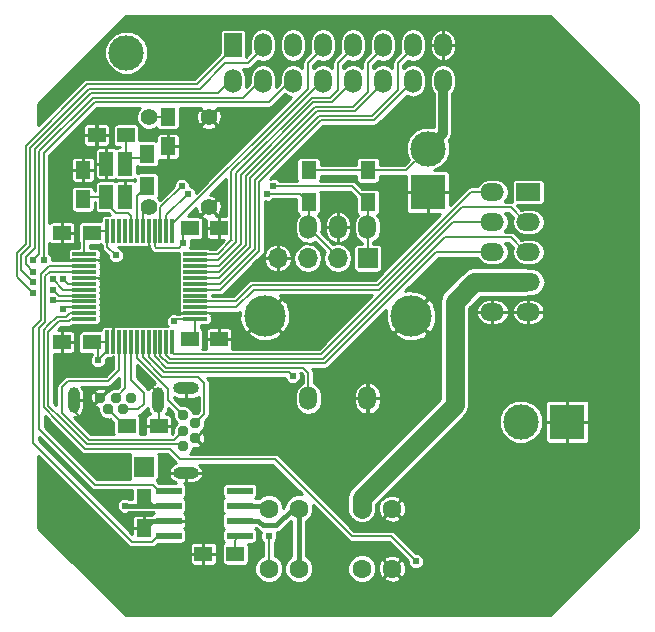
<source format=gbl>
G04 #@! TF.FileFunction,Copper,L2,Bot,Signal*
%FSLAX46Y46*%
G04 Gerber Fmt 4.6, Leading zero omitted, Abs format (unit mm)*
G04 Created by KiCad (PCBNEW 4.0.5) date 03/20/17 17:49:22*
%MOMM*%
%LPD*%
G01*
G04 APERTURE LIST*
%ADD10C,0.100000*%
%ADD11C,1.397000*%
%ADD12O,1.500000X2.000000*%
%ADD13R,1.500000X2.000000*%
%ADD14O,2.000000X1.500000*%
%ADD15R,2.000000X1.500000*%
%ADD16R,1.500000X1.250000*%
%ADD17R,1.250000X1.500000*%
%ADD18R,1.500000X1.300000*%
%ADD19R,1.300000X1.500000*%
%ADD20C,1.600000*%
%ADD21C,3.000000*%
%ADD22R,0.300000X2.000000*%
%ADD23R,2.000000X0.300000*%
%ADD24R,2.200000X0.600000*%
%ADD25O,1.501140X1.998980*%
%ADD26C,3.500120*%
%ADD27C,0.950000*%
%ADD28O,1.000000X2.200000*%
%ADD29R,1.200000X2.000000*%
%ADD30O,2.200000X1.000000*%
%ADD31R,1.700000X1.700000*%
%ADD32O,1.700000X1.700000*%
%ADD33R,3.000000X3.000000*%
%ADD34C,0.609600*%
%ADD35C,0.203200*%
%ADD36C,0.406400*%
%ADD37C,0.812800*%
%ADD38C,1.625600*%
%ADD39C,0.250000*%
G04 APERTURE END LIST*
D10*
D11*
X139065000Y-90805000D03*
X133985000Y-90805000D03*
X139065000Y-83185000D03*
X133985000Y-83185000D03*
D12*
X158890000Y-80120000D03*
X158890000Y-77080000D03*
X156350000Y-77080000D03*
X156350000Y-80120000D03*
X153810000Y-80120000D03*
X153810000Y-77080000D03*
X151270000Y-77080000D03*
X151270000Y-80120000D03*
X148730000Y-80120000D03*
X148730000Y-77080000D03*
D13*
X141110000Y-77080000D03*
D12*
X141110000Y-80120000D03*
X143650000Y-77080000D03*
X143650000Y-80120000D03*
X146190000Y-77080000D03*
X146190000Y-80120000D03*
D14*
X166120000Y-99680000D03*
X163080000Y-99680000D03*
X163080000Y-97140000D03*
X166120000Y-97140000D03*
D15*
X166120000Y-89520000D03*
D14*
X163080000Y-89520000D03*
X166120000Y-92060000D03*
X163080000Y-92060000D03*
X166120000Y-94600000D03*
X163080000Y-94600000D03*
D16*
X132060000Y-84709000D03*
X129560000Y-84709000D03*
D17*
X135600000Y-85650000D03*
X135600000Y-83150000D03*
X133604000Y-117963000D03*
X133604000Y-115463000D03*
D18*
X138604000Y-120142000D03*
X141304000Y-120142000D03*
D19*
X147510500Y-87677000D03*
X147510500Y-90377000D03*
X152527000Y-87677000D03*
X152527000Y-90377000D03*
D20*
X152019000Y-121412000D03*
X152019000Y-116332000D03*
X154559000Y-121412000D03*
X154559000Y-116332000D03*
X144145000Y-121412000D03*
X144145000Y-116332000D03*
X146685000Y-121412000D03*
X146685000Y-116332000D03*
D21*
X157607000Y-85852000D03*
D22*
X130473000Y-92836000D03*
D23*
X137923000Y-94786000D03*
D22*
X135973000Y-102236000D03*
D23*
X128523000Y-100286000D03*
D22*
X130973000Y-92836000D03*
X131473000Y-92836000D03*
X131973000Y-92836000D03*
X132473000Y-92836000D03*
X132973000Y-92836000D03*
X133473000Y-92836000D03*
X133973000Y-92836000D03*
X134473000Y-92836000D03*
X134973000Y-92836000D03*
X135473000Y-92836000D03*
X135973000Y-92836000D03*
D23*
X137923000Y-95286000D03*
X137923000Y-95786000D03*
X137923000Y-96286000D03*
X137923000Y-96786000D03*
X137923000Y-97286000D03*
X137923000Y-97786000D03*
X137923000Y-98286000D03*
X137923000Y-98786000D03*
X137923000Y-99286000D03*
X137923000Y-99786000D03*
X137923000Y-100286000D03*
D22*
X135473000Y-102236000D03*
X134973000Y-102236000D03*
X134473000Y-102236000D03*
X133973000Y-102236000D03*
X133473000Y-102236000D03*
X132973000Y-102236000D03*
X132473000Y-102236000D03*
X131973000Y-102236000D03*
X131473000Y-102236000D03*
X130973000Y-102236000D03*
X130473000Y-102236000D03*
D23*
X128523000Y-99786000D03*
X128523000Y-99286000D03*
X128523000Y-98786000D03*
X128523000Y-98286000D03*
X128523000Y-97786000D03*
X128523000Y-97286000D03*
X128523000Y-96786000D03*
X128523000Y-96286000D03*
X128523000Y-95786000D03*
X128523000Y-95286000D03*
X128523000Y-94786000D03*
D24*
X135684000Y-118618000D03*
X135684000Y-117348000D03*
X135684000Y-116078000D03*
X135684000Y-114808000D03*
X141684000Y-114808000D03*
X141684000Y-116078000D03*
X141684000Y-117348000D03*
X141684000Y-118618000D03*
D25*
X152499360Y-92499380D03*
X150000000Y-92499380D03*
X147500640Y-92499380D03*
D26*
X156200140Y-100000000D03*
X143799860Y-100000000D03*
D25*
X152499360Y-107000240D03*
X147500640Y-107000240D03*
D19*
X133858000Y-88980000D03*
X133858000Y-86280000D03*
D17*
X128397000Y-90150000D03*
X128397000Y-87650000D03*
D27*
X131191000Y-106934000D03*
X132491000Y-106934000D03*
X131841000Y-107934000D03*
X130541000Y-107934000D03*
X129891000Y-106934000D03*
D28*
X127616000Y-107154000D03*
X134766000Y-107154000D03*
D18*
X132127000Y-109347000D03*
X134827000Y-109347000D03*
D29*
X130391000Y-89919000D03*
X130391000Y-87119000D03*
X131991000Y-89919000D03*
X131991000Y-87119000D03*
D16*
X129139000Y-102235000D03*
X126639000Y-102235000D03*
X129139000Y-92964000D03*
X126639000Y-92964000D03*
X137434000Y-101981000D03*
X139934000Y-101981000D03*
X137434000Y-92583000D03*
X139934000Y-92583000D03*
D27*
X136906000Y-109728000D03*
X136906000Y-111028000D03*
X137906000Y-110378000D03*
X137906000Y-109078000D03*
X136906000Y-108428000D03*
D30*
X137126000Y-106153000D03*
X137126000Y-113303000D03*
D31*
X152527000Y-95123000D03*
D32*
X149987000Y-95123000D03*
X147447000Y-95123000D03*
X144907000Y-95123000D03*
D33*
X169418000Y-108966000D03*
X157607000Y-89535000D03*
D21*
X132080000Y-77724000D03*
X165481000Y-108966000D03*
D31*
X133604000Y-112776000D03*
D34*
X135826500Y-95758000D03*
X134747000Y-95758000D03*
X133667500Y-95758000D03*
X133667500Y-94678500D03*
X127635000Y-111315500D03*
X126619000Y-103632000D03*
X126619000Y-104648000D03*
X131064000Y-96774000D03*
X131064000Y-97917000D03*
X131064000Y-98806000D03*
X131064000Y-100584000D03*
X131064000Y-99695000D03*
X129667000Y-103759000D03*
X131953000Y-116078000D03*
X131191000Y-94869000D03*
X136144000Y-100457000D03*
X144145000Y-118618000D03*
X136906000Y-93853000D03*
X146177000Y-105092500D03*
X125857000Y-98679000D03*
X124206000Y-97155000D03*
X124206000Y-96266000D03*
X125857000Y-97790000D03*
X124206000Y-98044000D03*
X126746000Y-99441000D03*
X144018000Y-89662000D03*
X137287000Y-89662000D03*
X136779000Y-89027000D03*
X144526000Y-89027000D03*
X156591000Y-120777000D03*
X126746000Y-96901000D03*
X125095000Y-95250000D03*
X124206000Y-95250000D03*
X125857000Y-96901000D03*
D35*
X133973000Y-92836000D02*
X133973000Y-94373000D01*
X133973000Y-94373000D02*
X133667500Y-94678500D01*
X133667500Y-95758000D02*
X134747000Y-95758000D01*
X126639000Y-102235000D02*
X126619000Y-102255000D01*
X126619000Y-102255000D02*
X126619000Y-103632000D01*
X127616000Y-107154000D02*
X127616000Y-108058000D01*
X127616000Y-108058000D02*
X128524000Y-108966000D01*
X134766000Y-107154000D02*
X134766000Y-106572000D01*
X134766000Y-106572000D02*
X133477000Y-105283000D01*
X134827000Y-109347000D02*
X134827000Y-107215000D01*
X134827000Y-107215000D02*
X134766000Y-107154000D01*
D36*
X133604000Y-117963000D02*
X134219000Y-117348000D01*
X134219000Y-117348000D02*
X135684000Y-117348000D01*
D35*
X133973000Y-94373000D02*
X133858000Y-94488000D01*
X130048000Y-96774000D02*
X128535000Y-96774000D01*
X128535000Y-96774000D02*
X128523000Y-96786000D01*
X128523000Y-95286000D02*
X130266000Y-95286000D01*
X130266000Y-95286000D02*
X130302000Y-95250000D01*
X137923000Y-99786000D02*
X139664000Y-99786000D01*
X139664000Y-99786000D02*
X139954000Y-100076000D01*
X137923000Y-99786000D02*
X136616000Y-99786000D01*
X136616000Y-99786000D02*
X136144000Y-99314000D01*
X131064000Y-98806000D02*
X131064000Y-97917000D01*
X130973000Y-100675000D02*
X131064000Y-100584000D01*
X130973000Y-100675000D02*
X130973000Y-102236000D01*
X128523000Y-95286000D02*
X126721740Y-95286000D01*
X126639000Y-95203260D02*
X126639000Y-92964000D01*
X126721740Y-95286000D02*
X126639000Y-95203260D01*
X152527000Y-87677000D02*
X155782000Y-87677000D01*
X155782000Y-87677000D02*
X157607000Y-85852000D01*
X152527000Y-87677000D02*
X147510500Y-87677000D01*
D37*
X158890000Y-79870000D02*
X158890000Y-84569000D01*
X158890000Y-84569000D02*
X157607000Y-85852000D01*
D36*
X135684000Y-116078000D02*
X134219000Y-116078000D01*
X134219000Y-116078000D02*
X133604000Y-115463000D01*
X131953000Y-116078000D02*
X132989000Y-116078000D01*
X132989000Y-116078000D02*
X133604000Y-115463000D01*
X135684000Y-116078000D02*
X131953000Y-116078000D01*
D35*
X129667000Y-103759000D02*
X129667000Y-102763000D01*
X129667000Y-102763000D02*
X129139000Y-102235000D01*
X130473000Y-102236000D02*
X129140000Y-102236000D01*
X129140000Y-102236000D02*
X129139000Y-102235000D01*
X130473000Y-92836000D02*
X130473000Y-94151000D01*
X130473000Y-94151000D02*
X131191000Y-94869000D01*
X137923000Y-100286000D02*
X137923000Y-101492000D01*
X137923000Y-101492000D02*
X137434000Y-101981000D01*
X137923000Y-100286000D02*
X136315000Y-100286000D01*
X136315000Y-100286000D02*
X136144000Y-100457000D01*
X128523000Y-94786000D02*
X128523000Y-93580000D01*
X128523000Y-93580000D02*
X129139000Y-92964000D01*
X130473000Y-92836000D02*
X129267000Y-92836000D01*
X129267000Y-92836000D02*
X129139000Y-92964000D01*
X130473000Y-102953000D02*
X129667000Y-103759000D01*
X130473000Y-102953000D02*
X130473000Y-102236000D01*
X141304000Y-120142000D02*
X141304000Y-118998000D01*
X141304000Y-118998000D02*
X141684000Y-118618000D01*
X144145000Y-118618000D02*
X144145000Y-121412000D01*
D36*
X144145000Y-116332000D02*
X143891000Y-116078000D01*
X143891000Y-116078000D02*
X141684000Y-116078000D01*
X144145000Y-117729000D02*
X144780000Y-117729000D01*
X144780000Y-117729000D02*
X146177000Y-116332000D01*
X146177000Y-116332000D02*
X146685000Y-116332000D01*
X146685000Y-116332000D02*
X146685000Y-121412000D01*
X141684000Y-117348000D02*
X143256000Y-117348000D01*
X143637000Y-117729000D02*
X144145000Y-117729000D01*
X143256000Y-117348000D02*
X143637000Y-117729000D01*
D38*
X152019000Y-116332000D02*
X152019000Y-115443000D01*
X161559000Y-97140000D02*
X163330000Y-97140000D01*
X159893000Y-98806000D02*
X161559000Y-97140000D01*
X159893000Y-107569000D02*
X159893000Y-98806000D01*
X152019000Y-115443000D02*
X159893000Y-107569000D01*
X163330000Y-97140000D02*
X165870000Y-97140000D01*
D35*
X130391000Y-89919000D02*
X128628000Y-89919000D01*
X128628000Y-89919000D02*
X128397000Y-90150000D01*
X130391000Y-89919000D02*
X130160000Y-90150000D01*
X130391000Y-89919000D02*
X130241000Y-89769000D01*
X131445000Y-91313000D02*
X131191000Y-91313000D01*
X132473000Y-91579000D02*
X132207000Y-91313000D01*
X132207000Y-91313000D02*
X131445000Y-91313000D01*
X132473000Y-92836000D02*
X132473000Y-91579000D01*
X131191000Y-91313000D02*
X130391000Y-90513000D01*
X130391000Y-90513000D02*
X130391000Y-89919000D01*
X132060000Y-84709000D02*
X132060000Y-87050000D01*
X132060000Y-87050000D02*
X131991000Y-87119000D01*
X133858000Y-86280000D02*
X133524000Y-86614000D01*
X133524000Y-86614000D02*
X132496000Y-86614000D01*
X132496000Y-86614000D02*
X131991000Y-87119000D01*
X135600000Y-83150000D02*
X135565000Y-83185000D01*
X135565000Y-83185000D02*
X133985000Y-83185000D01*
X133473000Y-92836000D02*
X133473000Y-91317000D01*
X133473000Y-91317000D02*
X133985000Y-90805000D01*
X136906000Y-93853000D02*
X136906000Y-93111000D01*
X136906000Y-93111000D02*
X137434000Y-92583000D01*
X134473000Y-92836000D02*
X134473000Y-94087000D01*
X136525000Y-94234000D02*
X136906000Y-93853000D01*
X134620000Y-94234000D02*
X136525000Y-94234000D01*
X134473000Y-94087000D02*
X134620000Y-94234000D01*
X144018000Y-104775008D02*
X145859508Y-104775008D01*
X144018000Y-104775008D02*
X138176000Y-104775008D01*
X133973000Y-102236000D02*
X133973000Y-103462182D01*
X135285826Y-104775008D02*
X138176000Y-104775008D01*
X133973000Y-103462182D02*
X135285826Y-104775008D01*
X145859508Y-104775008D02*
X146177000Y-105092500D01*
X143343006Y-92964000D02*
X143343006Y-88651448D01*
X140046908Y-97786000D02*
X143343006Y-94489902D01*
X143343006Y-94489902D02*
X143343006Y-92964000D01*
X137923000Y-97786000D02*
X140046908Y-97786000D01*
X153065808Y-83439010D02*
X156350000Y-80154818D01*
X148555444Y-83439010D02*
X153065808Y-83439010D01*
X143343006Y-88651448D02*
X148555444Y-83439010D01*
X156350000Y-80154818D02*
X156350000Y-79870000D01*
X142962004Y-91600000D02*
X142962004Y-88493632D01*
X137923000Y-97286000D02*
X140008090Y-97286000D01*
X142962004Y-94332086D02*
X142962004Y-91600000D01*
X140008090Y-97286000D02*
X142962004Y-94332086D01*
X155067000Y-78613000D02*
X156350000Y-77330000D01*
X155067000Y-80899000D02*
X155067000Y-78613000D01*
X152907992Y-83058008D02*
X155067000Y-80899000D01*
X148397628Y-83058008D02*
X152907992Y-83058008D01*
X142962004Y-88493632D02*
X148397628Y-83058008D01*
X142200000Y-91200000D02*
X142200000Y-88178000D01*
X137923000Y-96286000D02*
X139930454Y-96286000D01*
X142200000Y-94016454D02*
X142200000Y-91200000D01*
X139930454Y-96286000D02*
X142200000Y-94016454D01*
X152527000Y-78613000D02*
X153810000Y-77330000D01*
X152527000Y-81026000D02*
X152527000Y-78613000D01*
X151256996Y-82296004D02*
X152527000Y-81026000D01*
X148081996Y-82296004D02*
X151256996Y-82296004D01*
X142200000Y-88178000D02*
X148081996Y-82296004D01*
X142581002Y-91200000D02*
X142581002Y-88335816D01*
X139969272Y-96786000D02*
X142581002Y-94174270D01*
X142581002Y-94174270D02*
X142581002Y-91200000D01*
X137923000Y-96786000D02*
X139969272Y-96786000D01*
X151414812Y-82677006D02*
X153810000Y-80281818D01*
X148239812Y-82677006D02*
X151414812Y-82677006D01*
X142581002Y-88335816D02*
X148239812Y-82677006D01*
X153810000Y-80281818D02*
X153810000Y-79870000D01*
X141762004Y-91000000D02*
X141762004Y-88073450D01*
X137923000Y-95786000D02*
X139891636Y-95786000D01*
X141762004Y-93915632D02*
X141762004Y-91000000D01*
X139891636Y-95786000D02*
X141762004Y-93915632D01*
X149509816Y-81915002D02*
X151270000Y-80154818D01*
X147920452Y-81915002D02*
X149509816Y-81915002D01*
X141762004Y-88073450D02*
X147920452Y-81915002D01*
X151270000Y-80154818D02*
X151270000Y-79870000D01*
X141381002Y-91000000D02*
X141381002Y-87915634D01*
X137923000Y-95286000D02*
X139852818Y-95286000D01*
X141381002Y-93757816D02*
X141381002Y-91000000D01*
X139852818Y-95286000D02*
X141381002Y-93757816D01*
X149987000Y-78613000D02*
X151270000Y-77330000D01*
X149987000Y-80899000D02*
X149987000Y-78613000D01*
X149352000Y-81534000D02*
X149987000Y-80899000D01*
X147762636Y-81534000D02*
X149352000Y-81534000D01*
X141381002Y-87915634D02*
X147762636Y-81534000D01*
X135973000Y-92836000D02*
X135973000Y-92246000D01*
X135973000Y-92246000D02*
X147447000Y-80772000D01*
X147447000Y-80772000D02*
X147447000Y-78613000D01*
X147447000Y-78613000D02*
X148730000Y-77330000D01*
X148730000Y-80027818D02*
X142699909Y-86057909D01*
X140985500Y-91962500D02*
X140985500Y-87772318D01*
X140985500Y-87772318D02*
X142699909Y-86057909D01*
X140985500Y-91962500D02*
X140985500Y-93614500D01*
X148730000Y-80027818D02*
X148730000Y-79870000D01*
X137923000Y-94786000D02*
X139814000Y-94786000D01*
X139814000Y-94786000D02*
X140985500Y-93614500D01*
X140985500Y-93614500D02*
X141000000Y-93600000D01*
X130175000Y-80771994D02*
X128935824Y-80771994D01*
X123951994Y-85755824D02*
X123951994Y-86995000D01*
X128935824Y-80771994D02*
X123951994Y-85755824D01*
X141732000Y-78613000D02*
X142367000Y-78613000D01*
X125964000Y-98786000D02*
X125857000Y-98679000D01*
X128523000Y-98786000D02*
X125964000Y-98786000D01*
X123951994Y-94076188D02*
X123951994Y-86995000D01*
X123189998Y-94838184D02*
X123951994Y-94076188D01*
X123189998Y-96138998D02*
X123189998Y-94838184D01*
X124206000Y-97155000D02*
X123189998Y-96138998D01*
X130175000Y-80771994D02*
X138303006Y-80771994D01*
X138303006Y-80771994D02*
X140462000Y-78613000D01*
X140462000Y-78613000D02*
X141732000Y-78613000D01*
X142367000Y-78613000D02*
X143650000Y-77330000D01*
X130302000Y-81152996D02*
X129093640Y-81152996D01*
X124332996Y-85913640D02*
X124332996Y-87249000D01*
X129093640Y-81152996D02*
X124332996Y-85913640D01*
X124206000Y-96266000D02*
X123571000Y-95631000D01*
X123571000Y-95631000D02*
X123571000Y-94996000D01*
X123571000Y-94996000D02*
X124332996Y-94234004D01*
X124332996Y-94234004D02*
X124332996Y-87249000D01*
X128523000Y-98286000D02*
X126353000Y-98286000D01*
X126353000Y-98286000D02*
X125857000Y-97790000D01*
X139827004Y-81152996D02*
X141110000Y-79870000D01*
X130302000Y-81152996D02*
X139827004Y-81152996D01*
X129921000Y-80390992D02*
X128778008Y-80390992D01*
X123570992Y-85598008D02*
X123570992Y-86648552D01*
X128778008Y-80390992D02*
X123570992Y-85598008D01*
X122808996Y-95758000D02*
X122808996Y-94680368D01*
X122808996Y-96646996D02*
X122808996Y-95758000D01*
X122936000Y-96774000D02*
X124206000Y-98044000D01*
X128523000Y-99286000D02*
X126901000Y-99286000D01*
X126901000Y-99286000D02*
X126746000Y-99441000D01*
X122936000Y-96774000D02*
X122808996Y-96646996D01*
X123570992Y-93918372D02*
X123570992Y-86648552D01*
X122808996Y-94680368D02*
X123570992Y-93918372D01*
X138049008Y-80390992D02*
X141110000Y-77330000D01*
X129921000Y-80390992D02*
X138049008Y-80390992D01*
X125476000Y-104838500D02*
X125476000Y-107599818D01*
X125476000Y-107599818D02*
X126635341Y-108759159D01*
X125476000Y-103759000D02*
X125476000Y-104838500D01*
X128747184Y-110871002D02*
X136749002Y-110871002D01*
X126635341Y-108759159D02*
X128747184Y-110871002D01*
X136749002Y-110871002D02*
X136906000Y-111028000D01*
X125476000Y-103632000D02*
X125476000Y-103759000D01*
X127425000Y-100286000D02*
X127253998Y-100457002D01*
X127253998Y-100457002D02*
X126364998Y-100457002D01*
X126364998Y-100457002D02*
X125730000Y-101092000D01*
X125730000Y-101092000D02*
X125476000Y-101346000D01*
X125476000Y-101346000D02*
X125476000Y-103632000D01*
X128523000Y-100286000D02*
X127425000Y-100286000D01*
X136876000Y-110998000D02*
X136906000Y-111028000D01*
X131473000Y-102236000D02*
X131473000Y-104620000D01*
X136144000Y-110490000D02*
X136906000Y-109728000D01*
X128905000Y-110490000D02*
X136144000Y-110490000D01*
X126619000Y-108204000D02*
X128905000Y-110490000D01*
X126619000Y-106045000D02*
X126619000Y-108204000D01*
X127127000Y-105537000D02*
X126619000Y-106045000D01*
X130556000Y-105537000D02*
X127127000Y-105537000D01*
X131473000Y-104620000D02*
X130556000Y-105537000D01*
X132973000Y-102236000D02*
X132973000Y-103539818D01*
X135636000Y-107158000D02*
X136906000Y-108428000D01*
X135636000Y-106202818D02*
X135636000Y-107158000D01*
X132973000Y-103539818D02*
X135636000Y-106202818D01*
X133473000Y-102236000D02*
X133473000Y-103501000D01*
X138684000Y-108300000D02*
X137906000Y-109078000D01*
X138684000Y-105664000D02*
X138684000Y-108300000D01*
X138176010Y-105156010D02*
X138684000Y-105664000D01*
X135128010Y-105156010D02*
X138176010Y-105156010D01*
X133473000Y-103501000D02*
X135128010Y-105156010D01*
X144399000Y-104394006D02*
X147066006Y-104394006D01*
X147500640Y-104828640D02*
X147500640Y-107000240D01*
X147066006Y-104394006D02*
X147500640Y-104828640D01*
X138557000Y-104394006D02*
X144399000Y-104394006D01*
X134473000Y-103419636D02*
X135447370Y-104394006D01*
X135447370Y-104394006D02*
X138557000Y-104394006D01*
X134473000Y-102236000D02*
X134473000Y-103419636D01*
X132127000Y-109347000D02*
X131954000Y-109347000D01*
X131954000Y-109347000D02*
X130541000Y-107934000D01*
X137923000Y-98786000D02*
X141340182Y-98786000D01*
X161243364Y-89520000D02*
X163330000Y-89520000D01*
X153354366Y-97408998D02*
X161243364Y-89520000D01*
X142717184Y-97408998D02*
X153354366Y-97408998D01*
X141340182Y-98786000D02*
X142717184Y-97408998D01*
X152908000Y-97790000D02*
X153512182Y-97790000D01*
X141379000Y-99286000D02*
X142875000Y-97790000D01*
X142875000Y-97790000D02*
X152908000Y-97790000D01*
X137923000Y-99286000D02*
X141379000Y-99286000D01*
X164615000Y-90805000D02*
X165870000Y-92060000D01*
X160497182Y-90805000D02*
X164615000Y-90805000D01*
X153512182Y-97790000D02*
X160497182Y-90805000D01*
X140208000Y-103251000D02*
X148590000Y-103251000D01*
X136144000Y-103251000D02*
X140208000Y-103251000D01*
X135973000Y-103080000D02*
X136144000Y-103251000D01*
X159781000Y-92060000D02*
X163330000Y-92060000D01*
X148590000Y-103251000D02*
X159781000Y-92060000D01*
X135973000Y-102236000D02*
X135973000Y-103080000D01*
X138557000Y-103632002D02*
X148747816Y-103632002D01*
X135473000Y-103342000D02*
X135763002Y-103632002D01*
X135763002Y-103632002D02*
X138557000Y-103632002D01*
X135473000Y-102236000D02*
X135473000Y-103342000D01*
X164615000Y-93345000D02*
X165870000Y-94600000D01*
X159034818Y-93345000D02*
X164615000Y-93345000D01*
X148747816Y-103632002D02*
X159034818Y-93345000D01*
X138557000Y-104013004D02*
X148905632Y-104013004D01*
X134973000Y-103380818D02*
X135605186Y-104013004D01*
X135605186Y-104013004D02*
X138557000Y-104013004D01*
X134973000Y-102236000D02*
X134973000Y-103380818D01*
X158318636Y-94600000D02*
X163330000Y-94600000D01*
X148905632Y-104013004D02*
X158318636Y-94600000D01*
X132973000Y-92836000D02*
X132973000Y-89865000D01*
X132973000Y-89865000D02*
X133858000Y-88980000D01*
X149987000Y-95123000D02*
X149987000Y-94985740D01*
X149987000Y-94985740D02*
X147500640Y-92499380D01*
X144018000Y-89662000D02*
X146795500Y-89662000D01*
X135473000Y-92836000D02*
X135473000Y-91476000D01*
X135473000Y-91476000D02*
X137287000Y-89662000D01*
X146795500Y-89662000D02*
X147510500Y-90377000D01*
X147510500Y-90377000D02*
X147510500Y-92489520D01*
X147510500Y-92489520D02*
X147500640Y-92499380D01*
X147500640Y-92499380D02*
X147744380Y-92499380D01*
X152527000Y-95123000D02*
X152527000Y-92527020D01*
X152527000Y-92527020D02*
X152499360Y-92499380D01*
X151113500Y-89027000D02*
X151177000Y-89027000D01*
X144526000Y-89027000D02*
X151113500Y-89027000D01*
X151177000Y-89027000D02*
X152527000Y-90377000D01*
X152527000Y-90377000D02*
X152527000Y-92471740D01*
X152527000Y-92471740D02*
X152499360Y-92499380D01*
X152527000Y-92471740D02*
X152499360Y-92499380D01*
X134973000Y-92836000D02*
X134973000Y-90833000D01*
X134973000Y-90833000D02*
X136779000Y-89027000D01*
X144526000Y-89027000D02*
X144567078Y-89027000D01*
X151193500Y-118681500D02*
X154495500Y-118681500D01*
X154495500Y-118681500D02*
X156591000Y-120777000D01*
X125094998Y-105092500D02*
X125094998Y-107757634D01*
X125094998Y-107757634D02*
X126207182Y-108869818D01*
X125094998Y-103759000D02*
X125094998Y-105092500D01*
X135763004Y-111252004D02*
X136652000Y-112141000D01*
X128589368Y-111252004D02*
X135763004Y-111252004D01*
X126207182Y-108869818D02*
X128589368Y-111252004D01*
X144653000Y-112141000D02*
X151193500Y-118681500D01*
X136652000Y-112141000D02*
X144653000Y-112141000D01*
X128523000Y-99786000D02*
X127290000Y-99786000D01*
X126207182Y-100076000D02*
X125460591Y-100822591D01*
X127000000Y-100076000D02*
X126207182Y-100076000D01*
X127290000Y-99786000D02*
X127000000Y-100076000D01*
X125094998Y-101188184D02*
X125094998Y-103759000D01*
X125094998Y-103759000D02*
X125094998Y-103789816D01*
X125572184Y-100710998D02*
X125460591Y-100822591D01*
X125460591Y-100822591D02*
X125094998Y-101188184D01*
X128523000Y-96286000D02*
X125583000Y-96286000D01*
X124713996Y-101030368D02*
X124713996Y-101600000D01*
X125222000Y-100522364D02*
X124713996Y-101030368D01*
X125222000Y-96647000D02*
X125222000Y-100522364D01*
X125583000Y-96286000D02*
X125222000Y-96647000D01*
X135684000Y-114808000D02*
X134874000Y-114808000D01*
X134874000Y-114808000D02*
X134366000Y-114300000D01*
X134366000Y-114300000D02*
X129413000Y-114300000D01*
X129413000Y-114300000D02*
X128905000Y-113792000D01*
X124713996Y-109600996D02*
X128905000Y-113792000D01*
X124713996Y-101346000D02*
X124713996Y-101600000D01*
X124713996Y-101600000D02*
X124713996Y-109600996D01*
X128523000Y-95786000D02*
X125544182Y-95786000D01*
X124206000Y-100999546D02*
X124206000Y-101346000D01*
X124840998Y-100364548D02*
X124206000Y-100999546D01*
X124840998Y-96489184D02*
X124840998Y-100364548D01*
X125544182Y-95786000D02*
X124840998Y-96489184D01*
X124206000Y-101346000D02*
X124206000Y-101473000D01*
X135684000Y-118618000D02*
X134747000Y-118618000D01*
X134747000Y-118618000D02*
X134239000Y-119126000D01*
X124206000Y-110744000D02*
X124206000Y-101473000D01*
X132588000Y-119126000D02*
X124206000Y-110744000D01*
X134239000Y-119126000D02*
X132588000Y-119126000D01*
X131973000Y-102236000D02*
X131973000Y-106152000D01*
X131973000Y-106152000D02*
X131191000Y-106934000D01*
X132473000Y-102236000D02*
X132473000Y-105422000D01*
X133112000Y-107934000D02*
X131841000Y-107934000D01*
X133604000Y-107442000D02*
X133112000Y-107934000D01*
X133604000Y-106553000D02*
X133604000Y-107442000D01*
X132473000Y-105422000D02*
X133604000Y-106553000D01*
X130429000Y-81915000D02*
X129409272Y-81915000D01*
X125095000Y-86229272D02*
X125095000Y-87503000D01*
X129409272Y-81915000D02*
X125095000Y-86229272D01*
X141605000Y-81915000D02*
X144145000Y-81915000D01*
X144145000Y-81915000D02*
X146190000Y-79870000D01*
X127131000Y-97286000D02*
X126746000Y-96901000D01*
X128523000Y-97286000D02*
X127131000Y-97286000D01*
X125095000Y-95250000D02*
X125095000Y-87503000D01*
X130429000Y-81915000D02*
X141605000Y-81915000D01*
X130810000Y-81533998D02*
X129251456Y-81533998D01*
X124713998Y-86071456D02*
X124713998Y-87376000D01*
X129251456Y-81533998D02*
X124713998Y-86071456D01*
X141605000Y-81533998D02*
X141986002Y-81533998D01*
X141986002Y-81533998D02*
X143650000Y-79870000D01*
X124713998Y-94742002D02*
X124713998Y-87376000D01*
X124206000Y-95250000D02*
X124713998Y-94742002D01*
X128523000Y-97786000D02*
X126742000Y-97786000D01*
X126742000Y-97786000D02*
X125857000Y-96901000D01*
X130810000Y-81533998D02*
X141605000Y-81533998D01*
X141605000Y-81533998D02*
X141605002Y-81533998D01*
D39*
G36*
X175375000Y-82051776D02*
X175375000Y-117948224D01*
X167948224Y-125375000D01*
X132051776Y-125375000D01*
X126917526Y-120240750D01*
X137479000Y-120240750D01*
X137479000Y-120866592D01*
X137536090Y-121004421D01*
X137641580Y-121109910D01*
X137779408Y-121167000D01*
X138505250Y-121167000D01*
X138599000Y-121073250D01*
X138599000Y-120147000D01*
X138609000Y-120147000D01*
X138609000Y-121073250D01*
X138702750Y-121167000D01*
X139428592Y-121167000D01*
X139566420Y-121109910D01*
X139671910Y-121004421D01*
X139729000Y-120866592D01*
X139729000Y-120240750D01*
X139635250Y-120147000D01*
X138609000Y-120147000D01*
X138599000Y-120147000D01*
X137572750Y-120147000D01*
X137479000Y-120240750D01*
X126917526Y-120240750D01*
X124625000Y-117948224D01*
X124625000Y-111837014D01*
X132250993Y-119463007D01*
X132405613Y-119566321D01*
X132588000Y-119602600D01*
X134239000Y-119602600D01*
X134421387Y-119566321D01*
X134576007Y-119463007D01*
X134621606Y-119417408D01*
X137479000Y-119417408D01*
X137479000Y-120043250D01*
X137572750Y-120137000D01*
X138599000Y-120137000D01*
X138599000Y-119210750D01*
X138609000Y-119210750D01*
X138609000Y-120137000D01*
X139635250Y-120137000D01*
X139729000Y-120043250D01*
X139729000Y-119417408D01*
X139671910Y-119279579D01*
X139566420Y-119174090D01*
X139428592Y-119117000D01*
X138702750Y-119117000D01*
X138609000Y-119210750D01*
X138599000Y-119210750D01*
X138505250Y-119117000D01*
X137779408Y-119117000D01*
X137641580Y-119174090D01*
X137536090Y-119279579D01*
X137479000Y-119417408D01*
X134621606Y-119417408D01*
X134738668Y-119300346D01*
X136784000Y-119300346D01*
X136922966Y-119274198D01*
X137050599Y-119192069D01*
X137136223Y-119066754D01*
X137166346Y-118918000D01*
X137166346Y-118318000D01*
X137140198Y-118179034D01*
X137058069Y-118051401D01*
X136956904Y-117982278D01*
X136996420Y-117965910D01*
X137101910Y-117860421D01*
X137159000Y-117722592D01*
X137159000Y-117446750D01*
X137065250Y-117353000D01*
X135689000Y-117353000D01*
X135689000Y-117373000D01*
X135679000Y-117373000D01*
X135679000Y-117353000D01*
X135659000Y-117353000D01*
X135659000Y-117343000D01*
X135679000Y-117343000D01*
X135679000Y-117323000D01*
X135689000Y-117323000D01*
X135689000Y-117343000D01*
X137065250Y-117343000D01*
X137159000Y-117249250D01*
X137159000Y-116973408D01*
X137101910Y-116835579D01*
X136996420Y-116730090D01*
X136955616Y-116713188D01*
X137050599Y-116652069D01*
X137136223Y-116526754D01*
X137166346Y-116378000D01*
X137166346Y-115778000D01*
X137140198Y-115639034D01*
X137058069Y-115511401D01*
X136956966Y-115442320D01*
X137050599Y-115382069D01*
X137136223Y-115256754D01*
X137166346Y-115108000D01*
X137166346Y-114508000D01*
X137140198Y-114369034D01*
X137058069Y-114241401D01*
X136965278Y-114178000D01*
X137121000Y-114178000D01*
X137121000Y-113308000D01*
X137131000Y-113308000D01*
X137131000Y-114178000D01*
X137731000Y-114178000D01*
X138065467Y-114109481D01*
X138348254Y-113918183D01*
X138536308Y-113633229D01*
X138589431Y-113444816D01*
X138507234Y-113308000D01*
X137131000Y-113308000D01*
X137121000Y-113308000D01*
X135744766Y-113308000D01*
X135662569Y-113444816D01*
X135715692Y-113633229D01*
X135903746Y-113918183D01*
X136186533Y-114109481D01*
X136265479Y-114125654D01*
X134865668Y-114125654D01*
X134703007Y-113962993D01*
X134663664Y-113936705D01*
X134720599Y-113900069D01*
X134806223Y-113774754D01*
X134836346Y-113626000D01*
X134836346Y-111926000D01*
X134810198Y-111787034D01*
X134772600Y-111728604D01*
X135565590Y-111728604D01*
X136308516Y-112471530D01*
X136186533Y-112496519D01*
X135903746Y-112687817D01*
X135715692Y-112972771D01*
X135662569Y-113161184D01*
X135744766Y-113298000D01*
X137121000Y-113298000D01*
X137121000Y-113278000D01*
X137131000Y-113278000D01*
X137131000Y-113298000D01*
X138507234Y-113298000D01*
X138589431Y-113161184D01*
X138536308Y-112972771D01*
X138348254Y-112687817D01*
X138244455Y-112617600D01*
X144455586Y-112617600D01*
X146956178Y-115118192D01*
X146929737Y-115107213D01*
X146442401Y-115106788D01*
X145992000Y-115292890D01*
X145647101Y-115637187D01*
X145460213Y-116087263D01*
X145460149Y-116160442D01*
X145370071Y-116250520D01*
X145370212Y-116089401D01*
X145184110Y-115639000D01*
X144839813Y-115294101D01*
X144389737Y-115107213D01*
X143902401Y-115106788D01*
X143452000Y-115292890D01*
X143294816Y-115449800D01*
X143056480Y-115449800D01*
X143002577Y-115412970D01*
X143050599Y-115382069D01*
X143136223Y-115256754D01*
X143166346Y-115108000D01*
X143166346Y-114508000D01*
X143140198Y-114369034D01*
X143058069Y-114241401D01*
X142932754Y-114155777D01*
X142784000Y-114125654D01*
X140584000Y-114125654D01*
X140445034Y-114151802D01*
X140317401Y-114233931D01*
X140231777Y-114359246D01*
X140201654Y-114508000D01*
X140201654Y-115108000D01*
X140227802Y-115246966D01*
X140309931Y-115374599D01*
X140366251Y-115413081D01*
X140281854Y-115467389D01*
X140184814Y-115609412D01*
X140150674Y-115778000D01*
X140150674Y-116378000D01*
X140180309Y-116535496D01*
X140273389Y-116680146D01*
X140320640Y-116712431D01*
X140281854Y-116737389D01*
X140184814Y-116879412D01*
X140150674Y-117048000D01*
X140150674Y-117648000D01*
X140180309Y-117805496D01*
X140273389Y-117950146D01*
X140365423Y-118013030D01*
X140317401Y-118043931D01*
X140231777Y-118169246D01*
X140201654Y-118318000D01*
X140201654Y-118918000D01*
X140227802Y-119056966D01*
X140309931Y-119184599D01*
X140324127Y-119194299D01*
X140287401Y-119217931D01*
X140201777Y-119343246D01*
X140171654Y-119492000D01*
X140171654Y-120792000D01*
X140197802Y-120930966D01*
X140279931Y-121058599D01*
X140405246Y-121144223D01*
X140554000Y-121174346D01*
X142054000Y-121174346D01*
X142192966Y-121148198D01*
X142320599Y-121066069D01*
X142406223Y-120940754D01*
X142436346Y-120792000D01*
X142436346Y-119492000D01*
X142410198Y-119353034D01*
X142376294Y-119300346D01*
X142784000Y-119300346D01*
X142922966Y-119274198D01*
X143050599Y-119192069D01*
X143136223Y-119066754D01*
X143166346Y-118918000D01*
X143166346Y-118318000D01*
X143140198Y-118179034D01*
X143058069Y-118051401D01*
X143001749Y-118012919D01*
X143020466Y-118000875D01*
X143192795Y-118173204D01*
X143396598Y-118309381D01*
X143476347Y-118325244D01*
X143415327Y-118472197D01*
X143415073Y-118762529D01*
X143525945Y-119030859D01*
X143618400Y-119123475D01*
X143618400Y-120304135D01*
X143452000Y-120372890D01*
X143107101Y-120717187D01*
X142920213Y-121167263D01*
X142919788Y-121654599D01*
X143105890Y-122105000D01*
X143450187Y-122449899D01*
X143900263Y-122636787D01*
X144387599Y-122637212D01*
X144838000Y-122451110D01*
X145182899Y-122106813D01*
X145369787Y-121656737D01*
X145370212Y-121169401D01*
X145184110Y-120719000D01*
X144839813Y-120374101D01*
X144671600Y-120304253D01*
X144671600Y-119123512D01*
X144763334Y-119031938D01*
X144874673Y-118763803D01*
X144874927Y-118473471D01*
X144823324Y-118348582D01*
X145020402Y-118309381D01*
X145224204Y-118173204D01*
X146016559Y-117380850D01*
X146056800Y-117397559D01*
X146056800Y-120346115D01*
X145992000Y-120372890D01*
X145647101Y-120717187D01*
X145460213Y-121167263D01*
X145459788Y-121654599D01*
X145645890Y-122105000D01*
X145990187Y-122449899D01*
X146440263Y-122636787D01*
X146927599Y-122637212D01*
X147378000Y-122451110D01*
X147722899Y-122106813D01*
X147909787Y-121656737D01*
X147909788Y-121654599D01*
X150793788Y-121654599D01*
X150979890Y-122105000D01*
X151324187Y-122449899D01*
X151774263Y-122636787D01*
X152261599Y-122637212D01*
X152712000Y-122451110D01*
X152967190Y-122196365D01*
X153781707Y-122196365D01*
X153858872Y-122384149D01*
X154284191Y-122578076D01*
X154751348Y-122594478D01*
X155189221Y-122430860D01*
X155259128Y-122384149D01*
X155336293Y-122196365D01*
X154559000Y-121419071D01*
X153781707Y-122196365D01*
X152967190Y-122196365D01*
X153056899Y-122106813D01*
X153243787Y-121656737D01*
X153243832Y-121604348D01*
X153376522Y-121604348D01*
X153540140Y-122042221D01*
X153586851Y-122112128D01*
X153774635Y-122189293D01*
X154551929Y-121412000D01*
X154566071Y-121412000D01*
X155343365Y-122189293D01*
X155531149Y-122112128D01*
X155725076Y-121686809D01*
X155741478Y-121219652D01*
X155577860Y-120781779D01*
X155531149Y-120711872D01*
X155343365Y-120634707D01*
X154566071Y-121412000D01*
X154551929Y-121412000D01*
X153774635Y-120634707D01*
X153586851Y-120711872D01*
X153392924Y-121137191D01*
X153376522Y-121604348D01*
X153243832Y-121604348D01*
X153244212Y-121169401D01*
X153058110Y-120719000D01*
X152966905Y-120627635D01*
X153781707Y-120627635D01*
X154559000Y-121404929D01*
X155336293Y-120627635D01*
X155259128Y-120439851D01*
X154833809Y-120245924D01*
X154366652Y-120229522D01*
X153928779Y-120393140D01*
X153858872Y-120439851D01*
X153781707Y-120627635D01*
X152966905Y-120627635D01*
X152713813Y-120374101D01*
X152263737Y-120187213D01*
X151776401Y-120186788D01*
X151326000Y-120372890D01*
X150981101Y-120717187D01*
X150794213Y-121167263D01*
X150793788Y-121654599D01*
X147909788Y-121654599D01*
X147910212Y-121169401D01*
X147724110Y-120719000D01*
X147379813Y-120374101D01*
X147313200Y-120346441D01*
X147313200Y-117397885D01*
X147378000Y-117371110D01*
X147722899Y-117026813D01*
X147909787Y-116576737D01*
X147910212Y-116089401D01*
X147898118Y-116060132D01*
X150856493Y-119018507D01*
X151011113Y-119121821D01*
X151193500Y-119158100D01*
X154298086Y-119158100D01*
X155911205Y-120771219D01*
X155911082Y-120911627D01*
X156014358Y-121161573D01*
X156205421Y-121352970D01*
X156455186Y-121456682D01*
X156725627Y-121456918D01*
X156975573Y-121353642D01*
X157166970Y-121162579D01*
X157270682Y-120912814D01*
X157270918Y-120642373D01*
X157167642Y-120392427D01*
X156976579Y-120201030D01*
X156726814Y-120097318D01*
X156585208Y-120097194D01*
X154832507Y-118344493D01*
X154677887Y-118241179D01*
X154495500Y-118204900D01*
X151390914Y-118204900D01*
X148629014Y-115443000D01*
X150781200Y-115443000D01*
X150781200Y-116332000D01*
X150793944Y-116396067D01*
X150793788Y-116574599D01*
X150862566Y-116741054D01*
X150875422Y-116805686D01*
X150911713Y-116860000D01*
X150979890Y-117025000D01*
X151107131Y-117152464D01*
X151143743Y-117207257D01*
X151198057Y-117243548D01*
X151324187Y-117369899D01*
X151490523Y-117438968D01*
X151545314Y-117475578D01*
X151609380Y-117488321D01*
X151774263Y-117556787D01*
X151954369Y-117556944D01*
X152019000Y-117569800D01*
X152083067Y-117557056D01*
X152261599Y-117557212D01*
X152428054Y-117488434D01*
X152492686Y-117475578D01*
X152547000Y-117439287D01*
X152712000Y-117371110D01*
X152839464Y-117243869D01*
X152894257Y-117207257D01*
X152930548Y-117152943D01*
X152967190Y-117116365D01*
X153781707Y-117116365D01*
X153858872Y-117304149D01*
X154284191Y-117498076D01*
X154751348Y-117514478D01*
X155189221Y-117350860D01*
X155259128Y-117304149D01*
X155336293Y-117116365D01*
X154559000Y-116339071D01*
X153781707Y-117116365D01*
X152967190Y-117116365D01*
X153056899Y-117026813D01*
X153125968Y-116860477D01*
X153162578Y-116805686D01*
X153175321Y-116741620D01*
X153243787Y-116576737D01*
X153243944Y-116396631D01*
X153256800Y-116332000D01*
X153256800Y-115955714D01*
X153716220Y-115496294D01*
X153774634Y-115554708D01*
X153586851Y-115631872D01*
X153392924Y-116057191D01*
X153376522Y-116524348D01*
X153540140Y-116962221D01*
X153586851Y-117032128D01*
X153774635Y-117109293D01*
X154551929Y-116332000D01*
X154566071Y-116332000D01*
X155343365Y-117109293D01*
X155531149Y-117032128D01*
X155725076Y-116606809D01*
X155741478Y-116139652D01*
X155577860Y-115701779D01*
X155531149Y-115631872D01*
X155343365Y-115554707D01*
X154566071Y-116332000D01*
X154551929Y-116332000D01*
X154537786Y-116317858D01*
X154544858Y-116310786D01*
X154559000Y-116324929D01*
X155336293Y-115547635D01*
X155259128Y-115359851D01*
X154833809Y-115165924D01*
X154366652Y-115149522D01*
X153928779Y-115313140D01*
X153858872Y-115359851D01*
X153781708Y-115547634D01*
X153723294Y-115489220D01*
X159875189Y-109337324D01*
X163605676Y-109337324D01*
X163890526Y-110026714D01*
X164417511Y-110554620D01*
X165106403Y-110840673D01*
X165852324Y-110841324D01*
X166541714Y-110556474D01*
X167069620Y-110029489D01*
X167355673Y-109340597D01*
X167355913Y-109064750D01*
X167543000Y-109064750D01*
X167543000Y-110540592D01*
X167600090Y-110678421D01*
X167705580Y-110783910D01*
X167843408Y-110841000D01*
X169319250Y-110841000D01*
X169413000Y-110747250D01*
X169413000Y-108971000D01*
X169423000Y-108971000D01*
X169423000Y-110747250D01*
X169516750Y-110841000D01*
X170992592Y-110841000D01*
X171130420Y-110783910D01*
X171235910Y-110678421D01*
X171293000Y-110540592D01*
X171293000Y-109064750D01*
X171199250Y-108971000D01*
X169423000Y-108971000D01*
X169413000Y-108971000D01*
X167636750Y-108971000D01*
X167543000Y-109064750D01*
X167355913Y-109064750D01*
X167356324Y-108594676D01*
X167071474Y-107905286D01*
X166558493Y-107391408D01*
X167543000Y-107391408D01*
X167543000Y-108867250D01*
X167636750Y-108961000D01*
X169413000Y-108961000D01*
X169413000Y-107184750D01*
X169423000Y-107184750D01*
X169423000Y-108961000D01*
X171199250Y-108961000D01*
X171293000Y-108867250D01*
X171293000Y-107391408D01*
X171235910Y-107253579D01*
X171130420Y-107148090D01*
X170992592Y-107091000D01*
X169516750Y-107091000D01*
X169423000Y-107184750D01*
X169413000Y-107184750D01*
X169319250Y-107091000D01*
X167843408Y-107091000D01*
X167705580Y-107148090D01*
X167600090Y-107253579D01*
X167543000Y-107391408D01*
X166558493Y-107391408D01*
X166544489Y-107377380D01*
X165855597Y-107091327D01*
X165109676Y-107090676D01*
X164420286Y-107375526D01*
X163892380Y-107902511D01*
X163606327Y-108591403D01*
X163605676Y-109337324D01*
X159875189Y-109337324D01*
X160768254Y-108444259D01*
X160768257Y-108444257D01*
X160947544Y-108175935D01*
X161036579Y-108042685D01*
X161130801Y-107569000D01*
X161130800Y-107568995D01*
X161130800Y-99860925D01*
X161719644Y-99860925D01*
X161788723Y-100105900D01*
X162030970Y-100471960D01*
X162394862Y-100717451D01*
X162825000Y-100805000D01*
X163075000Y-100805000D01*
X163075000Y-99685000D01*
X163085000Y-99685000D01*
X163085000Y-100805000D01*
X163335000Y-100805000D01*
X163765138Y-100717451D01*
X164129030Y-100471960D01*
X164371277Y-100105900D01*
X164440356Y-99860925D01*
X164759644Y-99860925D01*
X164828723Y-100105900D01*
X165070970Y-100471960D01*
X165434862Y-100717451D01*
X165865000Y-100805000D01*
X166115000Y-100805000D01*
X166115000Y-99685000D01*
X166125000Y-99685000D01*
X166125000Y-100805000D01*
X166375000Y-100805000D01*
X166805138Y-100717451D01*
X167169030Y-100471960D01*
X167411277Y-100105900D01*
X167480356Y-99860925D01*
X167401238Y-99685000D01*
X166125000Y-99685000D01*
X166115000Y-99685000D01*
X164838762Y-99685000D01*
X164759644Y-99860925D01*
X164440356Y-99860925D01*
X164361238Y-99685000D01*
X163085000Y-99685000D01*
X163075000Y-99685000D01*
X161798762Y-99685000D01*
X161719644Y-99860925D01*
X161130800Y-99860925D01*
X161130800Y-99499075D01*
X161719644Y-99499075D01*
X161798762Y-99675000D01*
X163075000Y-99675000D01*
X163075000Y-98555000D01*
X163085000Y-98555000D01*
X163085000Y-99675000D01*
X164361238Y-99675000D01*
X164440356Y-99499075D01*
X164759644Y-99499075D01*
X164838762Y-99675000D01*
X166115000Y-99675000D01*
X166115000Y-98555000D01*
X166125000Y-98555000D01*
X166125000Y-99675000D01*
X167401238Y-99675000D01*
X167480356Y-99499075D01*
X167411277Y-99254100D01*
X167169030Y-98888040D01*
X166805138Y-98642549D01*
X166375000Y-98555000D01*
X166125000Y-98555000D01*
X166115000Y-98555000D01*
X165865000Y-98555000D01*
X165434862Y-98642549D01*
X165070970Y-98888040D01*
X164828723Y-99254100D01*
X164759644Y-99499075D01*
X164440356Y-99499075D01*
X164371277Y-99254100D01*
X164129030Y-98888040D01*
X163765138Y-98642549D01*
X163335000Y-98555000D01*
X163085000Y-98555000D01*
X163075000Y-98555000D01*
X162825000Y-98555000D01*
X162394862Y-98642549D01*
X162030970Y-98888040D01*
X161788723Y-99254100D01*
X161719644Y-99499075D01*
X161130800Y-99499075D01*
X161130800Y-99318714D01*
X162071714Y-98377800D01*
X165870000Y-98377800D01*
X166185717Y-98315000D01*
X166397917Y-98315000D01*
X166847570Y-98225558D01*
X167228767Y-97970850D01*
X167483475Y-97589653D01*
X167572917Y-97140000D01*
X167483475Y-96690347D01*
X167228767Y-96309150D01*
X166847570Y-96054442D01*
X166397917Y-95965000D01*
X166185717Y-95965000D01*
X165870000Y-95902200D01*
X161559000Y-95902200D01*
X161085314Y-95996422D01*
X160748733Y-96221318D01*
X160683743Y-96264743D01*
X159017743Y-97930743D01*
X158749422Y-98332314D01*
X158655200Y-98806000D01*
X158655200Y-107056287D01*
X151143743Y-114567743D01*
X150875422Y-114969314D01*
X150781200Y-115443000D01*
X148629014Y-115443000D01*
X144990007Y-111803993D01*
X144835387Y-111700679D01*
X144653000Y-111664400D01*
X137471620Y-111664400D01*
X137626174Y-111510115D01*
X137745356Y-111223094D01*
X138046511Y-111233186D01*
X138363080Y-111114318D01*
X138411352Y-111082063D01*
X138448977Y-110928048D01*
X137906000Y-110385071D01*
X137891858Y-110399214D01*
X137884787Y-110392143D01*
X137898929Y-110378000D01*
X137913071Y-110378000D01*
X138456048Y-110920977D01*
X138610063Y-110883352D01*
X138749860Y-110575451D01*
X138761186Y-110237489D01*
X138642318Y-109920920D01*
X138610063Y-109872648D01*
X138456048Y-109835023D01*
X137913071Y-110378000D01*
X137898929Y-110378000D01*
X137884787Y-110363858D01*
X137891858Y-110356787D01*
X137906000Y-110370929D01*
X138448977Y-109827952D01*
X138431115Y-109754834D01*
X138626174Y-109560115D01*
X138755852Y-109247817D01*
X138756147Y-108909666D01*
X138753867Y-108904147D01*
X139021007Y-108637007D01*
X139124321Y-108482387D01*
X139160600Y-108300000D01*
X139160600Y-105664000D01*
X139124321Y-105481613D01*
X139021007Y-105326993D01*
X138945622Y-105251608D01*
X145507197Y-105251608D01*
X145600358Y-105477073D01*
X145791421Y-105668470D01*
X146041186Y-105772182D01*
X146311627Y-105772418D01*
X146561573Y-105669142D01*
X146752970Y-105478079D01*
X146856682Y-105228314D01*
X146856918Y-104957873D01*
X146820860Y-104870606D01*
X146868592Y-104870606D01*
X147024040Y-105026054D01*
X147024040Y-105715146D01*
X146704742Y-105928494D01*
X146460749Y-106293655D01*
X146375070Y-106724392D01*
X146375070Y-107276088D01*
X146460749Y-107706825D01*
X146704742Y-108071986D01*
X147069903Y-108315979D01*
X147500640Y-108401658D01*
X147931377Y-108315979D01*
X148296538Y-108071986D01*
X148540531Y-107706825D01*
X148626210Y-107276088D01*
X148626210Y-107005240D01*
X151373790Y-107005240D01*
X151373790Y-107254160D01*
X151461382Y-107684516D01*
X151706997Y-108048593D01*
X152073242Y-108290964D01*
X152318345Y-108360079D01*
X152494360Y-108280968D01*
X152494360Y-107005240D01*
X152504360Y-107005240D01*
X152504360Y-108280968D01*
X152680375Y-108360079D01*
X152925478Y-108290964D01*
X153291723Y-108048593D01*
X153537338Y-107684516D01*
X153624930Y-107254160D01*
X153624930Y-107005240D01*
X152504360Y-107005240D01*
X152494360Y-107005240D01*
X151373790Y-107005240D01*
X148626210Y-107005240D01*
X148626210Y-106746320D01*
X151373790Y-106746320D01*
X151373790Y-106995240D01*
X152494360Y-106995240D01*
X152494360Y-105719512D01*
X152504360Y-105719512D01*
X152504360Y-106995240D01*
X153624930Y-106995240D01*
X153624930Y-106746320D01*
X153537338Y-106315964D01*
X153291723Y-105951887D01*
X152925478Y-105709516D01*
X152680375Y-105640401D01*
X152504360Y-105719512D01*
X152494360Y-105719512D01*
X152318345Y-105640401D01*
X152073242Y-105709516D01*
X151706997Y-105951887D01*
X151461382Y-106315964D01*
X151373790Y-106746320D01*
X148626210Y-106746320D01*
X148626210Y-106724392D01*
X148540531Y-106293655D01*
X148296538Y-105928494D01*
X147977240Y-105715146D01*
X147977240Y-104828640D01*
X147940961Y-104646253D01*
X147837647Y-104491633D01*
X147835618Y-104489604D01*
X148905632Y-104489604D01*
X149088019Y-104453325D01*
X149242639Y-104350011D01*
X152123327Y-101469323D01*
X154737888Y-101469323D01*
X154930639Y-101755825D01*
X155699199Y-102107988D01*
X156544023Y-102139229D01*
X157336494Y-101844791D01*
X157469641Y-101755825D01*
X157662392Y-101469323D01*
X156200140Y-100007071D01*
X154737888Y-101469323D01*
X152123327Y-101469323D01*
X154092097Y-99500553D01*
X154060911Y-100343883D01*
X154355349Y-101136354D01*
X154444315Y-101269501D01*
X154730817Y-101462252D01*
X156193069Y-100000000D01*
X156207211Y-100000000D01*
X157669463Y-101462252D01*
X157955965Y-101269501D01*
X158308128Y-100500941D01*
X158339369Y-99656117D01*
X158044931Y-98863646D01*
X157955965Y-98730499D01*
X157669463Y-98537748D01*
X156207211Y-100000000D01*
X156193069Y-100000000D01*
X156178927Y-99985858D01*
X156185998Y-99978787D01*
X156200140Y-99992929D01*
X157662392Y-98530677D01*
X157469641Y-98244175D01*
X156701081Y-97892012D01*
X155856257Y-97860771D01*
X155658347Y-97934303D01*
X158516050Y-95076600D01*
X161794488Y-95076600D01*
X162007567Y-95395495D01*
X162372543Y-95639364D01*
X162803062Y-95725000D01*
X163356938Y-95725000D01*
X163787457Y-95639364D01*
X164152433Y-95395495D01*
X164396302Y-95030519D01*
X164481938Y-94600000D01*
X164396302Y-94169481D01*
X164163856Y-93821600D01*
X164417586Y-93821600D01*
X164797355Y-94201369D01*
X164718062Y-94600000D01*
X164803698Y-95030519D01*
X165047567Y-95395495D01*
X165412543Y-95639364D01*
X165843062Y-95725000D01*
X166396938Y-95725000D01*
X166827457Y-95639364D01*
X167192433Y-95395495D01*
X167436302Y-95030519D01*
X167521938Y-94600000D01*
X167436302Y-94169481D01*
X167192433Y-93804505D01*
X166827457Y-93560636D01*
X166396938Y-93475000D01*
X165843062Y-93475000D01*
X165489368Y-93545354D01*
X164952007Y-93007993D01*
X164797387Y-92904679D01*
X164615000Y-92868400D01*
X164133119Y-92868400D01*
X164152433Y-92855495D01*
X164396302Y-92490519D01*
X164481938Y-92060000D01*
X164396302Y-91629481D01*
X164163856Y-91281600D01*
X164417586Y-91281600D01*
X164797355Y-91661369D01*
X164718062Y-92060000D01*
X164803698Y-92490519D01*
X165047567Y-92855495D01*
X165412543Y-93099364D01*
X165843062Y-93185000D01*
X166396938Y-93185000D01*
X166827457Y-93099364D01*
X167192433Y-92855495D01*
X167436302Y-92490519D01*
X167521938Y-92060000D01*
X167436302Y-91629481D01*
X167192433Y-91264505D01*
X166827457Y-91020636D01*
X166396938Y-90935000D01*
X165843062Y-90935000D01*
X165489368Y-91005354D01*
X165136360Y-90652346D01*
X167120000Y-90652346D01*
X167258966Y-90626198D01*
X167386599Y-90544069D01*
X167472223Y-90418754D01*
X167502346Y-90270000D01*
X167502346Y-88770000D01*
X167476198Y-88631034D01*
X167394069Y-88503401D01*
X167268754Y-88417777D01*
X167120000Y-88387654D01*
X165120000Y-88387654D01*
X164981034Y-88413802D01*
X164853401Y-88495931D01*
X164767777Y-88621246D01*
X164737654Y-88770000D01*
X164737654Y-90270000D01*
X164753839Y-90356017D01*
X164615000Y-90328400D01*
X164133119Y-90328400D01*
X164152433Y-90315495D01*
X164396302Y-89950519D01*
X164481938Y-89520000D01*
X164396302Y-89089481D01*
X164152433Y-88724505D01*
X163787457Y-88480636D01*
X163356938Y-88395000D01*
X162803062Y-88395000D01*
X162372543Y-88480636D01*
X162007567Y-88724505D01*
X161794488Y-89043400D01*
X161243364Y-89043400D01*
X161060977Y-89079679D01*
X160906357Y-89182993D01*
X159482000Y-90607350D01*
X159482000Y-89633750D01*
X159388250Y-89540000D01*
X157612000Y-89540000D01*
X157612000Y-91316250D01*
X157705750Y-91410000D01*
X158679350Y-91410000D01*
X153156952Y-96932398D01*
X142717184Y-96932398D01*
X142534797Y-96968677D01*
X142380177Y-97071991D01*
X141142768Y-98309400D01*
X139305346Y-98309400D01*
X139305346Y-98262600D01*
X140046908Y-98262600D01*
X140229295Y-98226321D01*
X140383915Y-98123007D01*
X143187353Y-95319569D01*
X143697874Y-95319569D01*
X143865137Y-95767319D01*
X144191014Y-96116977D01*
X144625894Y-96315311D01*
X144710431Y-96332126D01*
X144902000Y-96254239D01*
X144902000Y-95128000D01*
X144912000Y-95128000D01*
X144912000Y-96254239D01*
X145103569Y-96332126D01*
X145188106Y-96315311D01*
X145622986Y-96116977D01*
X145948863Y-95767319D01*
X146116126Y-95319569D01*
X146038240Y-95128000D01*
X144912000Y-95128000D01*
X144902000Y-95128000D01*
X143775760Y-95128000D01*
X143697874Y-95319569D01*
X143187353Y-95319569D01*
X143580491Y-94926431D01*
X143697874Y-94926431D01*
X143775760Y-95118000D01*
X144902000Y-95118000D01*
X144902000Y-93991761D01*
X144912000Y-93991761D01*
X144912000Y-95118000D01*
X146038240Y-95118000D01*
X146116126Y-94926431D01*
X145948863Y-94478681D01*
X145622986Y-94129023D01*
X145188106Y-93930689D01*
X145103569Y-93913874D01*
X144912000Y-93991761D01*
X144902000Y-93991761D01*
X144710431Y-93913874D01*
X144625894Y-93930689D01*
X144191014Y-94129023D01*
X143865137Y-94478681D01*
X143697874Y-94926431D01*
X143580491Y-94926431D01*
X143680013Y-94826909D01*
X143783327Y-94672289D01*
X143819606Y-94489902D01*
X143819606Y-90315696D01*
X143882186Y-90341682D01*
X144152627Y-90341918D01*
X144402573Y-90238642D01*
X144502790Y-90138600D01*
X146478154Y-90138600D01*
X146478154Y-91127000D01*
X146504302Y-91265966D01*
X146586431Y-91393599D01*
X146683271Y-91459767D01*
X146460749Y-91792795D01*
X146375070Y-92223532D01*
X146375070Y-92775228D01*
X146460749Y-93205965D01*
X146704742Y-93571126D01*
X147069903Y-93815119D01*
X147406461Y-93882065D01*
X146978213Y-93967249D01*
X146580794Y-94232795D01*
X146315248Y-94630214D01*
X146222000Y-95099001D01*
X146222000Y-95146999D01*
X146315248Y-95615786D01*
X146580794Y-96013205D01*
X146978213Y-96278751D01*
X147447000Y-96371999D01*
X147915787Y-96278751D01*
X148313206Y-96013205D01*
X148578752Y-95615786D01*
X148672000Y-95146999D01*
X148672000Y-95099001D01*
X148578752Y-94630214D01*
X148313206Y-94232795D01*
X147915787Y-93967249D01*
X147541179Y-93892734D01*
X147931377Y-93815119D01*
X148057855Y-93730609D01*
X148896188Y-94568942D01*
X148855248Y-94630214D01*
X148762000Y-95099001D01*
X148762000Y-95146999D01*
X148855248Y-95615786D01*
X149120794Y-96013205D01*
X149518213Y-96278751D01*
X149987000Y-96371999D01*
X150455787Y-96278751D01*
X150853206Y-96013205D01*
X151118752Y-95615786D01*
X151212000Y-95146999D01*
X151212000Y-95099001D01*
X151118752Y-94630214D01*
X150853206Y-94232795D01*
X150455787Y-93967249D01*
X149987000Y-93874001D01*
X149621899Y-93946625D01*
X149253080Y-93577806D01*
X149573882Y-93790104D01*
X149818985Y-93859219D01*
X149995000Y-93780108D01*
X149995000Y-92504380D01*
X150005000Y-92504380D01*
X150005000Y-93780108D01*
X150181015Y-93859219D01*
X150426118Y-93790104D01*
X150792363Y-93547733D01*
X151037978Y-93183656D01*
X151125570Y-92753300D01*
X151125570Y-92504380D01*
X150005000Y-92504380D01*
X149995000Y-92504380D01*
X148874430Y-92504380D01*
X148874430Y-92753300D01*
X148962022Y-93183656D01*
X149175769Y-93500495D01*
X148597058Y-92921784D01*
X148626210Y-92775228D01*
X148626210Y-92245460D01*
X148874430Y-92245460D01*
X148874430Y-92494380D01*
X149995000Y-92494380D01*
X149995000Y-91218652D01*
X150005000Y-91218652D01*
X150005000Y-92494380D01*
X151125570Y-92494380D01*
X151125570Y-92245460D01*
X151037978Y-91815104D01*
X150792363Y-91451027D01*
X150426118Y-91208656D01*
X150181015Y-91139541D01*
X150005000Y-91218652D01*
X149995000Y-91218652D01*
X149818985Y-91139541D01*
X149573882Y-91208656D01*
X149207637Y-91451027D01*
X148962022Y-91815104D01*
X148874430Y-92245460D01*
X148626210Y-92245460D01*
X148626210Y-92223532D01*
X148540531Y-91792795D01*
X148323382Y-91467809D01*
X148427099Y-91401069D01*
X148512723Y-91275754D01*
X148542846Y-91127000D01*
X148542846Y-89627000D01*
X148519627Y-89503600D01*
X150979586Y-89503600D01*
X151494654Y-90018668D01*
X151494654Y-91127000D01*
X151520802Y-91265966D01*
X151602931Y-91393599D01*
X151687564Y-91451426D01*
X151459469Y-91792795D01*
X151373790Y-92223532D01*
X151373790Y-92775228D01*
X151459469Y-93205965D01*
X151703462Y-93571126D01*
X152050400Y-93802943D01*
X152050400Y-93890654D01*
X151677000Y-93890654D01*
X151538034Y-93916802D01*
X151410401Y-93998931D01*
X151324777Y-94124246D01*
X151294654Y-94273000D01*
X151294654Y-95973000D01*
X151320802Y-96111966D01*
X151402931Y-96239599D01*
X151528246Y-96325223D01*
X151677000Y-96355346D01*
X153377000Y-96355346D01*
X153515966Y-96329198D01*
X153643599Y-96247069D01*
X153729223Y-96121754D01*
X153759346Y-95973000D01*
X153759346Y-94273000D01*
X153733198Y-94134034D01*
X153651069Y-94006401D01*
X153525754Y-93920777D01*
X153377000Y-93890654D01*
X153003600Y-93890654D01*
X153003600Y-93766006D01*
X153295258Y-93571126D01*
X153539251Y-93205965D01*
X153624930Y-92775228D01*
X153624930Y-92223532D01*
X153539251Y-91792795D01*
X153327448Y-91475810D01*
X153443599Y-91401069D01*
X153529223Y-91275754D01*
X153559346Y-91127000D01*
X153559346Y-89633750D01*
X155732000Y-89633750D01*
X155732000Y-91109592D01*
X155789090Y-91247421D01*
X155894580Y-91352910D01*
X156032408Y-91410000D01*
X157508250Y-91410000D01*
X157602000Y-91316250D01*
X157602000Y-89540000D01*
X155825750Y-89540000D01*
X155732000Y-89633750D01*
X153559346Y-89633750D01*
X153559346Y-89627000D01*
X153533198Y-89488034D01*
X153451069Y-89360401D01*
X153325754Y-89274777D01*
X153177000Y-89244654D01*
X152068668Y-89244654D01*
X151514007Y-88689993D01*
X151359387Y-88586679D01*
X151177000Y-88550400D01*
X148517857Y-88550400D01*
X148542846Y-88427000D01*
X148542846Y-88153600D01*
X151494654Y-88153600D01*
X151494654Y-88427000D01*
X151520802Y-88565966D01*
X151602931Y-88693599D01*
X151728246Y-88779223D01*
X151877000Y-88809346D01*
X153177000Y-88809346D01*
X153315966Y-88783198D01*
X153443599Y-88701069D01*
X153529223Y-88575754D01*
X153559346Y-88427000D01*
X153559346Y-88153600D01*
X155732000Y-88153600D01*
X155732000Y-89436250D01*
X155825750Y-89530000D01*
X157602000Y-89530000D01*
X157602000Y-89510000D01*
X157612000Y-89510000D01*
X157612000Y-89530000D01*
X159388250Y-89530000D01*
X159482000Y-89436250D01*
X159482000Y-87960408D01*
X159424910Y-87822579D01*
X159319420Y-87717090D01*
X159181592Y-87660000D01*
X158141261Y-87660000D01*
X158667714Y-87442474D01*
X159195620Y-86915489D01*
X159481673Y-86226597D01*
X159482324Y-85480676D01*
X159365683Y-85198383D01*
X159442533Y-85121533D01*
X159611919Y-84868029D01*
X159671400Y-84569000D01*
X159671400Y-81201851D01*
X159685495Y-81192433D01*
X159929364Y-80827457D01*
X160015000Y-80396938D01*
X160015000Y-79843062D01*
X159929364Y-79412543D01*
X159685495Y-79047567D01*
X159320519Y-78803698D01*
X158890000Y-78718062D01*
X158459481Y-78803698D01*
X158094505Y-79047567D01*
X157850636Y-79412543D01*
X157765000Y-79843062D01*
X157765000Y-80396938D01*
X157850636Y-80827457D01*
X158094505Y-81192433D01*
X158108600Y-81201851D01*
X158108600Y-84030063D01*
X157981597Y-83977327D01*
X157235676Y-83976676D01*
X156546286Y-84261526D01*
X156018380Y-84788511D01*
X155732327Y-85477403D01*
X155731676Y-86223324D01*
X155974349Y-86810637D01*
X155584586Y-87200400D01*
X153559346Y-87200400D01*
X153559346Y-86927000D01*
X153533198Y-86788034D01*
X153451069Y-86660401D01*
X153325754Y-86574777D01*
X153177000Y-86544654D01*
X151877000Y-86544654D01*
X151738034Y-86570802D01*
X151610401Y-86652931D01*
X151524777Y-86778246D01*
X151494654Y-86927000D01*
X151494654Y-87200400D01*
X148542846Y-87200400D01*
X148542846Y-86927000D01*
X148516698Y-86788034D01*
X148434569Y-86660401D01*
X148309254Y-86574777D01*
X148160500Y-86544654D01*
X146860500Y-86544654D01*
X146721534Y-86570802D01*
X146593901Y-86652931D01*
X146508277Y-86778246D01*
X146478154Y-86927000D01*
X146478154Y-88427000D01*
X146501373Y-88550400D01*
X145010776Y-88550400D01*
X144911579Y-88451030D01*
X144661814Y-88347318D01*
X144391373Y-88347082D01*
X144272105Y-88396363D01*
X148752858Y-83915610D01*
X153065808Y-83915610D01*
X153248195Y-83879331D01*
X153402815Y-83776017D01*
X155813407Y-81365425D01*
X155919481Y-81436302D01*
X156350000Y-81521938D01*
X156780519Y-81436302D01*
X157145495Y-81192433D01*
X157389364Y-80827457D01*
X157475000Y-80396938D01*
X157475000Y-79843062D01*
X157389364Y-79412543D01*
X157145495Y-79047567D01*
X156780519Y-78803698D01*
X156350000Y-78718062D01*
X155919481Y-78803698D01*
X155554505Y-79047567D01*
X155543600Y-79063887D01*
X155543600Y-78810414D01*
X155951369Y-78402645D01*
X156350000Y-78481938D01*
X156780519Y-78396302D01*
X157145495Y-78152433D01*
X157389364Y-77787457D01*
X157475000Y-77356938D01*
X157475000Y-77085000D01*
X157765000Y-77085000D01*
X157765000Y-77335000D01*
X157852549Y-77765138D01*
X158098040Y-78129030D01*
X158464100Y-78371277D01*
X158709075Y-78440356D01*
X158885000Y-78361238D01*
X158885000Y-77085000D01*
X158895000Y-77085000D01*
X158895000Y-78361238D01*
X159070925Y-78440356D01*
X159315900Y-78371277D01*
X159681960Y-78129030D01*
X159927451Y-77765138D01*
X160015000Y-77335000D01*
X160015000Y-77085000D01*
X158895000Y-77085000D01*
X158885000Y-77085000D01*
X157765000Y-77085000D01*
X157475000Y-77085000D01*
X157475000Y-76825000D01*
X157765000Y-76825000D01*
X157765000Y-77075000D01*
X158885000Y-77075000D01*
X158885000Y-75798762D01*
X158895000Y-75798762D01*
X158895000Y-77075000D01*
X160015000Y-77075000D01*
X160015000Y-76825000D01*
X159927451Y-76394862D01*
X159681960Y-76030970D01*
X159315900Y-75788723D01*
X159070925Y-75719644D01*
X158895000Y-75798762D01*
X158885000Y-75798762D01*
X158709075Y-75719644D01*
X158464100Y-75788723D01*
X158098040Y-76030970D01*
X157852549Y-76394862D01*
X157765000Y-76825000D01*
X157475000Y-76825000D01*
X157475000Y-76803062D01*
X157389364Y-76372543D01*
X157145495Y-76007567D01*
X156780519Y-75763698D01*
X156350000Y-75678062D01*
X155919481Y-75763698D01*
X155554505Y-76007567D01*
X155310636Y-76372543D01*
X155225000Y-76803062D01*
X155225000Y-77356938D01*
X155295354Y-77710632D01*
X154729993Y-78275993D01*
X154626679Y-78430613D01*
X154590400Y-78613000D01*
X154590400Y-79037481D01*
X154240519Y-78803698D01*
X153810000Y-78718062D01*
X153379481Y-78803698D01*
X153014505Y-79047567D01*
X153003600Y-79063887D01*
X153003600Y-78810414D01*
X153411369Y-78402645D01*
X153810000Y-78481938D01*
X154240519Y-78396302D01*
X154605495Y-78152433D01*
X154849364Y-77787457D01*
X154935000Y-77356938D01*
X154935000Y-76803062D01*
X154849364Y-76372543D01*
X154605495Y-76007567D01*
X154240519Y-75763698D01*
X153810000Y-75678062D01*
X153379481Y-75763698D01*
X153014505Y-76007567D01*
X152770636Y-76372543D01*
X152685000Y-76803062D01*
X152685000Y-77356938D01*
X152755354Y-77710632D01*
X152189993Y-78275993D01*
X152086679Y-78430613D01*
X152050400Y-78613000D01*
X152050400Y-79037481D01*
X151700519Y-78803698D01*
X151270000Y-78718062D01*
X150839481Y-78803698D01*
X150474505Y-79047567D01*
X150463600Y-79063887D01*
X150463600Y-78810414D01*
X150871369Y-78402645D01*
X151270000Y-78481938D01*
X151700519Y-78396302D01*
X152065495Y-78152433D01*
X152309364Y-77787457D01*
X152395000Y-77356938D01*
X152395000Y-76803062D01*
X152309364Y-76372543D01*
X152065495Y-76007567D01*
X151700519Y-75763698D01*
X151270000Y-75678062D01*
X150839481Y-75763698D01*
X150474505Y-76007567D01*
X150230636Y-76372543D01*
X150145000Y-76803062D01*
X150145000Y-77356938D01*
X150215354Y-77710632D01*
X149649993Y-78275993D01*
X149546679Y-78430613D01*
X149510400Y-78613000D01*
X149510400Y-79037481D01*
X149160519Y-78803698D01*
X148730000Y-78718062D01*
X148299481Y-78803698D01*
X147934505Y-79047567D01*
X147923600Y-79063887D01*
X147923600Y-78810414D01*
X148331369Y-78402645D01*
X148730000Y-78481938D01*
X149160519Y-78396302D01*
X149525495Y-78152433D01*
X149769364Y-77787457D01*
X149855000Y-77356938D01*
X149855000Y-76803062D01*
X149769364Y-76372543D01*
X149525495Y-76007567D01*
X149160519Y-75763698D01*
X148730000Y-75678062D01*
X148299481Y-75763698D01*
X147934505Y-76007567D01*
X147690636Y-76372543D01*
X147605000Y-76803062D01*
X147605000Y-77356938D01*
X147675354Y-77710632D01*
X147109993Y-78275993D01*
X147006679Y-78430613D01*
X146970400Y-78613000D01*
X146970400Y-79037481D01*
X146620519Y-78803698D01*
X146190000Y-78718062D01*
X145759481Y-78803698D01*
X145394505Y-79047567D01*
X145150636Y-79412543D01*
X145065000Y-79843062D01*
X145065000Y-80320986D01*
X144721851Y-80664135D01*
X144775000Y-80396938D01*
X144775000Y-79843062D01*
X144689364Y-79412543D01*
X144445495Y-79047567D01*
X144080519Y-78803698D01*
X143650000Y-78718062D01*
X143219481Y-78803698D01*
X142854505Y-79047567D01*
X142610636Y-79412543D01*
X142525000Y-79843062D01*
X142525000Y-80320986D01*
X142181851Y-80664135D01*
X142235000Y-80396938D01*
X142235000Y-79843062D01*
X142149364Y-79412543D01*
X141933581Y-79089600D01*
X142367000Y-79089600D01*
X142549387Y-79053321D01*
X142704007Y-78950007D01*
X143251369Y-78402645D01*
X143650000Y-78481938D01*
X144080519Y-78396302D01*
X144445495Y-78152433D01*
X144689364Y-77787457D01*
X144775000Y-77356938D01*
X144775000Y-76803062D01*
X145065000Y-76803062D01*
X145065000Y-77356938D01*
X145150636Y-77787457D01*
X145394505Y-78152433D01*
X145759481Y-78396302D01*
X146190000Y-78481938D01*
X146620519Y-78396302D01*
X146985495Y-78152433D01*
X147229364Y-77787457D01*
X147315000Y-77356938D01*
X147315000Y-76803062D01*
X147229364Y-76372543D01*
X146985495Y-76007567D01*
X146620519Y-75763698D01*
X146190000Y-75678062D01*
X145759481Y-75763698D01*
X145394505Y-76007567D01*
X145150636Y-76372543D01*
X145065000Y-76803062D01*
X144775000Y-76803062D01*
X144689364Y-76372543D01*
X144445495Y-76007567D01*
X144080519Y-75763698D01*
X143650000Y-75678062D01*
X143219481Y-75763698D01*
X142854505Y-76007567D01*
X142610636Y-76372543D01*
X142525000Y-76803062D01*
X142525000Y-77356938D01*
X142595354Y-77710632D01*
X142242346Y-78063640D01*
X142242346Y-76080000D01*
X142216198Y-75941034D01*
X142134069Y-75813401D01*
X142008754Y-75727777D01*
X141860000Y-75697654D01*
X140360000Y-75697654D01*
X140221034Y-75723802D01*
X140093401Y-75805931D01*
X140007777Y-75931246D01*
X139977654Y-76080000D01*
X139977654Y-77788332D01*
X137851594Y-79914392D01*
X128778008Y-79914392D01*
X128595621Y-79950671D01*
X128441001Y-80053985D01*
X124625000Y-83869986D01*
X124625000Y-82051776D01*
X128581452Y-78095324D01*
X130204676Y-78095324D01*
X130489526Y-78784714D01*
X131016511Y-79312620D01*
X131705403Y-79598673D01*
X132451324Y-79599324D01*
X133140714Y-79314474D01*
X133668620Y-78787489D01*
X133954673Y-78098597D01*
X133955324Y-77352676D01*
X133670474Y-76663286D01*
X133143489Y-76135380D01*
X132454597Y-75849327D01*
X131708676Y-75848676D01*
X131019286Y-76133526D01*
X130491380Y-76660511D01*
X130205327Y-77349403D01*
X130204676Y-78095324D01*
X128581452Y-78095324D01*
X132051776Y-74625000D01*
X167948224Y-74625000D01*
X175375000Y-82051776D01*
X175375000Y-82051776D01*
G37*
X175375000Y-82051776D02*
X175375000Y-117948224D01*
X167948224Y-125375000D01*
X132051776Y-125375000D01*
X126917526Y-120240750D01*
X137479000Y-120240750D01*
X137479000Y-120866592D01*
X137536090Y-121004421D01*
X137641580Y-121109910D01*
X137779408Y-121167000D01*
X138505250Y-121167000D01*
X138599000Y-121073250D01*
X138599000Y-120147000D01*
X138609000Y-120147000D01*
X138609000Y-121073250D01*
X138702750Y-121167000D01*
X139428592Y-121167000D01*
X139566420Y-121109910D01*
X139671910Y-121004421D01*
X139729000Y-120866592D01*
X139729000Y-120240750D01*
X139635250Y-120147000D01*
X138609000Y-120147000D01*
X138599000Y-120147000D01*
X137572750Y-120147000D01*
X137479000Y-120240750D01*
X126917526Y-120240750D01*
X124625000Y-117948224D01*
X124625000Y-111837014D01*
X132250993Y-119463007D01*
X132405613Y-119566321D01*
X132588000Y-119602600D01*
X134239000Y-119602600D01*
X134421387Y-119566321D01*
X134576007Y-119463007D01*
X134621606Y-119417408D01*
X137479000Y-119417408D01*
X137479000Y-120043250D01*
X137572750Y-120137000D01*
X138599000Y-120137000D01*
X138599000Y-119210750D01*
X138609000Y-119210750D01*
X138609000Y-120137000D01*
X139635250Y-120137000D01*
X139729000Y-120043250D01*
X139729000Y-119417408D01*
X139671910Y-119279579D01*
X139566420Y-119174090D01*
X139428592Y-119117000D01*
X138702750Y-119117000D01*
X138609000Y-119210750D01*
X138599000Y-119210750D01*
X138505250Y-119117000D01*
X137779408Y-119117000D01*
X137641580Y-119174090D01*
X137536090Y-119279579D01*
X137479000Y-119417408D01*
X134621606Y-119417408D01*
X134738668Y-119300346D01*
X136784000Y-119300346D01*
X136922966Y-119274198D01*
X137050599Y-119192069D01*
X137136223Y-119066754D01*
X137166346Y-118918000D01*
X137166346Y-118318000D01*
X137140198Y-118179034D01*
X137058069Y-118051401D01*
X136956904Y-117982278D01*
X136996420Y-117965910D01*
X137101910Y-117860421D01*
X137159000Y-117722592D01*
X137159000Y-117446750D01*
X137065250Y-117353000D01*
X135689000Y-117353000D01*
X135689000Y-117373000D01*
X135679000Y-117373000D01*
X135679000Y-117353000D01*
X135659000Y-117353000D01*
X135659000Y-117343000D01*
X135679000Y-117343000D01*
X135679000Y-117323000D01*
X135689000Y-117323000D01*
X135689000Y-117343000D01*
X137065250Y-117343000D01*
X137159000Y-117249250D01*
X137159000Y-116973408D01*
X137101910Y-116835579D01*
X136996420Y-116730090D01*
X136955616Y-116713188D01*
X137050599Y-116652069D01*
X137136223Y-116526754D01*
X137166346Y-116378000D01*
X137166346Y-115778000D01*
X137140198Y-115639034D01*
X137058069Y-115511401D01*
X136956966Y-115442320D01*
X137050599Y-115382069D01*
X137136223Y-115256754D01*
X137166346Y-115108000D01*
X137166346Y-114508000D01*
X137140198Y-114369034D01*
X137058069Y-114241401D01*
X136965278Y-114178000D01*
X137121000Y-114178000D01*
X137121000Y-113308000D01*
X137131000Y-113308000D01*
X137131000Y-114178000D01*
X137731000Y-114178000D01*
X138065467Y-114109481D01*
X138348254Y-113918183D01*
X138536308Y-113633229D01*
X138589431Y-113444816D01*
X138507234Y-113308000D01*
X137131000Y-113308000D01*
X137121000Y-113308000D01*
X135744766Y-113308000D01*
X135662569Y-113444816D01*
X135715692Y-113633229D01*
X135903746Y-113918183D01*
X136186533Y-114109481D01*
X136265479Y-114125654D01*
X134865668Y-114125654D01*
X134703007Y-113962993D01*
X134663664Y-113936705D01*
X134720599Y-113900069D01*
X134806223Y-113774754D01*
X134836346Y-113626000D01*
X134836346Y-111926000D01*
X134810198Y-111787034D01*
X134772600Y-111728604D01*
X135565590Y-111728604D01*
X136308516Y-112471530D01*
X136186533Y-112496519D01*
X135903746Y-112687817D01*
X135715692Y-112972771D01*
X135662569Y-113161184D01*
X135744766Y-113298000D01*
X137121000Y-113298000D01*
X137121000Y-113278000D01*
X137131000Y-113278000D01*
X137131000Y-113298000D01*
X138507234Y-113298000D01*
X138589431Y-113161184D01*
X138536308Y-112972771D01*
X138348254Y-112687817D01*
X138244455Y-112617600D01*
X144455586Y-112617600D01*
X146956178Y-115118192D01*
X146929737Y-115107213D01*
X146442401Y-115106788D01*
X145992000Y-115292890D01*
X145647101Y-115637187D01*
X145460213Y-116087263D01*
X145460149Y-116160442D01*
X145370071Y-116250520D01*
X145370212Y-116089401D01*
X145184110Y-115639000D01*
X144839813Y-115294101D01*
X144389737Y-115107213D01*
X143902401Y-115106788D01*
X143452000Y-115292890D01*
X143294816Y-115449800D01*
X143056480Y-115449800D01*
X143002577Y-115412970D01*
X143050599Y-115382069D01*
X143136223Y-115256754D01*
X143166346Y-115108000D01*
X143166346Y-114508000D01*
X143140198Y-114369034D01*
X143058069Y-114241401D01*
X142932754Y-114155777D01*
X142784000Y-114125654D01*
X140584000Y-114125654D01*
X140445034Y-114151802D01*
X140317401Y-114233931D01*
X140231777Y-114359246D01*
X140201654Y-114508000D01*
X140201654Y-115108000D01*
X140227802Y-115246966D01*
X140309931Y-115374599D01*
X140366251Y-115413081D01*
X140281854Y-115467389D01*
X140184814Y-115609412D01*
X140150674Y-115778000D01*
X140150674Y-116378000D01*
X140180309Y-116535496D01*
X140273389Y-116680146D01*
X140320640Y-116712431D01*
X140281854Y-116737389D01*
X140184814Y-116879412D01*
X140150674Y-117048000D01*
X140150674Y-117648000D01*
X140180309Y-117805496D01*
X140273389Y-117950146D01*
X140365423Y-118013030D01*
X140317401Y-118043931D01*
X140231777Y-118169246D01*
X140201654Y-118318000D01*
X140201654Y-118918000D01*
X140227802Y-119056966D01*
X140309931Y-119184599D01*
X140324127Y-119194299D01*
X140287401Y-119217931D01*
X140201777Y-119343246D01*
X140171654Y-119492000D01*
X140171654Y-120792000D01*
X140197802Y-120930966D01*
X140279931Y-121058599D01*
X140405246Y-121144223D01*
X140554000Y-121174346D01*
X142054000Y-121174346D01*
X142192966Y-121148198D01*
X142320599Y-121066069D01*
X142406223Y-120940754D01*
X142436346Y-120792000D01*
X142436346Y-119492000D01*
X142410198Y-119353034D01*
X142376294Y-119300346D01*
X142784000Y-119300346D01*
X142922966Y-119274198D01*
X143050599Y-119192069D01*
X143136223Y-119066754D01*
X143166346Y-118918000D01*
X143166346Y-118318000D01*
X143140198Y-118179034D01*
X143058069Y-118051401D01*
X143001749Y-118012919D01*
X143020466Y-118000875D01*
X143192795Y-118173204D01*
X143396598Y-118309381D01*
X143476347Y-118325244D01*
X143415327Y-118472197D01*
X143415073Y-118762529D01*
X143525945Y-119030859D01*
X143618400Y-119123475D01*
X143618400Y-120304135D01*
X143452000Y-120372890D01*
X143107101Y-120717187D01*
X142920213Y-121167263D01*
X142919788Y-121654599D01*
X143105890Y-122105000D01*
X143450187Y-122449899D01*
X143900263Y-122636787D01*
X144387599Y-122637212D01*
X144838000Y-122451110D01*
X145182899Y-122106813D01*
X145369787Y-121656737D01*
X145370212Y-121169401D01*
X145184110Y-120719000D01*
X144839813Y-120374101D01*
X144671600Y-120304253D01*
X144671600Y-119123512D01*
X144763334Y-119031938D01*
X144874673Y-118763803D01*
X144874927Y-118473471D01*
X144823324Y-118348582D01*
X145020402Y-118309381D01*
X145224204Y-118173204D01*
X146016559Y-117380850D01*
X146056800Y-117397559D01*
X146056800Y-120346115D01*
X145992000Y-120372890D01*
X145647101Y-120717187D01*
X145460213Y-121167263D01*
X145459788Y-121654599D01*
X145645890Y-122105000D01*
X145990187Y-122449899D01*
X146440263Y-122636787D01*
X146927599Y-122637212D01*
X147378000Y-122451110D01*
X147722899Y-122106813D01*
X147909787Y-121656737D01*
X147909788Y-121654599D01*
X150793788Y-121654599D01*
X150979890Y-122105000D01*
X151324187Y-122449899D01*
X151774263Y-122636787D01*
X152261599Y-122637212D01*
X152712000Y-122451110D01*
X152967190Y-122196365D01*
X153781707Y-122196365D01*
X153858872Y-122384149D01*
X154284191Y-122578076D01*
X154751348Y-122594478D01*
X155189221Y-122430860D01*
X155259128Y-122384149D01*
X155336293Y-122196365D01*
X154559000Y-121419071D01*
X153781707Y-122196365D01*
X152967190Y-122196365D01*
X153056899Y-122106813D01*
X153243787Y-121656737D01*
X153243832Y-121604348D01*
X153376522Y-121604348D01*
X153540140Y-122042221D01*
X153586851Y-122112128D01*
X153774635Y-122189293D01*
X154551929Y-121412000D01*
X154566071Y-121412000D01*
X155343365Y-122189293D01*
X155531149Y-122112128D01*
X155725076Y-121686809D01*
X155741478Y-121219652D01*
X155577860Y-120781779D01*
X155531149Y-120711872D01*
X155343365Y-120634707D01*
X154566071Y-121412000D01*
X154551929Y-121412000D01*
X153774635Y-120634707D01*
X153586851Y-120711872D01*
X153392924Y-121137191D01*
X153376522Y-121604348D01*
X153243832Y-121604348D01*
X153244212Y-121169401D01*
X153058110Y-120719000D01*
X152966905Y-120627635D01*
X153781707Y-120627635D01*
X154559000Y-121404929D01*
X155336293Y-120627635D01*
X155259128Y-120439851D01*
X154833809Y-120245924D01*
X154366652Y-120229522D01*
X153928779Y-120393140D01*
X153858872Y-120439851D01*
X153781707Y-120627635D01*
X152966905Y-120627635D01*
X152713813Y-120374101D01*
X152263737Y-120187213D01*
X151776401Y-120186788D01*
X151326000Y-120372890D01*
X150981101Y-120717187D01*
X150794213Y-121167263D01*
X150793788Y-121654599D01*
X147909788Y-121654599D01*
X147910212Y-121169401D01*
X147724110Y-120719000D01*
X147379813Y-120374101D01*
X147313200Y-120346441D01*
X147313200Y-117397885D01*
X147378000Y-117371110D01*
X147722899Y-117026813D01*
X147909787Y-116576737D01*
X147910212Y-116089401D01*
X147898118Y-116060132D01*
X150856493Y-119018507D01*
X151011113Y-119121821D01*
X151193500Y-119158100D01*
X154298086Y-119158100D01*
X155911205Y-120771219D01*
X155911082Y-120911627D01*
X156014358Y-121161573D01*
X156205421Y-121352970D01*
X156455186Y-121456682D01*
X156725627Y-121456918D01*
X156975573Y-121353642D01*
X157166970Y-121162579D01*
X157270682Y-120912814D01*
X157270918Y-120642373D01*
X157167642Y-120392427D01*
X156976579Y-120201030D01*
X156726814Y-120097318D01*
X156585208Y-120097194D01*
X154832507Y-118344493D01*
X154677887Y-118241179D01*
X154495500Y-118204900D01*
X151390914Y-118204900D01*
X148629014Y-115443000D01*
X150781200Y-115443000D01*
X150781200Y-116332000D01*
X150793944Y-116396067D01*
X150793788Y-116574599D01*
X150862566Y-116741054D01*
X150875422Y-116805686D01*
X150911713Y-116860000D01*
X150979890Y-117025000D01*
X151107131Y-117152464D01*
X151143743Y-117207257D01*
X151198057Y-117243548D01*
X151324187Y-117369899D01*
X151490523Y-117438968D01*
X151545314Y-117475578D01*
X151609380Y-117488321D01*
X151774263Y-117556787D01*
X151954369Y-117556944D01*
X152019000Y-117569800D01*
X152083067Y-117557056D01*
X152261599Y-117557212D01*
X152428054Y-117488434D01*
X152492686Y-117475578D01*
X152547000Y-117439287D01*
X152712000Y-117371110D01*
X152839464Y-117243869D01*
X152894257Y-117207257D01*
X152930548Y-117152943D01*
X152967190Y-117116365D01*
X153781707Y-117116365D01*
X153858872Y-117304149D01*
X154284191Y-117498076D01*
X154751348Y-117514478D01*
X155189221Y-117350860D01*
X155259128Y-117304149D01*
X155336293Y-117116365D01*
X154559000Y-116339071D01*
X153781707Y-117116365D01*
X152967190Y-117116365D01*
X153056899Y-117026813D01*
X153125968Y-116860477D01*
X153162578Y-116805686D01*
X153175321Y-116741620D01*
X153243787Y-116576737D01*
X153243944Y-116396631D01*
X153256800Y-116332000D01*
X153256800Y-115955714D01*
X153716220Y-115496294D01*
X153774634Y-115554708D01*
X153586851Y-115631872D01*
X153392924Y-116057191D01*
X153376522Y-116524348D01*
X153540140Y-116962221D01*
X153586851Y-117032128D01*
X153774635Y-117109293D01*
X154551929Y-116332000D01*
X154566071Y-116332000D01*
X155343365Y-117109293D01*
X155531149Y-117032128D01*
X155725076Y-116606809D01*
X155741478Y-116139652D01*
X155577860Y-115701779D01*
X155531149Y-115631872D01*
X155343365Y-115554707D01*
X154566071Y-116332000D01*
X154551929Y-116332000D01*
X154537786Y-116317858D01*
X154544858Y-116310786D01*
X154559000Y-116324929D01*
X155336293Y-115547635D01*
X155259128Y-115359851D01*
X154833809Y-115165924D01*
X154366652Y-115149522D01*
X153928779Y-115313140D01*
X153858872Y-115359851D01*
X153781708Y-115547634D01*
X153723294Y-115489220D01*
X159875189Y-109337324D01*
X163605676Y-109337324D01*
X163890526Y-110026714D01*
X164417511Y-110554620D01*
X165106403Y-110840673D01*
X165852324Y-110841324D01*
X166541714Y-110556474D01*
X167069620Y-110029489D01*
X167355673Y-109340597D01*
X167355913Y-109064750D01*
X167543000Y-109064750D01*
X167543000Y-110540592D01*
X167600090Y-110678421D01*
X167705580Y-110783910D01*
X167843408Y-110841000D01*
X169319250Y-110841000D01*
X169413000Y-110747250D01*
X169413000Y-108971000D01*
X169423000Y-108971000D01*
X169423000Y-110747250D01*
X169516750Y-110841000D01*
X170992592Y-110841000D01*
X171130420Y-110783910D01*
X171235910Y-110678421D01*
X171293000Y-110540592D01*
X171293000Y-109064750D01*
X171199250Y-108971000D01*
X169423000Y-108971000D01*
X169413000Y-108971000D01*
X167636750Y-108971000D01*
X167543000Y-109064750D01*
X167355913Y-109064750D01*
X167356324Y-108594676D01*
X167071474Y-107905286D01*
X166558493Y-107391408D01*
X167543000Y-107391408D01*
X167543000Y-108867250D01*
X167636750Y-108961000D01*
X169413000Y-108961000D01*
X169413000Y-107184750D01*
X169423000Y-107184750D01*
X169423000Y-108961000D01*
X171199250Y-108961000D01*
X171293000Y-108867250D01*
X171293000Y-107391408D01*
X171235910Y-107253579D01*
X171130420Y-107148090D01*
X170992592Y-107091000D01*
X169516750Y-107091000D01*
X169423000Y-107184750D01*
X169413000Y-107184750D01*
X169319250Y-107091000D01*
X167843408Y-107091000D01*
X167705580Y-107148090D01*
X167600090Y-107253579D01*
X167543000Y-107391408D01*
X166558493Y-107391408D01*
X166544489Y-107377380D01*
X165855597Y-107091327D01*
X165109676Y-107090676D01*
X164420286Y-107375526D01*
X163892380Y-107902511D01*
X163606327Y-108591403D01*
X163605676Y-109337324D01*
X159875189Y-109337324D01*
X160768254Y-108444259D01*
X160768257Y-108444257D01*
X160947544Y-108175935D01*
X161036579Y-108042685D01*
X161130801Y-107569000D01*
X161130800Y-107568995D01*
X161130800Y-99860925D01*
X161719644Y-99860925D01*
X161788723Y-100105900D01*
X162030970Y-100471960D01*
X162394862Y-100717451D01*
X162825000Y-100805000D01*
X163075000Y-100805000D01*
X163075000Y-99685000D01*
X163085000Y-99685000D01*
X163085000Y-100805000D01*
X163335000Y-100805000D01*
X163765138Y-100717451D01*
X164129030Y-100471960D01*
X164371277Y-100105900D01*
X164440356Y-99860925D01*
X164759644Y-99860925D01*
X164828723Y-100105900D01*
X165070970Y-100471960D01*
X165434862Y-100717451D01*
X165865000Y-100805000D01*
X166115000Y-100805000D01*
X166115000Y-99685000D01*
X166125000Y-99685000D01*
X166125000Y-100805000D01*
X166375000Y-100805000D01*
X166805138Y-100717451D01*
X167169030Y-100471960D01*
X167411277Y-100105900D01*
X167480356Y-99860925D01*
X167401238Y-99685000D01*
X166125000Y-99685000D01*
X166115000Y-99685000D01*
X164838762Y-99685000D01*
X164759644Y-99860925D01*
X164440356Y-99860925D01*
X164361238Y-99685000D01*
X163085000Y-99685000D01*
X163075000Y-99685000D01*
X161798762Y-99685000D01*
X161719644Y-99860925D01*
X161130800Y-99860925D01*
X161130800Y-99499075D01*
X161719644Y-99499075D01*
X161798762Y-99675000D01*
X163075000Y-99675000D01*
X163075000Y-98555000D01*
X163085000Y-98555000D01*
X163085000Y-99675000D01*
X164361238Y-99675000D01*
X164440356Y-99499075D01*
X164759644Y-99499075D01*
X164838762Y-99675000D01*
X166115000Y-99675000D01*
X166115000Y-98555000D01*
X166125000Y-98555000D01*
X166125000Y-99675000D01*
X167401238Y-99675000D01*
X167480356Y-99499075D01*
X167411277Y-99254100D01*
X167169030Y-98888040D01*
X166805138Y-98642549D01*
X166375000Y-98555000D01*
X166125000Y-98555000D01*
X166115000Y-98555000D01*
X165865000Y-98555000D01*
X165434862Y-98642549D01*
X165070970Y-98888040D01*
X164828723Y-99254100D01*
X164759644Y-99499075D01*
X164440356Y-99499075D01*
X164371277Y-99254100D01*
X164129030Y-98888040D01*
X163765138Y-98642549D01*
X163335000Y-98555000D01*
X163085000Y-98555000D01*
X163075000Y-98555000D01*
X162825000Y-98555000D01*
X162394862Y-98642549D01*
X162030970Y-98888040D01*
X161788723Y-99254100D01*
X161719644Y-99499075D01*
X161130800Y-99499075D01*
X161130800Y-99318714D01*
X162071714Y-98377800D01*
X165870000Y-98377800D01*
X166185717Y-98315000D01*
X166397917Y-98315000D01*
X166847570Y-98225558D01*
X167228767Y-97970850D01*
X167483475Y-97589653D01*
X167572917Y-97140000D01*
X167483475Y-96690347D01*
X167228767Y-96309150D01*
X166847570Y-96054442D01*
X166397917Y-95965000D01*
X166185717Y-95965000D01*
X165870000Y-95902200D01*
X161559000Y-95902200D01*
X161085314Y-95996422D01*
X160748733Y-96221318D01*
X160683743Y-96264743D01*
X159017743Y-97930743D01*
X158749422Y-98332314D01*
X158655200Y-98806000D01*
X158655200Y-107056287D01*
X151143743Y-114567743D01*
X150875422Y-114969314D01*
X150781200Y-115443000D01*
X148629014Y-115443000D01*
X144990007Y-111803993D01*
X144835387Y-111700679D01*
X144653000Y-111664400D01*
X137471620Y-111664400D01*
X137626174Y-111510115D01*
X137745356Y-111223094D01*
X138046511Y-111233186D01*
X138363080Y-111114318D01*
X138411352Y-111082063D01*
X138448977Y-110928048D01*
X137906000Y-110385071D01*
X137891858Y-110399214D01*
X137884787Y-110392143D01*
X137898929Y-110378000D01*
X137913071Y-110378000D01*
X138456048Y-110920977D01*
X138610063Y-110883352D01*
X138749860Y-110575451D01*
X138761186Y-110237489D01*
X138642318Y-109920920D01*
X138610063Y-109872648D01*
X138456048Y-109835023D01*
X137913071Y-110378000D01*
X137898929Y-110378000D01*
X137884787Y-110363858D01*
X137891858Y-110356787D01*
X137906000Y-110370929D01*
X138448977Y-109827952D01*
X138431115Y-109754834D01*
X138626174Y-109560115D01*
X138755852Y-109247817D01*
X138756147Y-108909666D01*
X138753867Y-108904147D01*
X139021007Y-108637007D01*
X139124321Y-108482387D01*
X139160600Y-108300000D01*
X139160600Y-105664000D01*
X139124321Y-105481613D01*
X139021007Y-105326993D01*
X138945622Y-105251608D01*
X145507197Y-105251608D01*
X145600358Y-105477073D01*
X145791421Y-105668470D01*
X146041186Y-105772182D01*
X146311627Y-105772418D01*
X146561573Y-105669142D01*
X146752970Y-105478079D01*
X146856682Y-105228314D01*
X146856918Y-104957873D01*
X146820860Y-104870606D01*
X146868592Y-104870606D01*
X147024040Y-105026054D01*
X147024040Y-105715146D01*
X146704742Y-105928494D01*
X146460749Y-106293655D01*
X146375070Y-106724392D01*
X146375070Y-107276088D01*
X146460749Y-107706825D01*
X146704742Y-108071986D01*
X147069903Y-108315979D01*
X147500640Y-108401658D01*
X147931377Y-108315979D01*
X148296538Y-108071986D01*
X148540531Y-107706825D01*
X148626210Y-107276088D01*
X148626210Y-107005240D01*
X151373790Y-107005240D01*
X151373790Y-107254160D01*
X151461382Y-107684516D01*
X151706997Y-108048593D01*
X152073242Y-108290964D01*
X152318345Y-108360079D01*
X152494360Y-108280968D01*
X152494360Y-107005240D01*
X152504360Y-107005240D01*
X152504360Y-108280968D01*
X152680375Y-108360079D01*
X152925478Y-108290964D01*
X153291723Y-108048593D01*
X153537338Y-107684516D01*
X153624930Y-107254160D01*
X153624930Y-107005240D01*
X152504360Y-107005240D01*
X152494360Y-107005240D01*
X151373790Y-107005240D01*
X148626210Y-107005240D01*
X148626210Y-106746320D01*
X151373790Y-106746320D01*
X151373790Y-106995240D01*
X152494360Y-106995240D01*
X152494360Y-105719512D01*
X152504360Y-105719512D01*
X152504360Y-106995240D01*
X153624930Y-106995240D01*
X153624930Y-106746320D01*
X153537338Y-106315964D01*
X153291723Y-105951887D01*
X152925478Y-105709516D01*
X152680375Y-105640401D01*
X152504360Y-105719512D01*
X152494360Y-105719512D01*
X152318345Y-105640401D01*
X152073242Y-105709516D01*
X151706997Y-105951887D01*
X151461382Y-106315964D01*
X151373790Y-106746320D01*
X148626210Y-106746320D01*
X148626210Y-106724392D01*
X148540531Y-106293655D01*
X148296538Y-105928494D01*
X147977240Y-105715146D01*
X147977240Y-104828640D01*
X147940961Y-104646253D01*
X147837647Y-104491633D01*
X147835618Y-104489604D01*
X148905632Y-104489604D01*
X149088019Y-104453325D01*
X149242639Y-104350011D01*
X152123327Y-101469323D01*
X154737888Y-101469323D01*
X154930639Y-101755825D01*
X155699199Y-102107988D01*
X156544023Y-102139229D01*
X157336494Y-101844791D01*
X157469641Y-101755825D01*
X157662392Y-101469323D01*
X156200140Y-100007071D01*
X154737888Y-101469323D01*
X152123327Y-101469323D01*
X154092097Y-99500553D01*
X154060911Y-100343883D01*
X154355349Y-101136354D01*
X154444315Y-101269501D01*
X154730817Y-101462252D01*
X156193069Y-100000000D01*
X156207211Y-100000000D01*
X157669463Y-101462252D01*
X157955965Y-101269501D01*
X158308128Y-100500941D01*
X158339369Y-99656117D01*
X158044931Y-98863646D01*
X157955965Y-98730499D01*
X157669463Y-98537748D01*
X156207211Y-100000000D01*
X156193069Y-100000000D01*
X156178927Y-99985858D01*
X156185998Y-99978787D01*
X156200140Y-99992929D01*
X157662392Y-98530677D01*
X157469641Y-98244175D01*
X156701081Y-97892012D01*
X155856257Y-97860771D01*
X155658347Y-97934303D01*
X158516050Y-95076600D01*
X161794488Y-95076600D01*
X162007567Y-95395495D01*
X162372543Y-95639364D01*
X162803062Y-95725000D01*
X163356938Y-95725000D01*
X163787457Y-95639364D01*
X164152433Y-95395495D01*
X164396302Y-95030519D01*
X164481938Y-94600000D01*
X164396302Y-94169481D01*
X164163856Y-93821600D01*
X164417586Y-93821600D01*
X164797355Y-94201369D01*
X164718062Y-94600000D01*
X164803698Y-95030519D01*
X165047567Y-95395495D01*
X165412543Y-95639364D01*
X165843062Y-95725000D01*
X166396938Y-95725000D01*
X166827457Y-95639364D01*
X167192433Y-95395495D01*
X167436302Y-95030519D01*
X167521938Y-94600000D01*
X167436302Y-94169481D01*
X167192433Y-93804505D01*
X166827457Y-93560636D01*
X166396938Y-93475000D01*
X165843062Y-93475000D01*
X165489368Y-93545354D01*
X164952007Y-93007993D01*
X164797387Y-92904679D01*
X164615000Y-92868400D01*
X164133119Y-92868400D01*
X164152433Y-92855495D01*
X164396302Y-92490519D01*
X164481938Y-92060000D01*
X164396302Y-91629481D01*
X164163856Y-91281600D01*
X164417586Y-91281600D01*
X164797355Y-91661369D01*
X164718062Y-92060000D01*
X164803698Y-92490519D01*
X165047567Y-92855495D01*
X165412543Y-93099364D01*
X165843062Y-93185000D01*
X166396938Y-93185000D01*
X166827457Y-93099364D01*
X167192433Y-92855495D01*
X167436302Y-92490519D01*
X167521938Y-92060000D01*
X167436302Y-91629481D01*
X167192433Y-91264505D01*
X166827457Y-91020636D01*
X166396938Y-90935000D01*
X165843062Y-90935000D01*
X165489368Y-91005354D01*
X165136360Y-90652346D01*
X167120000Y-90652346D01*
X167258966Y-90626198D01*
X167386599Y-90544069D01*
X167472223Y-90418754D01*
X167502346Y-90270000D01*
X167502346Y-88770000D01*
X167476198Y-88631034D01*
X167394069Y-88503401D01*
X167268754Y-88417777D01*
X167120000Y-88387654D01*
X165120000Y-88387654D01*
X164981034Y-88413802D01*
X164853401Y-88495931D01*
X164767777Y-88621246D01*
X164737654Y-88770000D01*
X164737654Y-90270000D01*
X164753839Y-90356017D01*
X164615000Y-90328400D01*
X164133119Y-90328400D01*
X164152433Y-90315495D01*
X164396302Y-89950519D01*
X164481938Y-89520000D01*
X164396302Y-89089481D01*
X164152433Y-88724505D01*
X163787457Y-88480636D01*
X163356938Y-88395000D01*
X162803062Y-88395000D01*
X162372543Y-88480636D01*
X162007567Y-88724505D01*
X161794488Y-89043400D01*
X161243364Y-89043400D01*
X161060977Y-89079679D01*
X160906357Y-89182993D01*
X159482000Y-90607350D01*
X159482000Y-89633750D01*
X159388250Y-89540000D01*
X157612000Y-89540000D01*
X157612000Y-91316250D01*
X157705750Y-91410000D01*
X158679350Y-91410000D01*
X153156952Y-96932398D01*
X142717184Y-96932398D01*
X142534797Y-96968677D01*
X142380177Y-97071991D01*
X141142768Y-98309400D01*
X139305346Y-98309400D01*
X139305346Y-98262600D01*
X140046908Y-98262600D01*
X140229295Y-98226321D01*
X140383915Y-98123007D01*
X143187353Y-95319569D01*
X143697874Y-95319569D01*
X143865137Y-95767319D01*
X144191014Y-96116977D01*
X144625894Y-96315311D01*
X144710431Y-96332126D01*
X144902000Y-96254239D01*
X144902000Y-95128000D01*
X144912000Y-95128000D01*
X144912000Y-96254239D01*
X145103569Y-96332126D01*
X145188106Y-96315311D01*
X145622986Y-96116977D01*
X145948863Y-95767319D01*
X146116126Y-95319569D01*
X146038240Y-95128000D01*
X144912000Y-95128000D01*
X144902000Y-95128000D01*
X143775760Y-95128000D01*
X143697874Y-95319569D01*
X143187353Y-95319569D01*
X143580491Y-94926431D01*
X143697874Y-94926431D01*
X143775760Y-95118000D01*
X144902000Y-95118000D01*
X144902000Y-93991761D01*
X144912000Y-93991761D01*
X144912000Y-95118000D01*
X146038240Y-95118000D01*
X146116126Y-94926431D01*
X145948863Y-94478681D01*
X145622986Y-94129023D01*
X145188106Y-93930689D01*
X145103569Y-93913874D01*
X144912000Y-93991761D01*
X144902000Y-93991761D01*
X144710431Y-93913874D01*
X144625894Y-93930689D01*
X144191014Y-94129023D01*
X143865137Y-94478681D01*
X143697874Y-94926431D01*
X143580491Y-94926431D01*
X143680013Y-94826909D01*
X143783327Y-94672289D01*
X143819606Y-94489902D01*
X143819606Y-90315696D01*
X143882186Y-90341682D01*
X144152627Y-90341918D01*
X144402573Y-90238642D01*
X144502790Y-90138600D01*
X146478154Y-90138600D01*
X146478154Y-91127000D01*
X146504302Y-91265966D01*
X146586431Y-91393599D01*
X146683271Y-91459767D01*
X146460749Y-91792795D01*
X146375070Y-92223532D01*
X146375070Y-92775228D01*
X146460749Y-93205965D01*
X146704742Y-93571126D01*
X147069903Y-93815119D01*
X147406461Y-93882065D01*
X146978213Y-93967249D01*
X146580794Y-94232795D01*
X146315248Y-94630214D01*
X146222000Y-95099001D01*
X146222000Y-95146999D01*
X146315248Y-95615786D01*
X146580794Y-96013205D01*
X146978213Y-96278751D01*
X147447000Y-96371999D01*
X147915787Y-96278751D01*
X148313206Y-96013205D01*
X148578752Y-95615786D01*
X148672000Y-95146999D01*
X148672000Y-95099001D01*
X148578752Y-94630214D01*
X148313206Y-94232795D01*
X147915787Y-93967249D01*
X147541179Y-93892734D01*
X147931377Y-93815119D01*
X148057855Y-93730609D01*
X148896188Y-94568942D01*
X148855248Y-94630214D01*
X148762000Y-95099001D01*
X148762000Y-95146999D01*
X148855248Y-95615786D01*
X149120794Y-96013205D01*
X149518213Y-96278751D01*
X149987000Y-96371999D01*
X150455787Y-96278751D01*
X150853206Y-96013205D01*
X151118752Y-95615786D01*
X151212000Y-95146999D01*
X151212000Y-95099001D01*
X151118752Y-94630214D01*
X150853206Y-94232795D01*
X150455787Y-93967249D01*
X149987000Y-93874001D01*
X149621899Y-93946625D01*
X149253080Y-93577806D01*
X149573882Y-93790104D01*
X149818985Y-93859219D01*
X149995000Y-93780108D01*
X149995000Y-92504380D01*
X150005000Y-92504380D01*
X150005000Y-93780108D01*
X150181015Y-93859219D01*
X150426118Y-93790104D01*
X150792363Y-93547733D01*
X151037978Y-93183656D01*
X151125570Y-92753300D01*
X151125570Y-92504380D01*
X150005000Y-92504380D01*
X149995000Y-92504380D01*
X148874430Y-92504380D01*
X148874430Y-92753300D01*
X148962022Y-93183656D01*
X149175769Y-93500495D01*
X148597058Y-92921784D01*
X148626210Y-92775228D01*
X148626210Y-92245460D01*
X148874430Y-92245460D01*
X148874430Y-92494380D01*
X149995000Y-92494380D01*
X149995000Y-91218652D01*
X150005000Y-91218652D01*
X150005000Y-92494380D01*
X151125570Y-92494380D01*
X151125570Y-92245460D01*
X151037978Y-91815104D01*
X150792363Y-91451027D01*
X150426118Y-91208656D01*
X150181015Y-91139541D01*
X150005000Y-91218652D01*
X149995000Y-91218652D01*
X149818985Y-91139541D01*
X149573882Y-91208656D01*
X149207637Y-91451027D01*
X148962022Y-91815104D01*
X148874430Y-92245460D01*
X148626210Y-92245460D01*
X148626210Y-92223532D01*
X148540531Y-91792795D01*
X148323382Y-91467809D01*
X148427099Y-91401069D01*
X148512723Y-91275754D01*
X148542846Y-91127000D01*
X148542846Y-89627000D01*
X148519627Y-89503600D01*
X150979586Y-89503600D01*
X151494654Y-90018668D01*
X151494654Y-91127000D01*
X151520802Y-91265966D01*
X151602931Y-91393599D01*
X151687564Y-91451426D01*
X151459469Y-91792795D01*
X151373790Y-92223532D01*
X151373790Y-92775228D01*
X151459469Y-93205965D01*
X151703462Y-93571126D01*
X152050400Y-93802943D01*
X152050400Y-93890654D01*
X151677000Y-93890654D01*
X151538034Y-93916802D01*
X151410401Y-93998931D01*
X151324777Y-94124246D01*
X151294654Y-94273000D01*
X151294654Y-95973000D01*
X151320802Y-96111966D01*
X151402931Y-96239599D01*
X151528246Y-96325223D01*
X151677000Y-96355346D01*
X153377000Y-96355346D01*
X153515966Y-96329198D01*
X153643599Y-96247069D01*
X153729223Y-96121754D01*
X153759346Y-95973000D01*
X153759346Y-94273000D01*
X153733198Y-94134034D01*
X153651069Y-94006401D01*
X153525754Y-93920777D01*
X153377000Y-93890654D01*
X153003600Y-93890654D01*
X153003600Y-93766006D01*
X153295258Y-93571126D01*
X153539251Y-93205965D01*
X153624930Y-92775228D01*
X153624930Y-92223532D01*
X153539251Y-91792795D01*
X153327448Y-91475810D01*
X153443599Y-91401069D01*
X153529223Y-91275754D01*
X153559346Y-91127000D01*
X153559346Y-89633750D01*
X155732000Y-89633750D01*
X155732000Y-91109592D01*
X155789090Y-91247421D01*
X155894580Y-91352910D01*
X156032408Y-91410000D01*
X157508250Y-91410000D01*
X157602000Y-91316250D01*
X157602000Y-89540000D01*
X155825750Y-89540000D01*
X155732000Y-89633750D01*
X153559346Y-89633750D01*
X153559346Y-89627000D01*
X153533198Y-89488034D01*
X153451069Y-89360401D01*
X153325754Y-89274777D01*
X153177000Y-89244654D01*
X152068668Y-89244654D01*
X151514007Y-88689993D01*
X151359387Y-88586679D01*
X151177000Y-88550400D01*
X148517857Y-88550400D01*
X148542846Y-88427000D01*
X148542846Y-88153600D01*
X151494654Y-88153600D01*
X151494654Y-88427000D01*
X151520802Y-88565966D01*
X151602931Y-88693599D01*
X151728246Y-88779223D01*
X151877000Y-88809346D01*
X153177000Y-88809346D01*
X153315966Y-88783198D01*
X153443599Y-88701069D01*
X153529223Y-88575754D01*
X153559346Y-88427000D01*
X153559346Y-88153600D01*
X155732000Y-88153600D01*
X155732000Y-89436250D01*
X155825750Y-89530000D01*
X157602000Y-89530000D01*
X157602000Y-89510000D01*
X157612000Y-89510000D01*
X157612000Y-89530000D01*
X159388250Y-89530000D01*
X159482000Y-89436250D01*
X159482000Y-87960408D01*
X159424910Y-87822579D01*
X159319420Y-87717090D01*
X159181592Y-87660000D01*
X158141261Y-87660000D01*
X158667714Y-87442474D01*
X159195620Y-86915489D01*
X159481673Y-86226597D01*
X159482324Y-85480676D01*
X159365683Y-85198383D01*
X159442533Y-85121533D01*
X159611919Y-84868029D01*
X159671400Y-84569000D01*
X159671400Y-81201851D01*
X159685495Y-81192433D01*
X159929364Y-80827457D01*
X160015000Y-80396938D01*
X160015000Y-79843062D01*
X159929364Y-79412543D01*
X159685495Y-79047567D01*
X159320519Y-78803698D01*
X158890000Y-78718062D01*
X158459481Y-78803698D01*
X158094505Y-79047567D01*
X157850636Y-79412543D01*
X157765000Y-79843062D01*
X157765000Y-80396938D01*
X157850636Y-80827457D01*
X158094505Y-81192433D01*
X158108600Y-81201851D01*
X158108600Y-84030063D01*
X157981597Y-83977327D01*
X157235676Y-83976676D01*
X156546286Y-84261526D01*
X156018380Y-84788511D01*
X155732327Y-85477403D01*
X155731676Y-86223324D01*
X155974349Y-86810637D01*
X155584586Y-87200400D01*
X153559346Y-87200400D01*
X153559346Y-86927000D01*
X153533198Y-86788034D01*
X153451069Y-86660401D01*
X153325754Y-86574777D01*
X153177000Y-86544654D01*
X151877000Y-86544654D01*
X151738034Y-86570802D01*
X151610401Y-86652931D01*
X151524777Y-86778246D01*
X151494654Y-86927000D01*
X151494654Y-87200400D01*
X148542846Y-87200400D01*
X148542846Y-86927000D01*
X148516698Y-86788034D01*
X148434569Y-86660401D01*
X148309254Y-86574777D01*
X148160500Y-86544654D01*
X146860500Y-86544654D01*
X146721534Y-86570802D01*
X146593901Y-86652931D01*
X146508277Y-86778246D01*
X146478154Y-86927000D01*
X146478154Y-88427000D01*
X146501373Y-88550400D01*
X145010776Y-88550400D01*
X144911579Y-88451030D01*
X144661814Y-88347318D01*
X144391373Y-88347082D01*
X144272105Y-88396363D01*
X148752858Y-83915610D01*
X153065808Y-83915610D01*
X153248195Y-83879331D01*
X153402815Y-83776017D01*
X155813407Y-81365425D01*
X155919481Y-81436302D01*
X156350000Y-81521938D01*
X156780519Y-81436302D01*
X157145495Y-81192433D01*
X157389364Y-80827457D01*
X157475000Y-80396938D01*
X157475000Y-79843062D01*
X157389364Y-79412543D01*
X157145495Y-79047567D01*
X156780519Y-78803698D01*
X156350000Y-78718062D01*
X155919481Y-78803698D01*
X155554505Y-79047567D01*
X155543600Y-79063887D01*
X155543600Y-78810414D01*
X155951369Y-78402645D01*
X156350000Y-78481938D01*
X156780519Y-78396302D01*
X157145495Y-78152433D01*
X157389364Y-77787457D01*
X157475000Y-77356938D01*
X157475000Y-77085000D01*
X157765000Y-77085000D01*
X157765000Y-77335000D01*
X157852549Y-77765138D01*
X158098040Y-78129030D01*
X158464100Y-78371277D01*
X158709075Y-78440356D01*
X158885000Y-78361238D01*
X158885000Y-77085000D01*
X158895000Y-77085000D01*
X158895000Y-78361238D01*
X159070925Y-78440356D01*
X159315900Y-78371277D01*
X159681960Y-78129030D01*
X159927451Y-77765138D01*
X160015000Y-77335000D01*
X160015000Y-77085000D01*
X158895000Y-77085000D01*
X158885000Y-77085000D01*
X157765000Y-77085000D01*
X157475000Y-77085000D01*
X157475000Y-76825000D01*
X157765000Y-76825000D01*
X157765000Y-77075000D01*
X158885000Y-77075000D01*
X158885000Y-75798762D01*
X158895000Y-75798762D01*
X158895000Y-77075000D01*
X160015000Y-77075000D01*
X160015000Y-76825000D01*
X159927451Y-76394862D01*
X159681960Y-76030970D01*
X159315900Y-75788723D01*
X159070925Y-75719644D01*
X158895000Y-75798762D01*
X158885000Y-75798762D01*
X158709075Y-75719644D01*
X158464100Y-75788723D01*
X158098040Y-76030970D01*
X157852549Y-76394862D01*
X157765000Y-76825000D01*
X157475000Y-76825000D01*
X157475000Y-76803062D01*
X157389364Y-76372543D01*
X157145495Y-76007567D01*
X156780519Y-75763698D01*
X156350000Y-75678062D01*
X155919481Y-75763698D01*
X155554505Y-76007567D01*
X155310636Y-76372543D01*
X155225000Y-76803062D01*
X155225000Y-77356938D01*
X155295354Y-77710632D01*
X154729993Y-78275993D01*
X154626679Y-78430613D01*
X154590400Y-78613000D01*
X154590400Y-79037481D01*
X154240519Y-78803698D01*
X153810000Y-78718062D01*
X153379481Y-78803698D01*
X153014505Y-79047567D01*
X153003600Y-79063887D01*
X153003600Y-78810414D01*
X153411369Y-78402645D01*
X153810000Y-78481938D01*
X154240519Y-78396302D01*
X154605495Y-78152433D01*
X154849364Y-77787457D01*
X154935000Y-77356938D01*
X154935000Y-76803062D01*
X154849364Y-76372543D01*
X154605495Y-76007567D01*
X154240519Y-75763698D01*
X153810000Y-75678062D01*
X153379481Y-75763698D01*
X153014505Y-76007567D01*
X152770636Y-76372543D01*
X152685000Y-76803062D01*
X152685000Y-77356938D01*
X152755354Y-77710632D01*
X152189993Y-78275993D01*
X152086679Y-78430613D01*
X152050400Y-78613000D01*
X152050400Y-79037481D01*
X151700519Y-78803698D01*
X151270000Y-78718062D01*
X150839481Y-78803698D01*
X150474505Y-79047567D01*
X150463600Y-79063887D01*
X150463600Y-78810414D01*
X150871369Y-78402645D01*
X151270000Y-78481938D01*
X151700519Y-78396302D01*
X152065495Y-78152433D01*
X152309364Y-77787457D01*
X152395000Y-77356938D01*
X152395000Y-76803062D01*
X152309364Y-76372543D01*
X152065495Y-76007567D01*
X151700519Y-75763698D01*
X151270000Y-75678062D01*
X150839481Y-75763698D01*
X150474505Y-76007567D01*
X150230636Y-76372543D01*
X150145000Y-76803062D01*
X150145000Y-77356938D01*
X150215354Y-77710632D01*
X149649993Y-78275993D01*
X149546679Y-78430613D01*
X149510400Y-78613000D01*
X149510400Y-79037481D01*
X149160519Y-78803698D01*
X148730000Y-78718062D01*
X148299481Y-78803698D01*
X147934505Y-79047567D01*
X147923600Y-79063887D01*
X147923600Y-78810414D01*
X148331369Y-78402645D01*
X148730000Y-78481938D01*
X149160519Y-78396302D01*
X149525495Y-78152433D01*
X149769364Y-77787457D01*
X149855000Y-77356938D01*
X149855000Y-76803062D01*
X149769364Y-76372543D01*
X149525495Y-76007567D01*
X149160519Y-75763698D01*
X148730000Y-75678062D01*
X148299481Y-75763698D01*
X147934505Y-76007567D01*
X147690636Y-76372543D01*
X147605000Y-76803062D01*
X147605000Y-77356938D01*
X147675354Y-77710632D01*
X147109993Y-78275993D01*
X147006679Y-78430613D01*
X146970400Y-78613000D01*
X146970400Y-79037481D01*
X146620519Y-78803698D01*
X146190000Y-78718062D01*
X145759481Y-78803698D01*
X145394505Y-79047567D01*
X145150636Y-79412543D01*
X145065000Y-79843062D01*
X145065000Y-80320986D01*
X144721851Y-80664135D01*
X144775000Y-80396938D01*
X144775000Y-79843062D01*
X144689364Y-79412543D01*
X144445495Y-79047567D01*
X144080519Y-78803698D01*
X143650000Y-78718062D01*
X143219481Y-78803698D01*
X142854505Y-79047567D01*
X142610636Y-79412543D01*
X142525000Y-79843062D01*
X142525000Y-80320986D01*
X142181851Y-80664135D01*
X142235000Y-80396938D01*
X142235000Y-79843062D01*
X142149364Y-79412543D01*
X141933581Y-79089600D01*
X142367000Y-79089600D01*
X142549387Y-79053321D01*
X142704007Y-78950007D01*
X143251369Y-78402645D01*
X143650000Y-78481938D01*
X144080519Y-78396302D01*
X144445495Y-78152433D01*
X144689364Y-77787457D01*
X144775000Y-77356938D01*
X144775000Y-76803062D01*
X145065000Y-76803062D01*
X145065000Y-77356938D01*
X145150636Y-77787457D01*
X145394505Y-78152433D01*
X145759481Y-78396302D01*
X146190000Y-78481938D01*
X146620519Y-78396302D01*
X146985495Y-78152433D01*
X147229364Y-77787457D01*
X147315000Y-77356938D01*
X147315000Y-76803062D01*
X147229364Y-76372543D01*
X146985495Y-76007567D01*
X146620519Y-75763698D01*
X146190000Y-75678062D01*
X145759481Y-75763698D01*
X145394505Y-76007567D01*
X145150636Y-76372543D01*
X145065000Y-76803062D01*
X144775000Y-76803062D01*
X144689364Y-76372543D01*
X144445495Y-76007567D01*
X144080519Y-75763698D01*
X143650000Y-75678062D01*
X143219481Y-75763698D01*
X142854505Y-76007567D01*
X142610636Y-76372543D01*
X142525000Y-76803062D01*
X142525000Y-77356938D01*
X142595354Y-77710632D01*
X142242346Y-78063640D01*
X142242346Y-76080000D01*
X142216198Y-75941034D01*
X142134069Y-75813401D01*
X142008754Y-75727777D01*
X141860000Y-75697654D01*
X140360000Y-75697654D01*
X140221034Y-75723802D01*
X140093401Y-75805931D01*
X140007777Y-75931246D01*
X139977654Y-76080000D01*
X139977654Y-77788332D01*
X137851594Y-79914392D01*
X128778008Y-79914392D01*
X128595621Y-79950671D01*
X128441001Y-80053985D01*
X124625000Y-83869986D01*
X124625000Y-82051776D01*
X128581452Y-78095324D01*
X130204676Y-78095324D01*
X130489526Y-78784714D01*
X131016511Y-79312620D01*
X131705403Y-79598673D01*
X132451324Y-79599324D01*
X133140714Y-79314474D01*
X133668620Y-78787489D01*
X133954673Y-78098597D01*
X133955324Y-77352676D01*
X133670474Y-76663286D01*
X133143489Y-76135380D01*
X132454597Y-75849327D01*
X131708676Y-75848676D01*
X131019286Y-76133526D01*
X130491380Y-76660511D01*
X130205327Y-77349403D01*
X130204676Y-78095324D01*
X128581452Y-78095324D01*
X132051776Y-74625000D01*
X167948224Y-74625000D01*
X175375000Y-82051776D01*
G36*
X129075993Y-114637007D02*
X129230613Y-114740321D01*
X129413000Y-114776600D01*
X132596654Y-114776600D01*
X132596654Y-115499800D01*
X132333209Y-115499800D01*
X132088814Y-115398318D01*
X131818373Y-115398082D01*
X131568427Y-115501358D01*
X131377030Y-115692421D01*
X131273318Y-115942186D01*
X131273082Y-116212627D01*
X131376358Y-116462573D01*
X131567421Y-116653970D01*
X131817186Y-116757682D01*
X132087627Y-116757918D01*
X132333802Y-116656200D01*
X134326910Y-116656200D01*
X134411096Y-116713722D01*
X134371580Y-116730090D01*
X134266090Y-116835579D01*
X134265087Y-116838000D01*
X133702750Y-116838000D01*
X133609000Y-116931750D01*
X133609000Y-117958000D01*
X133629000Y-117958000D01*
X133629000Y-117968000D01*
X133609000Y-117968000D01*
X133609000Y-117988000D01*
X133599000Y-117988000D01*
X133599000Y-117968000D01*
X132697750Y-117968000D01*
X132604000Y-118061750D01*
X132604000Y-118467986D01*
X131274422Y-117138408D01*
X132604000Y-117138408D01*
X132604000Y-117864250D01*
X132697750Y-117958000D01*
X133599000Y-117958000D01*
X133599000Y-116931750D01*
X133505250Y-116838000D01*
X132904408Y-116838000D01*
X132766579Y-116895090D01*
X132661090Y-117000580D01*
X132604000Y-117138408D01*
X131274422Y-117138408D01*
X124682600Y-110546586D01*
X124682600Y-110243614D01*
X129075993Y-114637007D01*
X129075993Y-114637007D01*
G37*
X129075993Y-114637007D02*
X129230613Y-114740321D01*
X129413000Y-114776600D01*
X132596654Y-114776600D01*
X132596654Y-115499800D01*
X132333209Y-115499800D01*
X132088814Y-115398318D01*
X131818373Y-115398082D01*
X131568427Y-115501358D01*
X131377030Y-115692421D01*
X131273318Y-115942186D01*
X131273082Y-116212627D01*
X131376358Y-116462573D01*
X131567421Y-116653970D01*
X131817186Y-116757682D01*
X132087627Y-116757918D01*
X132333802Y-116656200D01*
X134326910Y-116656200D01*
X134411096Y-116713722D01*
X134371580Y-116730090D01*
X134266090Y-116835579D01*
X134265087Y-116838000D01*
X133702750Y-116838000D01*
X133609000Y-116931750D01*
X133609000Y-117958000D01*
X133629000Y-117958000D01*
X133629000Y-117968000D01*
X133609000Y-117968000D01*
X133609000Y-117988000D01*
X133599000Y-117988000D01*
X133599000Y-117968000D01*
X132697750Y-117968000D01*
X132604000Y-118061750D01*
X132604000Y-118467986D01*
X131274422Y-117138408D01*
X132604000Y-117138408D01*
X132604000Y-117864250D01*
X132697750Y-117958000D01*
X133599000Y-117958000D01*
X133599000Y-116931750D01*
X133505250Y-116838000D01*
X132904408Y-116838000D01*
X132766579Y-116895090D01*
X132661090Y-117000580D01*
X132604000Y-117138408D01*
X131274422Y-117138408D01*
X124682600Y-110546586D01*
X124682600Y-110243614D01*
X129075993Y-114637007D01*
G36*
X128252361Y-111589011D02*
X128406981Y-111692325D01*
X128589368Y-111728604D01*
X132435013Y-111728604D01*
X132401777Y-111777246D01*
X132371654Y-111926000D01*
X132371654Y-113626000D01*
X132397802Y-113764966D01*
X132435403Y-113823400D01*
X129610414Y-113823400D01*
X125190596Y-109403582D01*
X125190596Y-108527246D01*
X128252361Y-111589011D01*
X128252361Y-111589011D01*
G37*
X128252361Y-111589011D02*
X128406981Y-111692325D01*
X128589368Y-111728604D01*
X132435013Y-111728604D01*
X132401777Y-111777246D01*
X132371654Y-111926000D01*
X132371654Y-113626000D01*
X132397802Y-113764966D01*
X132435403Y-113823400D01*
X129610414Y-113823400D01*
X125190596Y-109403582D01*
X125190596Y-108527246D01*
X128252361Y-111589011D01*
G36*
X133959519Y-108093467D02*
X134114116Y-108322000D01*
X134002408Y-108322000D01*
X133864580Y-108379090D01*
X133759090Y-108484579D01*
X133702000Y-108622408D01*
X133702000Y-109248250D01*
X133795750Y-109342000D01*
X134822000Y-109342000D01*
X134822000Y-109322000D01*
X134832000Y-109322000D01*
X134832000Y-109342000D01*
X135858250Y-109342000D01*
X135952000Y-109248250D01*
X135952000Y-108622408D01*
X135894910Y-108484579D01*
X135789420Y-108379090D01*
X135651592Y-108322000D01*
X135417884Y-108322000D01*
X135572481Y-108093467D01*
X135627735Y-107823749D01*
X136057915Y-108253929D01*
X136056148Y-108258183D01*
X136055853Y-108596334D01*
X136184985Y-108908857D01*
X136353919Y-109078085D01*
X136185826Y-109245885D01*
X136056148Y-109558183D01*
X136055853Y-109896334D01*
X136058133Y-109901853D01*
X135952000Y-110007986D01*
X135952000Y-109445750D01*
X135858250Y-109352000D01*
X134832000Y-109352000D01*
X134832000Y-109372000D01*
X134822000Y-109372000D01*
X134822000Y-109352000D01*
X133795750Y-109352000D01*
X133702000Y-109445750D01*
X133702000Y-110013400D01*
X133256025Y-110013400D01*
X133259346Y-109997000D01*
X133259346Y-108697000D01*
X133233198Y-108558034D01*
X133151069Y-108430401D01*
X133119814Y-108409046D01*
X133294387Y-108374321D01*
X133449007Y-108271007D01*
X133902904Y-107817110D01*
X133959519Y-108093467D01*
X133959519Y-108093467D01*
G37*
X133959519Y-108093467D02*
X134114116Y-108322000D01*
X134002408Y-108322000D01*
X133864580Y-108379090D01*
X133759090Y-108484579D01*
X133702000Y-108622408D01*
X133702000Y-109248250D01*
X133795750Y-109342000D01*
X134822000Y-109342000D01*
X134822000Y-109322000D01*
X134832000Y-109322000D01*
X134832000Y-109342000D01*
X135858250Y-109342000D01*
X135952000Y-109248250D01*
X135952000Y-108622408D01*
X135894910Y-108484579D01*
X135789420Y-108379090D01*
X135651592Y-108322000D01*
X135417884Y-108322000D01*
X135572481Y-108093467D01*
X135627735Y-107823749D01*
X136057915Y-108253929D01*
X136056148Y-108258183D01*
X136055853Y-108596334D01*
X136184985Y-108908857D01*
X136353919Y-109078085D01*
X136185826Y-109245885D01*
X136056148Y-109558183D01*
X136055853Y-109896334D01*
X136058133Y-109901853D01*
X135952000Y-110007986D01*
X135952000Y-109445750D01*
X135858250Y-109352000D01*
X134832000Y-109352000D01*
X134832000Y-109372000D01*
X134822000Y-109372000D01*
X134822000Y-109352000D01*
X133795750Y-109352000D01*
X133702000Y-109445750D01*
X133702000Y-110013400D01*
X133256025Y-110013400D01*
X133259346Y-109997000D01*
X133259346Y-108697000D01*
X133233198Y-108558034D01*
X133151069Y-108430401D01*
X133119814Y-108409046D01*
X133294387Y-108374321D01*
X133449007Y-108271007D01*
X133902904Y-107817110D01*
X133959519Y-108093467D01*
G36*
X131496400Y-105954586D02*
X131365071Y-106085915D01*
X131360817Y-106084148D01*
X131022666Y-106083853D01*
X130710143Y-106212985D01*
X130513953Y-106408833D01*
X130441048Y-106391023D01*
X129898071Y-106934000D01*
X129912214Y-106948143D01*
X129905143Y-106955214D01*
X129891000Y-106941071D01*
X129348023Y-107484048D01*
X129385648Y-107638063D01*
X129691137Y-107776765D01*
X129690853Y-108102334D01*
X129819985Y-108414857D01*
X130058885Y-108654174D01*
X130371183Y-108783852D01*
X130709334Y-108784147D01*
X130714853Y-108781867D01*
X130994654Y-109061668D01*
X130994654Y-109997000D01*
X130997740Y-110013400D01*
X129102414Y-110013400D01*
X127629136Y-108540122D01*
X127757816Y-108617431D01*
X127946229Y-108564308D01*
X128231183Y-108376254D01*
X128422481Y-108093467D01*
X128491000Y-107759000D01*
X128491000Y-107159000D01*
X127621000Y-107159000D01*
X127621000Y-107179000D01*
X127611000Y-107179000D01*
X127611000Y-107159000D01*
X127591000Y-107159000D01*
X127591000Y-107149000D01*
X127611000Y-107149000D01*
X127611000Y-107129000D01*
X127621000Y-107129000D01*
X127621000Y-107149000D01*
X128491000Y-107149000D01*
X128491000Y-107074511D01*
X129035814Y-107074511D01*
X129154682Y-107391080D01*
X129186937Y-107439352D01*
X129340952Y-107476977D01*
X129883929Y-106934000D01*
X129340952Y-106391023D01*
X129186937Y-106428648D01*
X129047140Y-106736549D01*
X129035814Y-107074511D01*
X128491000Y-107074511D01*
X128491000Y-106549000D01*
X128457189Y-106383952D01*
X129348023Y-106383952D01*
X129891000Y-106926929D01*
X130433977Y-106383952D01*
X130396352Y-106229937D01*
X130088451Y-106090140D01*
X129750489Y-106078814D01*
X129433920Y-106197682D01*
X129385648Y-106229937D01*
X129348023Y-106383952D01*
X128457189Y-106383952D01*
X128422481Y-106214533D01*
X128286555Y-106013600D01*
X130556000Y-106013600D01*
X130738387Y-105977321D01*
X130893007Y-105874007D01*
X131496400Y-105270614D01*
X131496400Y-105954586D01*
X131496400Y-105954586D01*
G37*
X131496400Y-105954586D02*
X131365071Y-106085915D01*
X131360817Y-106084148D01*
X131022666Y-106083853D01*
X130710143Y-106212985D01*
X130513953Y-106408833D01*
X130441048Y-106391023D01*
X129898071Y-106934000D01*
X129912214Y-106948143D01*
X129905143Y-106955214D01*
X129891000Y-106941071D01*
X129348023Y-107484048D01*
X129385648Y-107638063D01*
X129691137Y-107776765D01*
X129690853Y-108102334D01*
X129819985Y-108414857D01*
X130058885Y-108654174D01*
X130371183Y-108783852D01*
X130709334Y-108784147D01*
X130714853Y-108781867D01*
X130994654Y-109061668D01*
X130994654Y-109997000D01*
X130997740Y-110013400D01*
X129102414Y-110013400D01*
X127629136Y-108540122D01*
X127757816Y-108617431D01*
X127946229Y-108564308D01*
X128231183Y-108376254D01*
X128422481Y-108093467D01*
X128491000Y-107759000D01*
X128491000Y-107159000D01*
X127621000Y-107159000D01*
X127621000Y-107179000D01*
X127611000Y-107179000D01*
X127611000Y-107159000D01*
X127591000Y-107159000D01*
X127591000Y-107149000D01*
X127611000Y-107149000D01*
X127611000Y-107129000D01*
X127621000Y-107129000D01*
X127621000Y-107149000D01*
X128491000Y-107149000D01*
X128491000Y-107074511D01*
X129035814Y-107074511D01*
X129154682Y-107391080D01*
X129186937Y-107439352D01*
X129340952Y-107476977D01*
X129883929Y-106934000D01*
X129340952Y-106391023D01*
X129186937Y-106428648D01*
X129047140Y-106736549D01*
X129035814Y-107074511D01*
X128491000Y-107074511D01*
X128491000Y-106549000D01*
X128457189Y-106383952D01*
X129348023Y-106383952D01*
X129891000Y-106926929D01*
X130433977Y-106383952D01*
X130396352Y-106229937D01*
X130088451Y-106090140D01*
X129750489Y-106078814D01*
X129433920Y-106197682D01*
X129385648Y-106229937D01*
X129348023Y-106383952D01*
X128457189Y-106383952D01*
X128422481Y-106214533D01*
X128286555Y-106013600D01*
X130556000Y-106013600D01*
X130738387Y-105977321D01*
X130893007Y-105874007D01*
X131496400Y-105270614D01*
X131496400Y-105954586D01*
G36*
X137131000Y-106148000D02*
X137151000Y-106148000D01*
X137151000Y-106158000D01*
X137131000Y-106158000D01*
X137131000Y-107028000D01*
X137731000Y-107028000D01*
X138065467Y-106959481D01*
X138207400Y-106863467D01*
X138207400Y-108102586D01*
X138080071Y-108229915D01*
X138075817Y-108228148D01*
X137743004Y-108227858D01*
X137627015Y-107947143D01*
X137388115Y-107707826D01*
X137075817Y-107578148D01*
X136737666Y-107577853D01*
X136732147Y-107580133D01*
X136112600Y-106960586D01*
X136112600Y-106909467D01*
X136186533Y-106959481D01*
X136521000Y-107028000D01*
X137121000Y-107028000D01*
X137121000Y-106158000D01*
X137101000Y-106158000D01*
X137101000Y-106148000D01*
X137121000Y-106148000D01*
X137121000Y-106128000D01*
X137131000Y-106128000D01*
X137131000Y-106148000D01*
X137131000Y-106148000D01*
G37*
X137131000Y-106148000D02*
X137151000Y-106148000D01*
X137151000Y-106158000D01*
X137131000Y-106158000D01*
X137131000Y-107028000D01*
X137731000Y-107028000D01*
X138065467Y-106959481D01*
X138207400Y-106863467D01*
X138207400Y-108102586D01*
X138080071Y-108229915D01*
X138075817Y-108228148D01*
X137743004Y-108227858D01*
X137627015Y-107947143D01*
X137388115Y-107707826D01*
X137075817Y-107578148D01*
X136737666Y-107577853D01*
X136732147Y-107580133D01*
X136112600Y-106960586D01*
X136112600Y-106909467D01*
X136186533Y-106959481D01*
X136521000Y-107028000D01*
X137121000Y-107028000D01*
X137121000Y-106158000D01*
X137101000Y-106158000D01*
X137101000Y-106148000D01*
X137121000Y-106148000D01*
X137121000Y-106128000D01*
X137131000Y-106128000D01*
X137131000Y-106148000D01*
G36*
X129966802Y-93974966D02*
X129996400Y-94020963D01*
X129996400Y-94151000D01*
X130032679Y-94333387D01*
X130135993Y-94488007D01*
X130511205Y-94863219D01*
X130511082Y-95003627D01*
X130614358Y-95253573D01*
X130805421Y-95444970D01*
X131055186Y-95548682D01*
X131325627Y-95548918D01*
X131575573Y-95445642D01*
X131766970Y-95254579D01*
X131870682Y-95004814D01*
X131870918Y-94734373D01*
X131767642Y-94484427D01*
X131576579Y-94293030D01*
X131396721Y-94218346D01*
X131623000Y-94218346D01*
X131726671Y-94198839D01*
X131823000Y-94218346D01*
X132123000Y-94218346D01*
X132226671Y-94198839D01*
X132323000Y-94218346D01*
X132623000Y-94218346D01*
X132726671Y-94198839D01*
X132823000Y-94218346D01*
X133123000Y-94218346D01*
X133226671Y-94198839D01*
X133323000Y-94218346D01*
X133623000Y-94218346D01*
X133721430Y-94199825D01*
X133748408Y-94211000D01*
X133874250Y-94211000D01*
X133968000Y-94117250D01*
X133968000Y-93995325D01*
X133974130Y-93986354D01*
X133978000Y-93992368D01*
X133978000Y-94117250D01*
X134008480Y-94147730D01*
X134032679Y-94269387D01*
X134135993Y-94424007D01*
X134282993Y-94571007D01*
X134437613Y-94674321D01*
X134620000Y-94710600D01*
X136525000Y-94710600D01*
X136540654Y-94707486D01*
X136540654Y-94936000D01*
X136560161Y-95039671D01*
X136540654Y-95136000D01*
X136540654Y-95436000D01*
X136560161Y-95539671D01*
X136540654Y-95636000D01*
X136540654Y-95936000D01*
X136560161Y-96039671D01*
X136540654Y-96136000D01*
X136540654Y-96436000D01*
X136560161Y-96539671D01*
X136540654Y-96636000D01*
X136540654Y-96936000D01*
X136560161Y-97039671D01*
X136540654Y-97136000D01*
X136540654Y-97436000D01*
X136560161Y-97539671D01*
X136540654Y-97636000D01*
X136540654Y-97936000D01*
X136560161Y-98039671D01*
X136540654Y-98136000D01*
X136540654Y-98436000D01*
X136560161Y-98539671D01*
X136540654Y-98636000D01*
X136540654Y-98936000D01*
X136560161Y-99039671D01*
X136540654Y-99136000D01*
X136540654Y-99436000D01*
X136559175Y-99534430D01*
X136548000Y-99561408D01*
X136548000Y-99687250D01*
X136641750Y-99781000D01*
X136763675Y-99781000D01*
X136772646Y-99787130D01*
X136766632Y-99791000D01*
X136641750Y-99791000D01*
X136623350Y-99809400D01*
X136357076Y-99809400D01*
X136279814Y-99777318D01*
X136009373Y-99777082D01*
X135759427Y-99880358D01*
X135568030Y-100071421D01*
X135464318Y-100321186D01*
X135464082Y-100591627D01*
X135567358Y-100841573D01*
X135579418Y-100853654D01*
X135323000Y-100853654D01*
X135219329Y-100873161D01*
X135123000Y-100853654D01*
X134823000Y-100853654D01*
X134719329Y-100873161D01*
X134623000Y-100853654D01*
X134323000Y-100853654D01*
X134219329Y-100873161D01*
X134123000Y-100853654D01*
X133823000Y-100853654D01*
X133719329Y-100873161D01*
X133623000Y-100853654D01*
X133323000Y-100853654D01*
X133219329Y-100873161D01*
X133123000Y-100853654D01*
X132823000Y-100853654D01*
X132719329Y-100873161D01*
X132623000Y-100853654D01*
X132323000Y-100853654D01*
X132219329Y-100873161D01*
X132123000Y-100853654D01*
X131823000Y-100853654D01*
X131719329Y-100873161D01*
X131623000Y-100853654D01*
X131323000Y-100853654D01*
X131224570Y-100872175D01*
X131197592Y-100861000D01*
X131071750Y-100861000D01*
X130978000Y-100954750D01*
X130978000Y-101076675D01*
X130971870Y-101085646D01*
X130968000Y-101079632D01*
X130968000Y-100954750D01*
X130874250Y-100861000D01*
X130748408Y-100861000D01*
X130719141Y-100873123D01*
X130623000Y-100853654D01*
X130323000Y-100853654D01*
X130184034Y-100879802D01*
X130056401Y-100961931D01*
X129970777Y-101087246D01*
X129940654Y-101236000D01*
X129940654Y-101238114D01*
X129889000Y-101227654D01*
X128389000Y-101227654D01*
X128250034Y-101253802D01*
X128122401Y-101335931D01*
X128036777Y-101461246D01*
X128006654Y-101610000D01*
X128006654Y-102860000D01*
X128032802Y-102998966D01*
X128114931Y-103126599D01*
X128240246Y-103212223D01*
X128389000Y-103242346D01*
X129190400Y-103242346D01*
X129190400Y-103274224D01*
X129091030Y-103373421D01*
X128987318Y-103623186D01*
X128987082Y-103893627D01*
X129090358Y-104143573D01*
X129281421Y-104334970D01*
X129531186Y-104438682D01*
X129801627Y-104438918D01*
X130051573Y-104335642D01*
X130242970Y-104144579D01*
X130346682Y-103894814D01*
X130346806Y-103753208D01*
X130481668Y-103618346D01*
X130623000Y-103618346D01*
X130721430Y-103599825D01*
X130748408Y-103611000D01*
X130874250Y-103611000D01*
X130968000Y-103517250D01*
X130968000Y-103395325D01*
X130974130Y-103386354D01*
X130978000Y-103392368D01*
X130978000Y-103517250D01*
X130996400Y-103535650D01*
X130996400Y-104422586D01*
X130358586Y-105060400D01*
X127127000Y-105060400D01*
X126944613Y-105096679D01*
X126789993Y-105199993D01*
X126281993Y-105707993D01*
X126178679Y-105862613D01*
X126142400Y-106045000D01*
X126142400Y-107592204D01*
X125952600Y-107402404D01*
X125952600Y-103235000D01*
X126540250Y-103235000D01*
X126634000Y-103141250D01*
X126634000Y-102240000D01*
X126644000Y-102240000D01*
X126644000Y-103141250D01*
X126737750Y-103235000D01*
X127463592Y-103235000D01*
X127601420Y-103177910D01*
X127706910Y-103072421D01*
X127764000Y-102934592D01*
X127764000Y-102333750D01*
X127670250Y-102240000D01*
X126644000Y-102240000D01*
X126634000Y-102240000D01*
X126614000Y-102240000D01*
X126614000Y-102230000D01*
X126634000Y-102230000D01*
X126634000Y-101328750D01*
X126644000Y-101328750D01*
X126644000Y-102230000D01*
X127670250Y-102230000D01*
X127764000Y-102136250D01*
X127764000Y-101535408D01*
X127706910Y-101397579D01*
X127601420Y-101292090D01*
X127463592Y-101235000D01*
X126737750Y-101235000D01*
X126644000Y-101328750D01*
X126634000Y-101328750D01*
X126540250Y-101235000D01*
X126261014Y-101235000D01*
X126562412Y-100933602D01*
X127253998Y-100933602D01*
X127436385Y-100897323D01*
X127554582Y-100818346D01*
X129523000Y-100818346D01*
X129661966Y-100792198D01*
X129789599Y-100710069D01*
X129875223Y-100584754D01*
X129905346Y-100436000D01*
X129905346Y-100136000D01*
X129885839Y-100032329D01*
X129905346Y-99936000D01*
X129905346Y-99636000D01*
X129885839Y-99532329D01*
X129905346Y-99436000D01*
X129905346Y-99136000D01*
X129885839Y-99032329D01*
X129905346Y-98936000D01*
X129905346Y-98636000D01*
X129885839Y-98532329D01*
X129905346Y-98436000D01*
X129905346Y-98136000D01*
X129885839Y-98032329D01*
X129905346Y-97936000D01*
X129905346Y-97636000D01*
X129885839Y-97532329D01*
X129905346Y-97436000D01*
X129905346Y-97136000D01*
X129886825Y-97037570D01*
X129898000Y-97010592D01*
X129898000Y-96884750D01*
X129804250Y-96791000D01*
X129682325Y-96791000D01*
X129673354Y-96784870D01*
X129679368Y-96781000D01*
X129804250Y-96781000D01*
X129898000Y-96687250D01*
X129898000Y-96561408D01*
X129885877Y-96532141D01*
X129905346Y-96436000D01*
X129905346Y-96136000D01*
X129885839Y-96032329D01*
X129905346Y-95936000D01*
X129905346Y-95636000D01*
X129886825Y-95537570D01*
X129898000Y-95510592D01*
X129898000Y-95384750D01*
X129804250Y-95291000D01*
X129682325Y-95291000D01*
X129673354Y-95284870D01*
X129679368Y-95281000D01*
X129804250Y-95281000D01*
X129898000Y-95187250D01*
X129898000Y-95061408D01*
X129885877Y-95032141D01*
X129905346Y-94936000D01*
X129905346Y-94636000D01*
X129879198Y-94497034D01*
X129797069Y-94369401D01*
X129671754Y-94283777D01*
X129523000Y-94253654D01*
X128999600Y-94253654D01*
X128999600Y-93971346D01*
X129889000Y-93971346D01*
X129963484Y-93957331D01*
X129966802Y-93974966D01*
X129966802Y-93974966D01*
G37*
X129966802Y-93974966D02*
X129996400Y-94020963D01*
X129996400Y-94151000D01*
X130032679Y-94333387D01*
X130135993Y-94488007D01*
X130511205Y-94863219D01*
X130511082Y-95003627D01*
X130614358Y-95253573D01*
X130805421Y-95444970D01*
X131055186Y-95548682D01*
X131325627Y-95548918D01*
X131575573Y-95445642D01*
X131766970Y-95254579D01*
X131870682Y-95004814D01*
X131870918Y-94734373D01*
X131767642Y-94484427D01*
X131576579Y-94293030D01*
X131396721Y-94218346D01*
X131623000Y-94218346D01*
X131726671Y-94198839D01*
X131823000Y-94218346D01*
X132123000Y-94218346D01*
X132226671Y-94198839D01*
X132323000Y-94218346D01*
X132623000Y-94218346D01*
X132726671Y-94198839D01*
X132823000Y-94218346D01*
X133123000Y-94218346D01*
X133226671Y-94198839D01*
X133323000Y-94218346D01*
X133623000Y-94218346D01*
X133721430Y-94199825D01*
X133748408Y-94211000D01*
X133874250Y-94211000D01*
X133968000Y-94117250D01*
X133968000Y-93995325D01*
X133974130Y-93986354D01*
X133978000Y-93992368D01*
X133978000Y-94117250D01*
X134008480Y-94147730D01*
X134032679Y-94269387D01*
X134135993Y-94424007D01*
X134282993Y-94571007D01*
X134437613Y-94674321D01*
X134620000Y-94710600D01*
X136525000Y-94710600D01*
X136540654Y-94707486D01*
X136540654Y-94936000D01*
X136560161Y-95039671D01*
X136540654Y-95136000D01*
X136540654Y-95436000D01*
X136560161Y-95539671D01*
X136540654Y-95636000D01*
X136540654Y-95936000D01*
X136560161Y-96039671D01*
X136540654Y-96136000D01*
X136540654Y-96436000D01*
X136560161Y-96539671D01*
X136540654Y-96636000D01*
X136540654Y-96936000D01*
X136560161Y-97039671D01*
X136540654Y-97136000D01*
X136540654Y-97436000D01*
X136560161Y-97539671D01*
X136540654Y-97636000D01*
X136540654Y-97936000D01*
X136560161Y-98039671D01*
X136540654Y-98136000D01*
X136540654Y-98436000D01*
X136560161Y-98539671D01*
X136540654Y-98636000D01*
X136540654Y-98936000D01*
X136560161Y-99039671D01*
X136540654Y-99136000D01*
X136540654Y-99436000D01*
X136559175Y-99534430D01*
X136548000Y-99561408D01*
X136548000Y-99687250D01*
X136641750Y-99781000D01*
X136763675Y-99781000D01*
X136772646Y-99787130D01*
X136766632Y-99791000D01*
X136641750Y-99791000D01*
X136623350Y-99809400D01*
X136357076Y-99809400D01*
X136279814Y-99777318D01*
X136009373Y-99777082D01*
X135759427Y-99880358D01*
X135568030Y-100071421D01*
X135464318Y-100321186D01*
X135464082Y-100591627D01*
X135567358Y-100841573D01*
X135579418Y-100853654D01*
X135323000Y-100853654D01*
X135219329Y-100873161D01*
X135123000Y-100853654D01*
X134823000Y-100853654D01*
X134719329Y-100873161D01*
X134623000Y-100853654D01*
X134323000Y-100853654D01*
X134219329Y-100873161D01*
X134123000Y-100853654D01*
X133823000Y-100853654D01*
X133719329Y-100873161D01*
X133623000Y-100853654D01*
X133323000Y-100853654D01*
X133219329Y-100873161D01*
X133123000Y-100853654D01*
X132823000Y-100853654D01*
X132719329Y-100873161D01*
X132623000Y-100853654D01*
X132323000Y-100853654D01*
X132219329Y-100873161D01*
X132123000Y-100853654D01*
X131823000Y-100853654D01*
X131719329Y-100873161D01*
X131623000Y-100853654D01*
X131323000Y-100853654D01*
X131224570Y-100872175D01*
X131197592Y-100861000D01*
X131071750Y-100861000D01*
X130978000Y-100954750D01*
X130978000Y-101076675D01*
X130971870Y-101085646D01*
X130968000Y-101079632D01*
X130968000Y-100954750D01*
X130874250Y-100861000D01*
X130748408Y-100861000D01*
X130719141Y-100873123D01*
X130623000Y-100853654D01*
X130323000Y-100853654D01*
X130184034Y-100879802D01*
X130056401Y-100961931D01*
X129970777Y-101087246D01*
X129940654Y-101236000D01*
X129940654Y-101238114D01*
X129889000Y-101227654D01*
X128389000Y-101227654D01*
X128250034Y-101253802D01*
X128122401Y-101335931D01*
X128036777Y-101461246D01*
X128006654Y-101610000D01*
X128006654Y-102860000D01*
X128032802Y-102998966D01*
X128114931Y-103126599D01*
X128240246Y-103212223D01*
X128389000Y-103242346D01*
X129190400Y-103242346D01*
X129190400Y-103274224D01*
X129091030Y-103373421D01*
X128987318Y-103623186D01*
X128987082Y-103893627D01*
X129090358Y-104143573D01*
X129281421Y-104334970D01*
X129531186Y-104438682D01*
X129801627Y-104438918D01*
X130051573Y-104335642D01*
X130242970Y-104144579D01*
X130346682Y-103894814D01*
X130346806Y-103753208D01*
X130481668Y-103618346D01*
X130623000Y-103618346D01*
X130721430Y-103599825D01*
X130748408Y-103611000D01*
X130874250Y-103611000D01*
X130968000Y-103517250D01*
X130968000Y-103395325D01*
X130974130Y-103386354D01*
X130978000Y-103392368D01*
X130978000Y-103517250D01*
X130996400Y-103535650D01*
X130996400Y-104422586D01*
X130358586Y-105060400D01*
X127127000Y-105060400D01*
X126944613Y-105096679D01*
X126789993Y-105199993D01*
X126281993Y-105707993D01*
X126178679Y-105862613D01*
X126142400Y-106045000D01*
X126142400Y-107592204D01*
X125952600Y-107402404D01*
X125952600Y-103235000D01*
X126540250Y-103235000D01*
X126634000Y-103141250D01*
X126634000Y-102240000D01*
X126644000Y-102240000D01*
X126644000Y-103141250D01*
X126737750Y-103235000D01*
X127463592Y-103235000D01*
X127601420Y-103177910D01*
X127706910Y-103072421D01*
X127764000Y-102934592D01*
X127764000Y-102333750D01*
X127670250Y-102240000D01*
X126644000Y-102240000D01*
X126634000Y-102240000D01*
X126614000Y-102240000D01*
X126614000Y-102230000D01*
X126634000Y-102230000D01*
X126634000Y-101328750D01*
X126644000Y-101328750D01*
X126644000Y-102230000D01*
X127670250Y-102230000D01*
X127764000Y-102136250D01*
X127764000Y-101535408D01*
X127706910Y-101397579D01*
X127601420Y-101292090D01*
X127463592Y-101235000D01*
X126737750Y-101235000D01*
X126644000Y-101328750D01*
X126634000Y-101328750D01*
X126540250Y-101235000D01*
X126261014Y-101235000D01*
X126562412Y-100933602D01*
X127253998Y-100933602D01*
X127436385Y-100897323D01*
X127554582Y-100818346D01*
X129523000Y-100818346D01*
X129661966Y-100792198D01*
X129789599Y-100710069D01*
X129875223Y-100584754D01*
X129905346Y-100436000D01*
X129905346Y-100136000D01*
X129885839Y-100032329D01*
X129905346Y-99936000D01*
X129905346Y-99636000D01*
X129885839Y-99532329D01*
X129905346Y-99436000D01*
X129905346Y-99136000D01*
X129885839Y-99032329D01*
X129905346Y-98936000D01*
X129905346Y-98636000D01*
X129885839Y-98532329D01*
X129905346Y-98436000D01*
X129905346Y-98136000D01*
X129885839Y-98032329D01*
X129905346Y-97936000D01*
X129905346Y-97636000D01*
X129885839Y-97532329D01*
X129905346Y-97436000D01*
X129905346Y-97136000D01*
X129886825Y-97037570D01*
X129898000Y-97010592D01*
X129898000Y-96884750D01*
X129804250Y-96791000D01*
X129682325Y-96791000D01*
X129673354Y-96784870D01*
X129679368Y-96781000D01*
X129804250Y-96781000D01*
X129898000Y-96687250D01*
X129898000Y-96561408D01*
X129885877Y-96532141D01*
X129905346Y-96436000D01*
X129905346Y-96136000D01*
X129885839Y-96032329D01*
X129905346Y-95936000D01*
X129905346Y-95636000D01*
X129886825Y-95537570D01*
X129898000Y-95510592D01*
X129898000Y-95384750D01*
X129804250Y-95291000D01*
X129682325Y-95291000D01*
X129673354Y-95284870D01*
X129679368Y-95281000D01*
X129804250Y-95281000D01*
X129898000Y-95187250D01*
X129898000Y-95061408D01*
X129885877Y-95032141D01*
X129905346Y-94936000D01*
X129905346Y-94636000D01*
X129879198Y-94497034D01*
X129797069Y-94369401D01*
X129671754Y-94283777D01*
X129523000Y-94253654D01*
X128999600Y-94253654D01*
X128999600Y-93971346D01*
X129889000Y-93971346D01*
X129963484Y-93957331D01*
X129966802Y-93974966D01*
G36*
X134771000Y-107149000D02*
X134791000Y-107149000D01*
X134791000Y-107159000D01*
X134771000Y-107159000D01*
X134771000Y-107179000D01*
X134761000Y-107179000D01*
X134761000Y-107159000D01*
X134741000Y-107159000D01*
X134741000Y-107149000D01*
X134761000Y-107149000D01*
X134761000Y-107129000D01*
X134771000Y-107129000D01*
X134771000Y-107149000D01*
X134771000Y-107149000D01*
G37*
X134771000Y-107149000D02*
X134791000Y-107149000D01*
X134791000Y-107159000D01*
X134771000Y-107159000D01*
X134771000Y-107179000D01*
X134761000Y-107179000D01*
X134761000Y-107159000D01*
X134741000Y-107159000D01*
X134741000Y-107149000D01*
X134761000Y-107149000D01*
X134761000Y-107129000D01*
X134771000Y-107129000D01*
X134771000Y-107149000D01*
G36*
X134488105Y-105728937D02*
X134435771Y-105743692D01*
X134150817Y-105931746D01*
X133959519Y-106214533D01*
X133954946Y-106236854D01*
X133941007Y-106215993D01*
X132949600Y-105224586D01*
X132949600Y-104190432D01*
X134488105Y-105728937D01*
X134488105Y-105728937D01*
G37*
X134488105Y-105728937D02*
X134435771Y-105743692D01*
X134150817Y-105931746D01*
X133959519Y-106214533D01*
X133954946Y-106236854D01*
X133941007Y-106215993D01*
X132949600Y-105224586D01*
X132949600Y-104190432D01*
X134488105Y-105728937D01*
G36*
X148392586Y-102774400D02*
X141020144Y-102774400D01*
X141059000Y-102680592D01*
X141059000Y-102079750D01*
X140965250Y-101986000D01*
X139939000Y-101986000D01*
X139939000Y-102006000D01*
X139929000Y-102006000D01*
X139929000Y-101986000D01*
X138902750Y-101986000D01*
X138809000Y-102079750D01*
X138809000Y-102680592D01*
X138847856Y-102774400D01*
X138522799Y-102774400D01*
X138536223Y-102754754D01*
X138566346Y-102606000D01*
X138566346Y-101356000D01*
X138552311Y-101281408D01*
X138809000Y-101281408D01*
X138809000Y-101882250D01*
X138902750Y-101976000D01*
X139929000Y-101976000D01*
X139929000Y-101074750D01*
X139939000Y-101074750D01*
X139939000Y-101976000D01*
X140965250Y-101976000D01*
X141059000Y-101882250D01*
X141059000Y-101469323D01*
X142337608Y-101469323D01*
X142530359Y-101755825D01*
X143298919Y-102107988D01*
X144143743Y-102139229D01*
X144936214Y-101844791D01*
X145069361Y-101755825D01*
X145262112Y-101469323D01*
X143799860Y-100007071D01*
X142337608Y-101469323D01*
X141059000Y-101469323D01*
X141059000Y-101281408D01*
X141001910Y-101143579D01*
X140896420Y-101038090D01*
X140758592Y-100981000D01*
X140032750Y-100981000D01*
X139939000Y-101074750D01*
X139929000Y-101074750D01*
X139835250Y-100981000D01*
X139109408Y-100981000D01*
X138971580Y-101038090D01*
X138866090Y-101143579D01*
X138809000Y-101281408D01*
X138552311Y-101281408D01*
X138540198Y-101217034D01*
X138458069Y-101089401D01*
X138399600Y-101049451D01*
X138399600Y-100818346D01*
X138923000Y-100818346D01*
X139061966Y-100792198D01*
X139189599Y-100710069D01*
X139275223Y-100584754D01*
X139305346Y-100436000D01*
X139305346Y-100136000D01*
X139286825Y-100037570D01*
X139298000Y-100010592D01*
X139298000Y-99884750D01*
X139204250Y-99791000D01*
X139082325Y-99791000D01*
X139073354Y-99784870D01*
X139079368Y-99781000D01*
X139204250Y-99781000D01*
X139222650Y-99762600D01*
X141379000Y-99762600D01*
X141561387Y-99726321D01*
X141686561Y-99642682D01*
X141660631Y-100343883D01*
X141955069Y-101136354D01*
X142044035Y-101269501D01*
X142330537Y-101462252D01*
X143792789Y-100000000D01*
X143806931Y-100000000D01*
X145269183Y-101462252D01*
X145555685Y-101269501D01*
X145907848Y-100500941D01*
X145939089Y-99656117D01*
X145644651Y-98863646D01*
X145555685Y-98730499D01*
X145269183Y-98537748D01*
X143806931Y-100000000D01*
X143792789Y-100000000D01*
X143778647Y-99985858D01*
X143785718Y-99978787D01*
X143799860Y-99992929D01*
X145262112Y-98530677D01*
X145084448Y-98266600D01*
X152900386Y-98266600D01*
X148392586Y-102774400D01*
X148392586Y-102774400D01*
G37*
X148392586Y-102774400D02*
X141020144Y-102774400D01*
X141059000Y-102680592D01*
X141059000Y-102079750D01*
X140965250Y-101986000D01*
X139939000Y-101986000D01*
X139939000Y-102006000D01*
X139929000Y-102006000D01*
X139929000Y-101986000D01*
X138902750Y-101986000D01*
X138809000Y-102079750D01*
X138809000Y-102680592D01*
X138847856Y-102774400D01*
X138522799Y-102774400D01*
X138536223Y-102754754D01*
X138566346Y-102606000D01*
X138566346Y-101356000D01*
X138552311Y-101281408D01*
X138809000Y-101281408D01*
X138809000Y-101882250D01*
X138902750Y-101976000D01*
X139929000Y-101976000D01*
X139929000Y-101074750D01*
X139939000Y-101074750D01*
X139939000Y-101976000D01*
X140965250Y-101976000D01*
X141059000Y-101882250D01*
X141059000Y-101469323D01*
X142337608Y-101469323D01*
X142530359Y-101755825D01*
X143298919Y-102107988D01*
X144143743Y-102139229D01*
X144936214Y-101844791D01*
X145069361Y-101755825D01*
X145262112Y-101469323D01*
X143799860Y-100007071D01*
X142337608Y-101469323D01*
X141059000Y-101469323D01*
X141059000Y-101281408D01*
X141001910Y-101143579D01*
X140896420Y-101038090D01*
X140758592Y-100981000D01*
X140032750Y-100981000D01*
X139939000Y-101074750D01*
X139929000Y-101074750D01*
X139835250Y-100981000D01*
X139109408Y-100981000D01*
X138971580Y-101038090D01*
X138866090Y-101143579D01*
X138809000Y-101281408D01*
X138552311Y-101281408D01*
X138540198Y-101217034D01*
X138458069Y-101089401D01*
X138399600Y-101049451D01*
X138399600Y-100818346D01*
X138923000Y-100818346D01*
X139061966Y-100792198D01*
X139189599Y-100710069D01*
X139275223Y-100584754D01*
X139305346Y-100436000D01*
X139305346Y-100136000D01*
X139286825Y-100037570D01*
X139298000Y-100010592D01*
X139298000Y-99884750D01*
X139204250Y-99791000D01*
X139082325Y-99791000D01*
X139073354Y-99784870D01*
X139079368Y-99781000D01*
X139204250Y-99781000D01*
X139222650Y-99762600D01*
X141379000Y-99762600D01*
X141561387Y-99726321D01*
X141686561Y-99642682D01*
X141660631Y-100343883D01*
X141955069Y-101136354D01*
X142044035Y-101269501D01*
X142330537Y-101462252D01*
X143792789Y-100000000D01*
X143806931Y-100000000D01*
X145269183Y-101462252D01*
X145555685Y-101269501D01*
X145907848Y-100500941D01*
X145939089Y-99656117D01*
X145644651Y-98863646D01*
X145555685Y-98730499D01*
X145269183Y-98537748D01*
X143806931Y-100000000D01*
X143792789Y-100000000D01*
X143778647Y-99985858D01*
X143785718Y-99978787D01*
X143799860Y-99992929D01*
X145262112Y-98530677D01*
X145084448Y-98266600D01*
X152900386Y-98266600D01*
X148392586Y-102774400D01*
G36*
X145759481Y-81436302D02*
X146050747Y-81494239D01*
X137966874Y-89578112D01*
X137966918Y-89527373D01*
X137863642Y-89277427D01*
X137672579Y-89086030D01*
X137458826Y-88997272D01*
X137458918Y-88892373D01*
X137355642Y-88642427D01*
X137164579Y-88451030D01*
X136914814Y-88347318D01*
X136644373Y-88347082D01*
X136394427Y-88450358D01*
X136203030Y-88641421D01*
X136099318Y-88891186D01*
X136099194Y-89032792D01*
X134906909Y-90225077D01*
X134895600Y-90197706D01*
X134730578Y-90032396D01*
X134774599Y-90004069D01*
X134860223Y-89878754D01*
X134890346Y-89730000D01*
X134890346Y-88230000D01*
X134864198Y-88091034D01*
X134782069Y-87963401D01*
X134656754Y-87877777D01*
X134508000Y-87847654D01*
X133208000Y-87847654D01*
X133069034Y-87873802D01*
X132973346Y-87935375D01*
X132973346Y-87323530D01*
X133059246Y-87382223D01*
X133208000Y-87412346D01*
X134508000Y-87412346D01*
X134646966Y-87386198D01*
X134774599Y-87304069D01*
X134860223Y-87178754D01*
X134890346Y-87030000D01*
X134890346Y-86770832D01*
X134900408Y-86775000D01*
X135501250Y-86775000D01*
X135595000Y-86681250D01*
X135595000Y-85655000D01*
X135605000Y-85655000D01*
X135605000Y-86681250D01*
X135698750Y-86775000D01*
X136299592Y-86775000D01*
X136437421Y-86717910D01*
X136542910Y-86612420D01*
X136600000Y-86474592D01*
X136600000Y-85748750D01*
X136506250Y-85655000D01*
X135605000Y-85655000D01*
X135595000Y-85655000D01*
X135575000Y-85655000D01*
X135575000Y-85645000D01*
X135595000Y-85645000D01*
X135595000Y-84618750D01*
X135605000Y-84618750D01*
X135605000Y-85645000D01*
X136506250Y-85645000D01*
X136600000Y-85551250D01*
X136600000Y-84825408D01*
X136542910Y-84687580D01*
X136437421Y-84582090D01*
X136299592Y-84525000D01*
X135698750Y-84525000D01*
X135605000Y-84618750D01*
X135595000Y-84618750D01*
X135501250Y-84525000D01*
X134900408Y-84525000D01*
X134762579Y-84582090D01*
X134657090Y-84687580D01*
X134600000Y-84825408D01*
X134600000Y-85166284D01*
X134508000Y-85147654D01*
X133208000Y-85147654D01*
X133192346Y-85150599D01*
X133192346Y-84084000D01*
X133166198Y-83945034D01*
X133084069Y-83817401D01*
X132958754Y-83731777D01*
X132810000Y-83701654D01*
X131310000Y-83701654D01*
X131171034Y-83727802D01*
X131043401Y-83809931D01*
X130957777Y-83935246D01*
X130927654Y-84084000D01*
X130927654Y-85334000D01*
X130953802Y-85472966D01*
X131035931Y-85600599D01*
X131161246Y-85686223D01*
X131310000Y-85716346D01*
X131583400Y-85716346D01*
X131583400Y-85736654D01*
X131391000Y-85736654D01*
X131252034Y-85762802D01*
X131196797Y-85798346D01*
X131065592Y-85744000D01*
X130489750Y-85744000D01*
X130396000Y-85837750D01*
X130396000Y-87114000D01*
X130416000Y-87114000D01*
X130416000Y-87124000D01*
X130396000Y-87124000D01*
X130396000Y-88400250D01*
X130489750Y-88494000D01*
X131065592Y-88494000D01*
X131196327Y-88439848D01*
X131242246Y-88471223D01*
X131391000Y-88501346D01*
X132591000Y-88501346D01*
X132729966Y-88475198D01*
X132825654Y-88413625D01*
X132825654Y-88623323D01*
X132803421Y-88601090D01*
X132665592Y-88544000D01*
X132089750Y-88544000D01*
X131996000Y-88637750D01*
X131996000Y-89914000D01*
X132016000Y-89914000D01*
X132016000Y-89924000D01*
X131996000Y-89924000D01*
X131996000Y-89944000D01*
X131986000Y-89944000D01*
X131986000Y-89924000D01*
X131966000Y-89924000D01*
X131966000Y-89914000D01*
X131986000Y-89914000D01*
X131986000Y-88637750D01*
X131892250Y-88544000D01*
X131316408Y-88544000D01*
X131185673Y-88598152D01*
X131139754Y-88566777D01*
X130991000Y-88536654D01*
X129791000Y-88536654D01*
X129652034Y-88562802D01*
X129524401Y-88644931D01*
X129438777Y-88770246D01*
X129408654Y-88919000D01*
X129408654Y-89442400D01*
X129404346Y-89442400D01*
X129404346Y-89400000D01*
X129378198Y-89261034D01*
X129296069Y-89133401D01*
X129170754Y-89047777D01*
X129022000Y-89017654D01*
X127772000Y-89017654D01*
X127633034Y-89043802D01*
X127505401Y-89125931D01*
X127419777Y-89251246D01*
X127389654Y-89400000D01*
X127389654Y-90900000D01*
X127415802Y-91038966D01*
X127497931Y-91166599D01*
X127623246Y-91252223D01*
X127772000Y-91282346D01*
X129022000Y-91282346D01*
X129160966Y-91256198D01*
X129288599Y-91174069D01*
X129374223Y-91048754D01*
X129404346Y-90900000D01*
X129404346Y-90395600D01*
X129408654Y-90395600D01*
X129408654Y-90919000D01*
X129434802Y-91057966D01*
X129516931Y-91185599D01*
X129642246Y-91271223D01*
X129791000Y-91301346D01*
X130505332Y-91301346D01*
X130666436Y-91462450D01*
X130623000Y-91453654D01*
X130323000Y-91453654D01*
X130184034Y-91479802D01*
X130056401Y-91561931D01*
X129970777Y-91687246D01*
X129940654Y-91836000D01*
X129940654Y-91967114D01*
X129889000Y-91956654D01*
X128389000Y-91956654D01*
X128250034Y-91982802D01*
X128122401Y-92064931D01*
X128036777Y-92190246D01*
X128006654Y-92339000D01*
X128006654Y-93589000D01*
X128032802Y-93727966D01*
X128046400Y-93749098D01*
X128046400Y-94253654D01*
X127523000Y-94253654D01*
X127384034Y-94279802D01*
X127256401Y-94361931D01*
X127170777Y-94487246D01*
X127140654Y-94636000D01*
X127140654Y-94936000D01*
X127159175Y-95034430D01*
X127148000Y-95061408D01*
X127148000Y-95187250D01*
X127241750Y-95281000D01*
X127363675Y-95281000D01*
X127372646Y-95287130D01*
X127366632Y-95291000D01*
X127241750Y-95291000D01*
X127223350Y-95309400D01*
X125774749Y-95309400D01*
X125774918Y-95115373D01*
X125671642Y-94865427D01*
X125571600Y-94765210D01*
X125571600Y-93801931D01*
X125676580Y-93906910D01*
X125814408Y-93964000D01*
X126540250Y-93964000D01*
X126634000Y-93870250D01*
X126634000Y-92969000D01*
X126644000Y-92969000D01*
X126644000Y-93870250D01*
X126737750Y-93964000D01*
X127463592Y-93964000D01*
X127601420Y-93906910D01*
X127706910Y-93801421D01*
X127764000Y-93663592D01*
X127764000Y-93062750D01*
X127670250Y-92969000D01*
X126644000Y-92969000D01*
X126634000Y-92969000D01*
X126614000Y-92969000D01*
X126614000Y-92959000D01*
X126634000Y-92959000D01*
X126634000Y-92057750D01*
X126644000Y-92057750D01*
X126644000Y-92959000D01*
X127670250Y-92959000D01*
X127764000Y-92865250D01*
X127764000Y-92264408D01*
X127706910Y-92126579D01*
X127601420Y-92021090D01*
X127463592Y-91964000D01*
X126737750Y-91964000D01*
X126644000Y-92057750D01*
X126634000Y-92057750D01*
X126540250Y-91964000D01*
X125814408Y-91964000D01*
X125676580Y-92021090D01*
X125571600Y-92126069D01*
X125571600Y-87748750D01*
X127397000Y-87748750D01*
X127397000Y-88474592D01*
X127454090Y-88612420D01*
X127559579Y-88717910D01*
X127697408Y-88775000D01*
X128298250Y-88775000D01*
X128392000Y-88681250D01*
X128392000Y-87655000D01*
X128402000Y-87655000D01*
X128402000Y-88681250D01*
X128495750Y-88775000D01*
X129096592Y-88775000D01*
X129234421Y-88717910D01*
X129339910Y-88612420D01*
X129397000Y-88474592D01*
X129397000Y-87748750D01*
X129303250Y-87655000D01*
X128402000Y-87655000D01*
X128392000Y-87655000D01*
X127490750Y-87655000D01*
X127397000Y-87748750D01*
X125571600Y-87748750D01*
X125571600Y-86825408D01*
X127397000Y-86825408D01*
X127397000Y-87551250D01*
X127490750Y-87645000D01*
X128392000Y-87645000D01*
X128392000Y-86618750D01*
X128402000Y-86618750D01*
X128402000Y-87645000D01*
X129303250Y-87645000D01*
X129397000Y-87551250D01*
X129397000Y-87217750D01*
X129416000Y-87217750D01*
X129416000Y-88193592D01*
X129473090Y-88331420D01*
X129578579Y-88436910D01*
X129716408Y-88494000D01*
X130292250Y-88494000D01*
X130386000Y-88400250D01*
X130386000Y-87124000D01*
X129509750Y-87124000D01*
X129416000Y-87217750D01*
X129397000Y-87217750D01*
X129397000Y-86825408D01*
X129339910Y-86687580D01*
X129234421Y-86582090D01*
X129096592Y-86525000D01*
X128495750Y-86525000D01*
X128402000Y-86618750D01*
X128392000Y-86618750D01*
X128298250Y-86525000D01*
X127697408Y-86525000D01*
X127559579Y-86582090D01*
X127454090Y-86687580D01*
X127397000Y-86825408D01*
X125571600Y-86825408D01*
X125571600Y-86426686D01*
X125953878Y-86044408D01*
X129416000Y-86044408D01*
X129416000Y-87020250D01*
X129509750Y-87114000D01*
X130386000Y-87114000D01*
X130386000Y-85837750D01*
X130292250Y-85744000D01*
X129716408Y-85744000D01*
X129578579Y-85801090D01*
X129473090Y-85906580D01*
X129416000Y-86044408D01*
X125953878Y-86044408D01*
X127190536Y-84807750D01*
X128435000Y-84807750D01*
X128435000Y-85408592D01*
X128492090Y-85546421D01*
X128597580Y-85651910D01*
X128735408Y-85709000D01*
X129461250Y-85709000D01*
X129555000Y-85615250D01*
X129555000Y-84714000D01*
X129565000Y-84714000D01*
X129565000Y-85615250D01*
X129658750Y-85709000D01*
X130384592Y-85709000D01*
X130522420Y-85651910D01*
X130627910Y-85546421D01*
X130685000Y-85408592D01*
X130685000Y-84807750D01*
X130591250Y-84714000D01*
X129565000Y-84714000D01*
X129555000Y-84714000D01*
X128528750Y-84714000D01*
X128435000Y-84807750D01*
X127190536Y-84807750D01*
X127988878Y-84009408D01*
X128435000Y-84009408D01*
X128435000Y-84610250D01*
X128528750Y-84704000D01*
X129555000Y-84704000D01*
X129555000Y-83802750D01*
X129565000Y-83802750D01*
X129565000Y-84704000D01*
X130591250Y-84704000D01*
X130685000Y-84610250D01*
X130685000Y-84009408D01*
X130627910Y-83871579D01*
X130522420Y-83766090D01*
X130384592Y-83709000D01*
X129658750Y-83709000D01*
X129565000Y-83802750D01*
X129555000Y-83802750D01*
X129461250Y-83709000D01*
X128735408Y-83709000D01*
X128597580Y-83766090D01*
X128492090Y-83871579D01*
X128435000Y-84009408D01*
X127988878Y-84009408D01*
X129606686Y-82391600D01*
X133260301Y-82391600D01*
X133075462Y-82576117D01*
X132911687Y-82970531D01*
X132911314Y-83397596D01*
X133074400Y-83792294D01*
X133376117Y-84094538D01*
X133770531Y-84258313D01*
X134197596Y-84258686D01*
X134592294Y-84095600D01*
X134630624Y-84057337D01*
X134700931Y-84166599D01*
X134826246Y-84252223D01*
X134975000Y-84282346D01*
X136225000Y-84282346D01*
X136363966Y-84256198D01*
X136491599Y-84174069D01*
X136577223Y-84048754D01*
X136607346Y-83900000D01*
X136607346Y-83896186D01*
X138360885Y-83896186D01*
X138425703Y-84073424D01*
X138814351Y-84250445D01*
X139241159Y-84265263D01*
X139641148Y-84115620D01*
X139704297Y-84073424D01*
X139769115Y-83896186D01*
X139065000Y-83192071D01*
X138360885Y-83896186D01*
X136607346Y-83896186D01*
X136607346Y-83361159D01*
X137984737Y-83361159D01*
X138134380Y-83761148D01*
X138176576Y-83824297D01*
X138353814Y-83889115D01*
X139057929Y-83185000D01*
X139072071Y-83185000D01*
X139776186Y-83889115D01*
X139953424Y-83824297D01*
X140130445Y-83435649D01*
X140145263Y-83008841D01*
X139995620Y-82608852D01*
X139953424Y-82545703D01*
X139776186Y-82480885D01*
X139072071Y-83185000D01*
X139057929Y-83185000D01*
X138353814Y-82480885D01*
X138176576Y-82545703D01*
X137999555Y-82934351D01*
X137984737Y-83361159D01*
X136607346Y-83361159D01*
X136607346Y-82400000D01*
X136605765Y-82391600D01*
X138390952Y-82391600D01*
X138360885Y-82473814D01*
X139065000Y-83177929D01*
X139769115Y-82473814D01*
X139739048Y-82391600D01*
X144145000Y-82391600D01*
X144327387Y-82355321D01*
X144482007Y-82252007D01*
X145482671Y-81251343D01*
X145759481Y-81436302D01*
X145759481Y-81436302D01*
G37*
X145759481Y-81436302D02*
X146050747Y-81494239D01*
X137966874Y-89578112D01*
X137966918Y-89527373D01*
X137863642Y-89277427D01*
X137672579Y-89086030D01*
X137458826Y-88997272D01*
X137458918Y-88892373D01*
X137355642Y-88642427D01*
X137164579Y-88451030D01*
X136914814Y-88347318D01*
X136644373Y-88347082D01*
X136394427Y-88450358D01*
X136203030Y-88641421D01*
X136099318Y-88891186D01*
X136099194Y-89032792D01*
X134906909Y-90225077D01*
X134895600Y-90197706D01*
X134730578Y-90032396D01*
X134774599Y-90004069D01*
X134860223Y-89878754D01*
X134890346Y-89730000D01*
X134890346Y-88230000D01*
X134864198Y-88091034D01*
X134782069Y-87963401D01*
X134656754Y-87877777D01*
X134508000Y-87847654D01*
X133208000Y-87847654D01*
X133069034Y-87873802D01*
X132973346Y-87935375D01*
X132973346Y-87323530D01*
X133059246Y-87382223D01*
X133208000Y-87412346D01*
X134508000Y-87412346D01*
X134646966Y-87386198D01*
X134774599Y-87304069D01*
X134860223Y-87178754D01*
X134890346Y-87030000D01*
X134890346Y-86770832D01*
X134900408Y-86775000D01*
X135501250Y-86775000D01*
X135595000Y-86681250D01*
X135595000Y-85655000D01*
X135605000Y-85655000D01*
X135605000Y-86681250D01*
X135698750Y-86775000D01*
X136299592Y-86775000D01*
X136437421Y-86717910D01*
X136542910Y-86612420D01*
X136600000Y-86474592D01*
X136600000Y-85748750D01*
X136506250Y-85655000D01*
X135605000Y-85655000D01*
X135595000Y-85655000D01*
X135575000Y-85655000D01*
X135575000Y-85645000D01*
X135595000Y-85645000D01*
X135595000Y-84618750D01*
X135605000Y-84618750D01*
X135605000Y-85645000D01*
X136506250Y-85645000D01*
X136600000Y-85551250D01*
X136600000Y-84825408D01*
X136542910Y-84687580D01*
X136437421Y-84582090D01*
X136299592Y-84525000D01*
X135698750Y-84525000D01*
X135605000Y-84618750D01*
X135595000Y-84618750D01*
X135501250Y-84525000D01*
X134900408Y-84525000D01*
X134762579Y-84582090D01*
X134657090Y-84687580D01*
X134600000Y-84825408D01*
X134600000Y-85166284D01*
X134508000Y-85147654D01*
X133208000Y-85147654D01*
X133192346Y-85150599D01*
X133192346Y-84084000D01*
X133166198Y-83945034D01*
X133084069Y-83817401D01*
X132958754Y-83731777D01*
X132810000Y-83701654D01*
X131310000Y-83701654D01*
X131171034Y-83727802D01*
X131043401Y-83809931D01*
X130957777Y-83935246D01*
X130927654Y-84084000D01*
X130927654Y-85334000D01*
X130953802Y-85472966D01*
X131035931Y-85600599D01*
X131161246Y-85686223D01*
X131310000Y-85716346D01*
X131583400Y-85716346D01*
X131583400Y-85736654D01*
X131391000Y-85736654D01*
X131252034Y-85762802D01*
X131196797Y-85798346D01*
X131065592Y-85744000D01*
X130489750Y-85744000D01*
X130396000Y-85837750D01*
X130396000Y-87114000D01*
X130416000Y-87114000D01*
X130416000Y-87124000D01*
X130396000Y-87124000D01*
X130396000Y-88400250D01*
X130489750Y-88494000D01*
X131065592Y-88494000D01*
X131196327Y-88439848D01*
X131242246Y-88471223D01*
X131391000Y-88501346D01*
X132591000Y-88501346D01*
X132729966Y-88475198D01*
X132825654Y-88413625D01*
X132825654Y-88623323D01*
X132803421Y-88601090D01*
X132665592Y-88544000D01*
X132089750Y-88544000D01*
X131996000Y-88637750D01*
X131996000Y-89914000D01*
X132016000Y-89914000D01*
X132016000Y-89924000D01*
X131996000Y-89924000D01*
X131996000Y-89944000D01*
X131986000Y-89944000D01*
X131986000Y-89924000D01*
X131966000Y-89924000D01*
X131966000Y-89914000D01*
X131986000Y-89914000D01*
X131986000Y-88637750D01*
X131892250Y-88544000D01*
X131316408Y-88544000D01*
X131185673Y-88598152D01*
X131139754Y-88566777D01*
X130991000Y-88536654D01*
X129791000Y-88536654D01*
X129652034Y-88562802D01*
X129524401Y-88644931D01*
X129438777Y-88770246D01*
X129408654Y-88919000D01*
X129408654Y-89442400D01*
X129404346Y-89442400D01*
X129404346Y-89400000D01*
X129378198Y-89261034D01*
X129296069Y-89133401D01*
X129170754Y-89047777D01*
X129022000Y-89017654D01*
X127772000Y-89017654D01*
X127633034Y-89043802D01*
X127505401Y-89125931D01*
X127419777Y-89251246D01*
X127389654Y-89400000D01*
X127389654Y-90900000D01*
X127415802Y-91038966D01*
X127497931Y-91166599D01*
X127623246Y-91252223D01*
X127772000Y-91282346D01*
X129022000Y-91282346D01*
X129160966Y-91256198D01*
X129288599Y-91174069D01*
X129374223Y-91048754D01*
X129404346Y-90900000D01*
X129404346Y-90395600D01*
X129408654Y-90395600D01*
X129408654Y-90919000D01*
X129434802Y-91057966D01*
X129516931Y-91185599D01*
X129642246Y-91271223D01*
X129791000Y-91301346D01*
X130505332Y-91301346D01*
X130666436Y-91462450D01*
X130623000Y-91453654D01*
X130323000Y-91453654D01*
X130184034Y-91479802D01*
X130056401Y-91561931D01*
X129970777Y-91687246D01*
X129940654Y-91836000D01*
X129940654Y-91967114D01*
X129889000Y-91956654D01*
X128389000Y-91956654D01*
X128250034Y-91982802D01*
X128122401Y-92064931D01*
X128036777Y-92190246D01*
X128006654Y-92339000D01*
X128006654Y-93589000D01*
X128032802Y-93727966D01*
X128046400Y-93749098D01*
X128046400Y-94253654D01*
X127523000Y-94253654D01*
X127384034Y-94279802D01*
X127256401Y-94361931D01*
X127170777Y-94487246D01*
X127140654Y-94636000D01*
X127140654Y-94936000D01*
X127159175Y-95034430D01*
X127148000Y-95061408D01*
X127148000Y-95187250D01*
X127241750Y-95281000D01*
X127363675Y-95281000D01*
X127372646Y-95287130D01*
X127366632Y-95291000D01*
X127241750Y-95291000D01*
X127223350Y-95309400D01*
X125774749Y-95309400D01*
X125774918Y-95115373D01*
X125671642Y-94865427D01*
X125571600Y-94765210D01*
X125571600Y-93801931D01*
X125676580Y-93906910D01*
X125814408Y-93964000D01*
X126540250Y-93964000D01*
X126634000Y-93870250D01*
X126634000Y-92969000D01*
X126644000Y-92969000D01*
X126644000Y-93870250D01*
X126737750Y-93964000D01*
X127463592Y-93964000D01*
X127601420Y-93906910D01*
X127706910Y-93801421D01*
X127764000Y-93663592D01*
X127764000Y-93062750D01*
X127670250Y-92969000D01*
X126644000Y-92969000D01*
X126634000Y-92969000D01*
X126614000Y-92969000D01*
X126614000Y-92959000D01*
X126634000Y-92959000D01*
X126634000Y-92057750D01*
X126644000Y-92057750D01*
X126644000Y-92959000D01*
X127670250Y-92959000D01*
X127764000Y-92865250D01*
X127764000Y-92264408D01*
X127706910Y-92126579D01*
X127601420Y-92021090D01*
X127463592Y-91964000D01*
X126737750Y-91964000D01*
X126644000Y-92057750D01*
X126634000Y-92057750D01*
X126540250Y-91964000D01*
X125814408Y-91964000D01*
X125676580Y-92021090D01*
X125571600Y-92126069D01*
X125571600Y-87748750D01*
X127397000Y-87748750D01*
X127397000Y-88474592D01*
X127454090Y-88612420D01*
X127559579Y-88717910D01*
X127697408Y-88775000D01*
X128298250Y-88775000D01*
X128392000Y-88681250D01*
X128392000Y-87655000D01*
X128402000Y-87655000D01*
X128402000Y-88681250D01*
X128495750Y-88775000D01*
X129096592Y-88775000D01*
X129234421Y-88717910D01*
X129339910Y-88612420D01*
X129397000Y-88474592D01*
X129397000Y-87748750D01*
X129303250Y-87655000D01*
X128402000Y-87655000D01*
X128392000Y-87655000D01*
X127490750Y-87655000D01*
X127397000Y-87748750D01*
X125571600Y-87748750D01*
X125571600Y-86825408D01*
X127397000Y-86825408D01*
X127397000Y-87551250D01*
X127490750Y-87645000D01*
X128392000Y-87645000D01*
X128392000Y-86618750D01*
X128402000Y-86618750D01*
X128402000Y-87645000D01*
X129303250Y-87645000D01*
X129397000Y-87551250D01*
X129397000Y-87217750D01*
X129416000Y-87217750D01*
X129416000Y-88193592D01*
X129473090Y-88331420D01*
X129578579Y-88436910D01*
X129716408Y-88494000D01*
X130292250Y-88494000D01*
X130386000Y-88400250D01*
X130386000Y-87124000D01*
X129509750Y-87124000D01*
X129416000Y-87217750D01*
X129397000Y-87217750D01*
X129397000Y-86825408D01*
X129339910Y-86687580D01*
X129234421Y-86582090D01*
X129096592Y-86525000D01*
X128495750Y-86525000D01*
X128402000Y-86618750D01*
X128392000Y-86618750D01*
X128298250Y-86525000D01*
X127697408Y-86525000D01*
X127559579Y-86582090D01*
X127454090Y-86687580D01*
X127397000Y-86825408D01*
X125571600Y-86825408D01*
X125571600Y-86426686D01*
X125953878Y-86044408D01*
X129416000Y-86044408D01*
X129416000Y-87020250D01*
X129509750Y-87114000D01*
X130386000Y-87114000D01*
X130386000Y-85837750D01*
X130292250Y-85744000D01*
X129716408Y-85744000D01*
X129578579Y-85801090D01*
X129473090Y-85906580D01*
X129416000Y-86044408D01*
X125953878Y-86044408D01*
X127190536Y-84807750D01*
X128435000Y-84807750D01*
X128435000Y-85408592D01*
X128492090Y-85546421D01*
X128597580Y-85651910D01*
X128735408Y-85709000D01*
X129461250Y-85709000D01*
X129555000Y-85615250D01*
X129555000Y-84714000D01*
X129565000Y-84714000D01*
X129565000Y-85615250D01*
X129658750Y-85709000D01*
X130384592Y-85709000D01*
X130522420Y-85651910D01*
X130627910Y-85546421D01*
X130685000Y-85408592D01*
X130685000Y-84807750D01*
X130591250Y-84714000D01*
X129565000Y-84714000D01*
X129555000Y-84714000D01*
X128528750Y-84714000D01*
X128435000Y-84807750D01*
X127190536Y-84807750D01*
X127988878Y-84009408D01*
X128435000Y-84009408D01*
X128435000Y-84610250D01*
X128528750Y-84704000D01*
X129555000Y-84704000D01*
X129555000Y-83802750D01*
X129565000Y-83802750D01*
X129565000Y-84704000D01*
X130591250Y-84704000D01*
X130685000Y-84610250D01*
X130685000Y-84009408D01*
X130627910Y-83871579D01*
X130522420Y-83766090D01*
X130384592Y-83709000D01*
X129658750Y-83709000D01*
X129565000Y-83802750D01*
X129555000Y-83802750D01*
X129461250Y-83709000D01*
X128735408Y-83709000D01*
X128597580Y-83766090D01*
X128492090Y-83871579D01*
X128435000Y-84009408D01*
X127988878Y-84009408D01*
X129606686Y-82391600D01*
X133260301Y-82391600D01*
X133075462Y-82576117D01*
X132911687Y-82970531D01*
X132911314Y-83397596D01*
X133074400Y-83792294D01*
X133376117Y-84094538D01*
X133770531Y-84258313D01*
X134197596Y-84258686D01*
X134592294Y-84095600D01*
X134630624Y-84057337D01*
X134700931Y-84166599D01*
X134826246Y-84252223D01*
X134975000Y-84282346D01*
X136225000Y-84282346D01*
X136363966Y-84256198D01*
X136491599Y-84174069D01*
X136577223Y-84048754D01*
X136607346Y-83900000D01*
X136607346Y-83896186D01*
X138360885Y-83896186D01*
X138425703Y-84073424D01*
X138814351Y-84250445D01*
X139241159Y-84265263D01*
X139641148Y-84115620D01*
X139704297Y-84073424D01*
X139769115Y-83896186D01*
X139065000Y-83192071D01*
X138360885Y-83896186D01*
X136607346Y-83896186D01*
X136607346Y-83361159D01*
X137984737Y-83361159D01*
X138134380Y-83761148D01*
X138176576Y-83824297D01*
X138353814Y-83889115D01*
X139057929Y-83185000D01*
X139072071Y-83185000D01*
X139776186Y-83889115D01*
X139953424Y-83824297D01*
X140130445Y-83435649D01*
X140145263Y-83008841D01*
X139995620Y-82608852D01*
X139953424Y-82545703D01*
X139776186Y-82480885D01*
X139072071Y-83185000D01*
X139057929Y-83185000D01*
X138353814Y-82480885D01*
X138176576Y-82545703D01*
X137999555Y-82934351D01*
X137984737Y-83361159D01*
X136607346Y-83361159D01*
X136607346Y-82400000D01*
X136605765Y-82391600D01*
X138390952Y-82391600D01*
X138360885Y-82473814D01*
X139065000Y-83177929D01*
X139769115Y-82473814D01*
X139739048Y-82391600D01*
X144145000Y-82391600D01*
X144327387Y-82355321D01*
X144482007Y-82252007D01*
X145482671Y-81251343D01*
X145759481Y-81436302D01*
G36*
X140508900Y-91583000D02*
X140032750Y-91583000D01*
X139939000Y-91676750D01*
X139939000Y-92578000D01*
X139959000Y-92578000D01*
X139959000Y-92588000D01*
X139939000Y-92588000D01*
X139939000Y-93489250D01*
X140032750Y-93583000D01*
X140342986Y-93583000D01*
X139616586Y-94309400D01*
X139109255Y-94309400D01*
X139071754Y-94283777D01*
X138923000Y-94253654D01*
X137466869Y-94253654D01*
X137481970Y-94238579D01*
X137585682Y-93988814D01*
X137585918Y-93718373D01*
X137533018Y-93590346D01*
X138184000Y-93590346D01*
X138322966Y-93564198D01*
X138450599Y-93482069D01*
X138536223Y-93356754D01*
X138566346Y-93208000D01*
X138566346Y-92681750D01*
X138809000Y-92681750D01*
X138809000Y-93282592D01*
X138866090Y-93420421D01*
X138971580Y-93525910D01*
X139109408Y-93583000D01*
X139835250Y-93583000D01*
X139929000Y-93489250D01*
X139929000Y-92588000D01*
X138902750Y-92588000D01*
X138809000Y-92681750D01*
X138566346Y-92681750D01*
X138566346Y-91958000D01*
X138540198Y-91819034D01*
X138473330Y-91715117D01*
X138814351Y-91870445D01*
X138814369Y-91870446D01*
X138809000Y-91883408D01*
X138809000Y-92484250D01*
X138902750Y-92578000D01*
X139929000Y-92578000D01*
X139929000Y-91676750D01*
X139835250Y-91583000D01*
X139744680Y-91583000D01*
X139769115Y-91516186D01*
X139065000Y-90812071D01*
X138360885Y-91516186D01*
X138413935Y-91661246D01*
X138332754Y-91605777D01*
X138184000Y-91575654D01*
X137317360Y-91575654D01*
X137987358Y-90905656D01*
X137984737Y-90981159D01*
X138134380Y-91381148D01*
X138176576Y-91444297D01*
X138353814Y-91509115D01*
X139057929Y-90805000D01*
X139072071Y-90805000D01*
X139776186Y-91509115D01*
X139953424Y-91444297D01*
X140130445Y-91055649D01*
X140145263Y-90628841D01*
X139995620Y-90228852D01*
X139953424Y-90165703D01*
X139776186Y-90100885D01*
X139072071Y-90805000D01*
X139057929Y-90805000D01*
X139043787Y-90790858D01*
X139050858Y-90783787D01*
X139065000Y-90797929D01*
X139769115Y-90093814D01*
X139704297Y-89916576D01*
X139315649Y-89739555D01*
X139158901Y-89734113D01*
X140508900Y-88384114D01*
X140508900Y-91583000D01*
X140508900Y-91583000D01*
G37*
X140508900Y-91583000D02*
X140032750Y-91583000D01*
X139939000Y-91676750D01*
X139939000Y-92578000D01*
X139959000Y-92578000D01*
X139959000Y-92588000D01*
X139939000Y-92588000D01*
X139939000Y-93489250D01*
X140032750Y-93583000D01*
X140342986Y-93583000D01*
X139616586Y-94309400D01*
X139109255Y-94309400D01*
X139071754Y-94283777D01*
X138923000Y-94253654D01*
X137466869Y-94253654D01*
X137481970Y-94238579D01*
X137585682Y-93988814D01*
X137585918Y-93718373D01*
X137533018Y-93590346D01*
X138184000Y-93590346D01*
X138322966Y-93564198D01*
X138450599Y-93482069D01*
X138536223Y-93356754D01*
X138566346Y-93208000D01*
X138566346Y-92681750D01*
X138809000Y-92681750D01*
X138809000Y-93282592D01*
X138866090Y-93420421D01*
X138971580Y-93525910D01*
X139109408Y-93583000D01*
X139835250Y-93583000D01*
X139929000Y-93489250D01*
X139929000Y-92588000D01*
X138902750Y-92588000D01*
X138809000Y-92681750D01*
X138566346Y-92681750D01*
X138566346Y-91958000D01*
X138540198Y-91819034D01*
X138473330Y-91715117D01*
X138814351Y-91870445D01*
X138814369Y-91870446D01*
X138809000Y-91883408D01*
X138809000Y-92484250D01*
X138902750Y-92578000D01*
X139929000Y-92578000D01*
X139929000Y-91676750D01*
X139835250Y-91583000D01*
X139744680Y-91583000D01*
X139769115Y-91516186D01*
X139065000Y-90812071D01*
X138360885Y-91516186D01*
X138413935Y-91661246D01*
X138332754Y-91605777D01*
X138184000Y-91575654D01*
X137317360Y-91575654D01*
X137987358Y-90905656D01*
X137984737Y-90981159D01*
X138134380Y-91381148D01*
X138176576Y-91444297D01*
X138353814Y-91509115D01*
X139057929Y-90805000D01*
X139072071Y-90805000D01*
X139776186Y-91509115D01*
X139953424Y-91444297D01*
X140130445Y-91055649D01*
X140145263Y-90628841D01*
X139995620Y-90228852D01*
X139953424Y-90165703D01*
X139776186Y-90100885D01*
X139072071Y-90805000D01*
X139057929Y-90805000D01*
X139043787Y-90790858D01*
X139050858Y-90783787D01*
X139065000Y-90797929D01*
X139769115Y-90093814D01*
X139704297Y-89916576D01*
X139315649Y-89739555D01*
X139158901Y-89734113D01*
X140508900Y-88384114D01*
X140508900Y-91583000D01*
M02*

</source>
